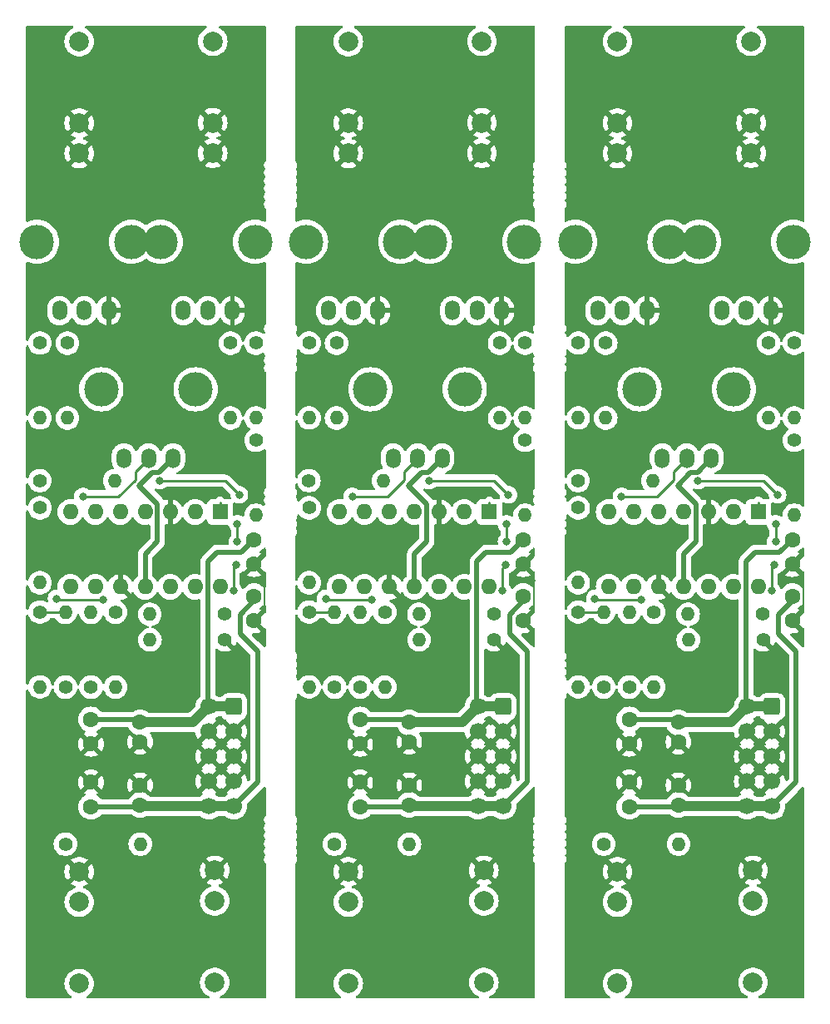
<source format=gbl>
%TF.GenerationSoftware,KiCad,Pcbnew,8.0.4-8.0.4-0~ubuntu22.04.1*%
%TF.CreationDate,2024-07-28T20:43:34+02:00*%
%TF.ProjectId,VoltageProcessor_panel,566f6c74-6167-4655-9072-6f636573736f,0.1*%
%TF.SameCoordinates,Original*%
%TF.FileFunction,Copper,L2,Bot*%
%TF.FilePolarity,Positive*%
%FSLAX46Y46*%
G04 Gerber Fmt 4.6, Leading zero omitted, Abs format (unit mm)*
G04 Created by KiCad (PCBNEW 8.0.4-8.0.4-0~ubuntu22.04.1) date 2024-07-28 20:43:34*
%MOMM*%
%LPD*%
G01*
G04 APERTURE LIST*
G04 Aperture macros list*
%AMRoundRect*
0 Rectangle with rounded corners*
0 $1 Rounding radius*
0 $2 $3 $4 $5 $6 $7 $8 $9 X,Y pos of 4 corners*
0 Add a 4 corners polygon primitive as box body*
4,1,4,$2,$3,$4,$5,$6,$7,$8,$9,$2,$3,0*
0 Add four circle primitives for the rounded corners*
1,1,$1+$1,$2,$3*
1,1,$1+$1,$4,$5*
1,1,$1+$1,$6,$7*
1,1,$1+$1,$8,$9*
0 Add four rect primitives between the rounded corners*
20,1,$1+$1,$2,$3,$4,$5,0*
20,1,$1+$1,$4,$5,$6,$7,0*
20,1,$1+$1,$6,$7,$8,$9,0*
20,1,$1+$1,$8,$9,$2,$3,0*%
G04 Aperture macros list end*
%TA.AperFunction,ComponentPad*%
%ADD10C,1.400000*%
%TD*%
%TA.AperFunction,ComponentPad*%
%ADD11O,1.400000X1.400000*%
%TD*%
%TA.AperFunction,ComponentPad*%
%ADD12C,3.500000*%
%TD*%
%TA.AperFunction,ComponentPad*%
%ADD13O,1.500000X2.000000*%
%TD*%
%TA.AperFunction,ComponentPad*%
%ADD14C,1.600000*%
%TD*%
%TA.AperFunction,ComponentPad*%
%ADD15C,2.000000*%
%TD*%
%TA.AperFunction,ComponentPad*%
%ADD16R,1.600000X1.600000*%
%TD*%
%TA.AperFunction,ComponentPad*%
%ADD17O,1.600000X1.600000*%
%TD*%
%TA.AperFunction,ComponentPad*%
%ADD18RoundRect,0.250000X0.600000X0.600000X-0.600000X0.600000X-0.600000X-0.600000X0.600000X-0.600000X0*%
%TD*%
%TA.AperFunction,ComponentPad*%
%ADD19C,1.700000*%
%TD*%
%TA.AperFunction,ViaPad*%
%ADD20C,0.800000*%
%TD*%
%TA.AperFunction,ViaPad*%
%ADD21C,0.900000*%
%TD*%
%TA.AperFunction,Conductor*%
%ADD22C,0.500000*%
%TD*%
%TA.AperFunction,Conductor*%
%ADD23C,1.000000*%
%TD*%
%TA.AperFunction,Conductor*%
%ADD24C,0.200000*%
%TD*%
%TA.AperFunction,Conductor*%
%ADD25C,0.250000*%
%TD*%
G04 APERTURE END LIST*
D10*
%TO.P,R10,1*%
%TO.N,Board_2-Net-(U1C--)*%
X167700000Y-87800000D03*
D11*
%TO.P,R10,2*%
%TO.N,Board_2-Net-(R10-Pad2)*%
X167700000Y-80180000D03*
%TD*%
D12*
%TO.P,RV3,*%
%TO.N,*%
X116550000Y-57500000D03*
X126150000Y-57500000D03*
D13*
%TO.P,RV3,1,1*%
%TO.N,Board_0-+12V*%
X118850000Y-64500000D03*
%TO.P,RV3,2,2*%
%TO.N,Board_0-Net-(R7-Pad1)*%
X121350000Y-64500000D03*
%TO.P,RV3,3,3*%
%TO.N,Board_0--12V*%
X123850000Y-64500000D03*
%TD*%
D14*
%TO.P,C3,1*%
%TO.N,Board_1-+12V*%
X159500000Y-72800000D03*
%TO.P,C3,2*%
%TO.N,Board_1-GND*%
X159500000Y-75300000D03*
%TD*%
D15*
%TO.P,J2,1*%
%TO.N,Board_0-GND*%
X127900000Y-33480000D03*
%TO.P,J2,2*%
X127900000Y-30380000D03*
%TO.P,J2,3*%
%TO.N,Board_0-Net-(J2-Pad3)*%
X127900000Y-22080000D03*
%TD*%
D14*
%TO.P,C4,1*%
%TO.N,Board_0-GND*%
X132100000Y-81050000D03*
%TO.P,C4,2*%
%TO.N,Board_0--12V*%
X132100000Y-78550000D03*
%TD*%
D10*
%TO.P,R3,1*%
%TO.N,Board_1-Net-(U1B-+)*%
X137700000Y-52790000D03*
D11*
%TO.P,R3,2*%
%TO.N,Board_1-Net-(R3-Pad2)*%
X137700000Y-60410000D03*
%TD*%
D16*
%TO.P,U1,1*%
%TO.N,Board_0-Net-(R4-Pad2)*%
X128640000Y-69980000D03*
D17*
%TO.P,U1,2,-*%
%TO.N,Board_0-Net-(U1A--)*%
X126100000Y-69980000D03*
%TO.P,U1,3,+*%
%TO.N,Board_0-GND*%
X123560000Y-69980000D03*
%TO.P,U1,4,V+*%
%TO.N,Board_0-+12V*%
X121020000Y-69980000D03*
%TO.P,U1,5,+*%
%TO.N,Board_0-Net-(U1B-+)*%
X118480000Y-69980000D03*
%TO.P,U1,6,-*%
%TO.N,Board_0-unconnected-(U1B---Pad6)*%
X115940000Y-69980000D03*
%TO.P,U1,7*%
%TO.N,Board_0-Net-(R3-Pad2)*%
X113400000Y-69980000D03*
%TO.P,U1,8*%
%TO.N,Board_0-Net-(R10-Pad2)*%
X113400000Y-77600000D03*
%TO.P,U1,9,-*%
%TO.N,Board_0-Net-(U1C--)*%
X115940000Y-77600000D03*
%TO.P,U1,10,+*%
%TO.N,Board_0-GND*%
X118480000Y-77600000D03*
%TO.P,U1,11,V-*%
%TO.N,Board_0--12V*%
X121020000Y-77600000D03*
%TO.P,U1,12,+*%
%TO.N,Board_0-Net-(U1D-+)*%
X123560000Y-77600000D03*
%TO.P,U1,13,-*%
%TO.N,Board_0-Net-(U1D--)*%
X126100000Y-77600000D03*
%TO.P,U1,14*%
%TO.N,Board_0-Net-(R12-Pad2)*%
X128640000Y-77600000D03*
%TD*%
D10*
%TO.P,R1,1*%
%TO.N,Board_2-Net-(R1-Pad1)*%
X167900000Y-52800000D03*
D11*
%TO.P,R1,2*%
%TO.N,Board_2-Net-(U1B-+)*%
X167900000Y-60420000D03*
%TD*%
D12*
%TO.P,RV2,*%
%TO.N,*%
X177400000Y-42500000D03*
X187000000Y-42500000D03*
D13*
%TO.P,RV2,1,1*%
%TO.N,Board_2-Net-(J2-Pad3)*%
X179700000Y-49500000D03*
%TO.P,RV2,2,2*%
%TO.N,Board_2-Net-(R2-Pad1)*%
X182200000Y-49500000D03*
%TO.P,RV2,3,3*%
%TO.N,Board_2-GND*%
X184700000Y-49500000D03*
%TD*%
D10*
%TO.P,R14,1*%
%TO.N,Board_0-Net-(R12-Pad2)*%
X112900000Y-103800000D03*
D11*
%TO.P,R14,2*%
%TO.N,Board_0-Net-(J5-Pad2)*%
X120520000Y-103800000D03*
%TD*%
D10*
%TO.P,R12,1*%
%TO.N,Board_1-Net-(U1D-+)*%
X145400000Y-80190000D03*
D11*
%TO.P,R12,2*%
%TO.N,Board_1-Net-(R12-Pad2)*%
X145400000Y-87810000D03*
%TD*%
D10*
%TO.P,R2,1*%
%TO.N,Board_1-Net-(R2-Pad1)*%
X157100000Y-52800000D03*
D11*
%TO.P,R2,2*%
%TO.N,Board_1-Net-(U1A--)*%
X157100000Y-60420000D03*
%TD*%
D15*
%TO.P,J1,1*%
%TO.N,Board_1-GND*%
X141700000Y-33500000D03*
%TO.P,J1,2*%
X141700000Y-30400000D03*
%TO.P,J1,3*%
%TO.N,Board_1-Net-(J1-Pad3)*%
X141700000Y-22100000D03*
%TD*%
D10*
%TO.P,R10,1*%
%TO.N,Board_0-Net-(U1C--)*%
X112900000Y-87800000D03*
D11*
%TO.P,R10,2*%
%TO.N,Board_0-Net-(R10-Pad2)*%
X112900000Y-80180000D03*
%TD*%
D10*
%TO.P,R2,1*%
%TO.N,Board_0-Net-(R2-Pad1)*%
X129700000Y-52800000D03*
D11*
%TO.P,R2,2*%
%TO.N,Board_0-Net-(U1A--)*%
X129700000Y-60420000D03*
%TD*%
D10*
%TO.P,R11,1*%
%TO.N,Board_0-GND*%
X129120000Y-83000000D03*
D11*
%TO.P,R11,2*%
%TO.N,Board_0-Net-(U1D--)*%
X121500000Y-83000000D03*
%TD*%
D10*
%TO.P,R7,1*%
%TO.N,Board_2-Net-(R7-Pad1)*%
X170300000Y-87800000D03*
D11*
%TO.P,R7,2*%
%TO.N,Board_2-Net-(U1C--)*%
X170300000Y-80180000D03*
%TD*%
D12*
%TO.P,RV3,*%
%TO.N,*%
X143950000Y-57500000D03*
X153550000Y-57500000D03*
D13*
%TO.P,RV3,1,1*%
%TO.N,Board_1-+12V*%
X146250000Y-64500000D03*
%TO.P,RV3,2,2*%
%TO.N,Board_1-Net-(R7-Pad1)*%
X148750000Y-64500000D03*
%TO.P,RV3,3,3*%
%TO.N,Board_1--12V*%
X151250000Y-64500000D03*
%TD*%
D10*
%TO.P,R11,1*%
%TO.N,Board_2-GND*%
X183920000Y-83000000D03*
D11*
%TO.P,R11,2*%
%TO.N,Board_2-Net-(U1D--)*%
X176300000Y-83000000D03*
%TD*%
D10*
%TO.P,R12,1*%
%TO.N,Board_2-Net-(U1D-+)*%
X172800000Y-80190000D03*
D11*
%TO.P,R12,2*%
%TO.N,Board_2-Net-(R12-Pad2)*%
X172800000Y-87810000D03*
%TD*%
D12*
%TO.P,RV2,*%
%TO.N,*%
X122600000Y-42500000D03*
X132200000Y-42500000D03*
D13*
%TO.P,RV2,1,1*%
%TO.N,Board_0-Net-(J2-Pad3)*%
X124900000Y-49500000D03*
%TO.P,RV2,2,2*%
%TO.N,Board_0-Net-(R2-Pad1)*%
X127400000Y-49500000D03*
%TO.P,RV2,3,3*%
%TO.N,Board_0-GND*%
X129900000Y-49500000D03*
%TD*%
D10*
%TO.P,R7,1*%
%TO.N,Board_0-Net-(R7-Pad1)*%
X115500000Y-87800000D03*
D11*
%TO.P,R7,2*%
%TO.N,Board_0-Net-(U1C--)*%
X115500000Y-80180000D03*
%TD*%
D10*
%TO.P,R2,1*%
%TO.N,Board_2-Net-(R2-Pad1)*%
X184500000Y-52800000D03*
D11*
%TO.P,R2,2*%
%TO.N,Board_2-Net-(U1A--)*%
X184500000Y-60420000D03*
%TD*%
D10*
%TO.P,R10,1*%
%TO.N,Board_1-Net-(U1C--)*%
X140300000Y-87800000D03*
D11*
%TO.P,R10,2*%
%TO.N,Board_1-Net-(R10-Pad2)*%
X140300000Y-80180000D03*
%TD*%
D10*
%TO.P,R5,1*%
%TO.N,Board_0-Net-(R3-Pad2)*%
X110290000Y-66800000D03*
D11*
%TO.P,R5,2*%
%TO.N,Board_0-Net-(U1C--)*%
X117910000Y-66800000D03*
%TD*%
D15*
%TO.P,J2,1*%
%TO.N,Board_2-GND*%
X182700000Y-33480000D03*
%TO.P,J2,2*%
X182700000Y-30380000D03*
%TO.P,J2,3*%
%TO.N,Board_2-Net-(J2-Pad3)*%
X182700000Y-22080000D03*
%TD*%
%TO.P,J4,1*%
%TO.N,Board_1-GND*%
X141700000Y-106600000D03*
%TO.P,J4,2*%
%TO.N,Board_1-Net-(J4-Pad2)*%
X141700000Y-109700000D03*
%TO.P,J4,3*%
%TO.N,Board_1-unconnected-(J4-Pad3)*%
X141700000Y-118000000D03*
%TD*%
D14*
%TO.P,C3,1*%
%TO.N,Board_0-+12V*%
X132100000Y-72800000D03*
%TO.P,C3,2*%
%TO.N,Board_0-GND*%
X132100000Y-75300000D03*
%TD*%
D10*
%TO.P,R1,1*%
%TO.N,Board_1-Net-(R1-Pad1)*%
X140500000Y-52800000D03*
D11*
%TO.P,R1,2*%
%TO.N,Board_1-Net-(U1B-+)*%
X140500000Y-60420000D03*
%TD*%
D10*
%TO.P,R11,1*%
%TO.N,Board_1-GND*%
X156520000Y-83000000D03*
D11*
%TO.P,R11,2*%
%TO.N,Board_1-Net-(U1D--)*%
X148900000Y-83000000D03*
%TD*%
D10*
%TO.P,R14,1*%
%TO.N,Board_2-Net-(R12-Pad2)*%
X167700000Y-103800000D03*
D11*
%TO.P,R14,2*%
%TO.N,Board_2-Net-(J5-Pad2)*%
X175320000Y-103800000D03*
%TD*%
D10*
%TO.P,R6,1*%
%TO.N,Board_0-Net-(R4-Pad2)*%
X132300000Y-62690000D03*
D11*
%TO.P,R6,2*%
%TO.N,Board_0-Net-(U1C--)*%
X132300000Y-70310000D03*
%TD*%
D14*
%TO.P,C4,1*%
%TO.N,Board_1-GND*%
X159500000Y-81050000D03*
%TO.P,C4,2*%
%TO.N,Board_1--12V*%
X159500000Y-78550000D03*
%TD*%
D10*
%TO.P,R5,1*%
%TO.N,Board_1-Net-(R3-Pad2)*%
X137690000Y-66800000D03*
D11*
%TO.P,R5,2*%
%TO.N,Board_1-Net-(U1C--)*%
X145310000Y-66800000D03*
%TD*%
D14*
%TO.P,C3,1*%
%TO.N,Board_2-+12V*%
X186900000Y-72800000D03*
%TO.P,C3,2*%
%TO.N,Board_2-GND*%
X186900000Y-75300000D03*
%TD*%
D10*
%TO.P,R3,1*%
%TO.N,Board_0-Net-(U1B-+)*%
X110300000Y-52790000D03*
D11*
%TO.P,R3,2*%
%TO.N,Board_0-Net-(R3-Pad2)*%
X110300000Y-60410000D03*
%TD*%
D10*
%TO.P,R13,1*%
%TO.N,Board_1-Net-(R10-Pad2)*%
X137700000Y-80170000D03*
D11*
%TO.P,R13,2*%
%TO.N,Board_1-Net-(J4-Pad2)*%
X137700000Y-87790000D03*
%TD*%
D10*
%TO.P,R4,1*%
%TO.N,Board_2-Net-(U1A--)*%
X187100000Y-52800000D03*
D11*
%TO.P,R4,2*%
%TO.N,Board_2-Net-(R4-Pad2)*%
X187100000Y-60420000D03*
%TD*%
D10*
%TO.P,R13,1*%
%TO.N,Board_0-Net-(R10-Pad2)*%
X110300000Y-80170000D03*
D11*
%TO.P,R13,2*%
%TO.N,Board_0-Net-(J4-Pad2)*%
X110300000Y-87790000D03*
%TD*%
D10*
%TO.P,R6,1*%
%TO.N,Board_1-Net-(R4-Pad2)*%
X159700000Y-62690000D03*
D11*
%TO.P,R6,2*%
%TO.N,Board_1-Net-(U1C--)*%
X159700000Y-70310000D03*
%TD*%
D14*
%TO.P,C4,1*%
%TO.N,Board_2-GND*%
X186900000Y-81050000D03*
%TO.P,C4,2*%
%TO.N,Board_2--12V*%
X186900000Y-78550000D03*
%TD*%
D16*
%TO.P,U1,1*%
%TO.N,Board_2-Net-(R4-Pad2)*%
X183440000Y-69980000D03*
D17*
%TO.P,U1,2,-*%
%TO.N,Board_2-Net-(U1A--)*%
X180900000Y-69980000D03*
%TO.P,U1,3,+*%
%TO.N,Board_2-GND*%
X178360000Y-69980000D03*
%TO.P,U1,4,V+*%
%TO.N,Board_2-+12V*%
X175820000Y-69980000D03*
%TO.P,U1,5,+*%
%TO.N,Board_2-Net-(U1B-+)*%
X173280000Y-69980000D03*
%TO.P,U1,6,-*%
%TO.N,Board_2-unconnected-(U1B---Pad6)*%
X170740000Y-69980000D03*
%TO.P,U1,7*%
%TO.N,Board_2-Net-(R3-Pad2)*%
X168200000Y-69980000D03*
%TO.P,U1,8*%
%TO.N,Board_2-Net-(R10-Pad2)*%
X168200000Y-77600000D03*
%TO.P,U1,9,-*%
%TO.N,Board_2-Net-(U1C--)*%
X170740000Y-77600000D03*
%TO.P,U1,10,+*%
%TO.N,Board_2-GND*%
X173280000Y-77600000D03*
%TO.P,U1,11,V-*%
%TO.N,Board_2--12V*%
X175820000Y-77600000D03*
%TO.P,U1,12,+*%
%TO.N,Board_2-Net-(U1D-+)*%
X178360000Y-77600000D03*
%TO.P,U1,13,-*%
%TO.N,Board_2-Net-(U1D--)*%
X180900000Y-77600000D03*
%TO.P,U1,14*%
%TO.N,Board_2-Net-(R12-Pad2)*%
X183440000Y-77600000D03*
%TD*%
D10*
%TO.P,R4,1*%
%TO.N,Board_0-Net-(U1A--)*%
X132300000Y-52800000D03*
D11*
%TO.P,R4,2*%
%TO.N,Board_0-Net-(R4-Pad2)*%
X132300000Y-60420000D03*
%TD*%
D10*
%TO.P,R13,1*%
%TO.N,Board_2-Net-(R10-Pad2)*%
X165100000Y-80170000D03*
D11*
%TO.P,R13,2*%
%TO.N,Board_2-Net-(J4-Pad2)*%
X165100000Y-87790000D03*
%TD*%
D15*
%TO.P,J5,1*%
%TO.N,Board_1-GND*%
X155500000Y-106472500D03*
%TO.P,J5,2*%
%TO.N,Board_1-Net-(J5-Pad2)*%
X155500000Y-109572500D03*
%TO.P,J5,3*%
%TO.N,Board_1-unconnected-(J5-Pad3)*%
X155500000Y-117872500D03*
%TD*%
D10*
%TO.P,R7,1*%
%TO.N,Board_1-Net-(R7-Pad1)*%
X142900000Y-87800000D03*
D11*
%TO.P,R7,2*%
%TO.N,Board_1-Net-(U1C--)*%
X142900000Y-80180000D03*
%TD*%
D10*
%TO.P,R4,1*%
%TO.N,Board_1-Net-(U1A--)*%
X159700000Y-52800000D03*
D11*
%TO.P,R4,2*%
%TO.N,Board_1-Net-(R4-Pad2)*%
X159700000Y-60420000D03*
%TD*%
D15*
%TO.P,J4,1*%
%TO.N,Board_0-GND*%
X114300000Y-106600000D03*
%TO.P,J4,2*%
%TO.N,Board_0-Net-(J4-Pad2)*%
X114300000Y-109700000D03*
%TO.P,J4,3*%
%TO.N,Board_0-unconnected-(J4-Pad3)*%
X114300000Y-118000000D03*
%TD*%
D10*
%TO.P,R12,1*%
%TO.N,Board_0-Net-(U1D-+)*%
X118000000Y-80190000D03*
D11*
%TO.P,R12,2*%
%TO.N,Board_0-Net-(R12-Pad2)*%
X118000000Y-87810000D03*
%TD*%
D15*
%TO.P,J5,1*%
%TO.N,Board_2-GND*%
X182900000Y-106472500D03*
%TO.P,J5,2*%
%TO.N,Board_2-Net-(J5-Pad2)*%
X182900000Y-109572500D03*
%TO.P,J5,3*%
%TO.N,Board_2-unconnected-(J5-Pad3)*%
X182900000Y-117872500D03*
%TD*%
D10*
%TO.P,R6,1*%
%TO.N,Board_2-Net-(R4-Pad2)*%
X187100000Y-62690000D03*
D11*
%TO.P,R6,2*%
%TO.N,Board_2-Net-(U1C--)*%
X187100000Y-70310000D03*
%TD*%
D15*
%TO.P,J1,1*%
%TO.N,Board_0-GND*%
X114300000Y-33500000D03*
%TO.P,J1,2*%
X114300000Y-30400000D03*
%TO.P,J1,3*%
%TO.N,Board_0-Net-(J1-Pad3)*%
X114300000Y-22100000D03*
%TD*%
%TO.P,J2,1*%
%TO.N,Board_1-GND*%
X155300000Y-33480000D03*
%TO.P,J2,2*%
X155300000Y-30380000D03*
%TO.P,J2,3*%
%TO.N,Board_1-Net-(J2-Pad3)*%
X155300000Y-22080000D03*
%TD*%
D10*
%TO.P,R14,1*%
%TO.N,Board_1-Net-(R12-Pad2)*%
X140300000Y-103800000D03*
D11*
%TO.P,R14,2*%
%TO.N,Board_1-Net-(J5-Pad2)*%
X147920000Y-103800000D03*
%TD*%
D12*
%TO.P,RV2,*%
%TO.N,*%
X150000000Y-42500000D03*
X159600000Y-42500000D03*
D13*
%TO.P,RV2,1,1*%
%TO.N,Board_1-Net-(J2-Pad3)*%
X152300000Y-49500000D03*
%TO.P,RV2,2,2*%
%TO.N,Board_1-Net-(R2-Pad1)*%
X154800000Y-49500000D03*
%TO.P,RV2,3,3*%
%TO.N,Board_1-GND*%
X157300000Y-49500000D03*
%TD*%
D10*
%TO.P,R8,1*%
%TO.N,Board_1-Net-(R3-Pad2)*%
X137700000Y-69570000D03*
D11*
%TO.P,R8,2*%
%TO.N,Board_1-Net-(U1D-+)*%
X137700000Y-77190000D03*
%TD*%
D12*
%TO.P,RV1,*%
%TO.N,*%
X110000000Y-42500000D03*
X119600000Y-42500000D03*
D13*
%TO.P,RV1,1,1*%
%TO.N,Board_0-Net-(J1-Pad3)*%
X112300000Y-49500000D03*
%TO.P,RV1,2,2*%
%TO.N,Board_0-Net-(R1-Pad1)*%
X114800000Y-49500000D03*
%TO.P,RV1,3,3*%
%TO.N,Board_0-GND*%
X117300000Y-49500000D03*
%TD*%
D12*
%TO.P,RV1,*%
%TO.N,*%
X137400000Y-42500000D03*
X147000000Y-42500000D03*
D13*
%TO.P,RV1,1,1*%
%TO.N,Board_1-Net-(J1-Pad3)*%
X139700000Y-49500000D03*
%TO.P,RV1,2,2*%
%TO.N,Board_1-Net-(R1-Pad1)*%
X142200000Y-49500000D03*
%TO.P,RV1,3,3*%
%TO.N,Board_1-GND*%
X144700000Y-49500000D03*
%TD*%
D16*
%TO.P,U1,1*%
%TO.N,Board_1-Net-(R4-Pad2)*%
X156040000Y-69980000D03*
D17*
%TO.P,U1,2,-*%
%TO.N,Board_1-Net-(U1A--)*%
X153500000Y-69980000D03*
%TO.P,U1,3,+*%
%TO.N,Board_1-GND*%
X150960000Y-69980000D03*
%TO.P,U1,4,V+*%
%TO.N,Board_1-+12V*%
X148420000Y-69980000D03*
%TO.P,U1,5,+*%
%TO.N,Board_1-Net-(U1B-+)*%
X145880000Y-69980000D03*
%TO.P,U1,6,-*%
%TO.N,Board_1-unconnected-(U1B---Pad6)*%
X143340000Y-69980000D03*
%TO.P,U1,7*%
%TO.N,Board_1-Net-(R3-Pad2)*%
X140800000Y-69980000D03*
%TO.P,U1,8*%
%TO.N,Board_1-Net-(R10-Pad2)*%
X140800000Y-77600000D03*
%TO.P,U1,9,-*%
%TO.N,Board_1-Net-(U1C--)*%
X143340000Y-77600000D03*
%TO.P,U1,10,+*%
%TO.N,Board_1-GND*%
X145880000Y-77600000D03*
%TO.P,U1,11,V-*%
%TO.N,Board_1--12V*%
X148420000Y-77600000D03*
%TO.P,U1,12,+*%
%TO.N,Board_1-Net-(U1D-+)*%
X150960000Y-77600000D03*
%TO.P,U1,13,-*%
%TO.N,Board_1-Net-(U1D--)*%
X153500000Y-77600000D03*
%TO.P,U1,14*%
%TO.N,Board_1-Net-(R12-Pad2)*%
X156040000Y-77600000D03*
%TD*%
D10*
%TO.P,R3,1*%
%TO.N,Board_2-Net-(U1B-+)*%
X165100000Y-52790000D03*
D11*
%TO.P,R3,2*%
%TO.N,Board_2-Net-(R3-Pad2)*%
X165100000Y-60410000D03*
%TD*%
D10*
%TO.P,R9,1*%
%TO.N,Board_1-Net-(R4-Pad2)*%
X156510000Y-80400000D03*
D11*
%TO.P,R9,2*%
%TO.N,Board_1-Net-(U1D--)*%
X148890000Y-80400000D03*
%TD*%
D15*
%TO.P,J5,1*%
%TO.N,Board_0-GND*%
X128100000Y-106472500D03*
%TO.P,J5,2*%
%TO.N,Board_0-Net-(J5-Pad2)*%
X128100000Y-109572500D03*
%TO.P,J5,3*%
%TO.N,Board_0-unconnected-(J5-Pad3)*%
X128100000Y-117872500D03*
%TD*%
D10*
%TO.P,R5,1*%
%TO.N,Board_2-Net-(R3-Pad2)*%
X165090000Y-66800000D03*
D11*
%TO.P,R5,2*%
%TO.N,Board_2-Net-(U1C--)*%
X172710000Y-66800000D03*
%TD*%
D10*
%TO.P,R9,1*%
%TO.N,Board_2-Net-(R4-Pad2)*%
X183910000Y-80400000D03*
D11*
%TO.P,R9,2*%
%TO.N,Board_2-Net-(U1D--)*%
X176290000Y-80400000D03*
%TD*%
D10*
%TO.P,R8,1*%
%TO.N,Board_0-Net-(R3-Pad2)*%
X110300000Y-69570000D03*
D11*
%TO.P,R8,2*%
%TO.N,Board_0-Net-(U1D-+)*%
X110300000Y-77190000D03*
%TD*%
D12*
%TO.P,RV1,*%
%TO.N,*%
X164800000Y-42500000D03*
X174400000Y-42500000D03*
D13*
%TO.P,RV1,1,1*%
%TO.N,Board_2-Net-(J1-Pad3)*%
X167100000Y-49500000D03*
%TO.P,RV1,2,2*%
%TO.N,Board_2-Net-(R1-Pad1)*%
X169600000Y-49500000D03*
%TO.P,RV1,3,3*%
%TO.N,Board_2-GND*%
X172100000Y-49500000D03*
%TD*%
D12*
%TO.P,RV3,*%
%TO.N,*%
X171350000Y-57500000D03*
X180950000Y-57500000D03*
D13*
%TO.P,RV3,1,1*%
%TO.N,Board_2-+12V*%
X173650000Y-64500000D03*
%TO.P,RV3,2,2*%
%TO.N,Board_2-Net-(R7-Pad1)*%
X176150000Y-64500000D03*
%TO.P,RV3,3,3*%
%TO.N,Board_2--12V*%
X178650000Y-64500000D03*
%TD*%
D15*
%TO.P,J1,1*%
%TO.N,Board_2-GND*%
X169100000Y-33500000D03*
%TO.P,J1,2*%
X169100000Y-30400000D03*
%TO.P,J1,3*%
%TO.N,Board_2-Net-(J1-Pad3)*%
X169100000Y-22100000D03*
%TD*%
D10*
%TO.P,R8,1*%
%TO.N,Board_2-Net-(R3-Pad2)*%
X165100000Y-69570000D03*
D11*
%TO.P,R8,2*%
%TO.N,Board_2-Net-(U1D-+)*%
X165100000Y-77190000D03*
%TD*%
D10*
%TO.P,R9,1*%
%TO.N,Board_0-Net-(R4-Pad2)*%
X129110000Y-80400000D03*
D11*
%TO.P,R9,2*%
%TO.N,Board_0-Net-(U1D--)*%
X121490000Y-80400000D03*
%TD*%
D15*
%TO.P,J4,1*%
%TO.N,Board_2-GND*%
X169100000Y-106600000D03*
%TO.P,J4,2*%
%TO.N,Board_2-Net-(J4-Pad2)*%
X169100000Y-109700000D03*
%TO.P,J4,3*%
%TO.N,Board_2-unconnected-(J4-Pad3)*%
X169100000Y-118000000D03*
%TD*%
D10*
%TO.P,R1,1*%
%TO.N,Board_0-Net-(R1-Pad1)*%
X113100000Y-52800000D03*
D11*
%TO.P,R1,2*%
%TO.N,Board_0-Net-(U1B-+)*%
X113100000Y-60420000D03*
%TD*%
D14*
%TO.P,C6,1*%
%TO.N,Board_0-GND*%
X120500000Y-97800000D03*
%TO.P,C6,2*%
%TO.N,Board_0--12V*%
X120500000Y-99800000D03*
%TD*%
%TO.P,C2,1*%
%TO.N,Board_1-GND*%
X142900000Y-97500000D03*
%TO.P,C2,2*%
%TO.N,Board_1--12V*%
X142900000Y-100000000D03*
%TD*%
%TO.P,C2,1*%
%TO.N,Board_0-GND*%
X115500000Y-97500000D03*
%TO.P,C2,2*%
%TO.N,Board_0--12V*%
X115500000Y-100000000D03*
%TD*%
%TO.P,C6,1*%
%TO.N,Board_2-GND*%
X175300000Y-97800000D03*
%TO.P,C6,2*%
%TO.N,Board_2--12V*%
X175300000Y-99800000D03*
%TD*%
D18*
%TO.P,J3,1,Pin_1*%
%TO.N,Board_2-+12V*%
X184840000Y-89800000D03*
D19*
%TO.P,J3,2,Pin_2*%
X182300000Y-89800000D03*
%TO.P,J3,3,Pin_3*%
%TO.N,Board_2-GND*%
X184840000Y-92340000D03*
%TO.P,J3,4,Pin_4*%
X182300000Y-92340000D03*
%TO.P,J3,5,Pin_5*%
X184840000Y-94880000D03*
%TO.P,J3,6,Pin_6*%
X182300000Y-94880000D03*
%TO.P,J3,7,Pin_7*%
X184840000Y-97420000D03*
%TO.P,J3,8,Pin_8*%
X182300000Y-97420000D03*
%TO.P,J3,9,Pin_9*%
%TO.N,Board_2--12V*%
X184840000Y-99960000D03*
%TO.P,J3,10,Pin_10*%
X182300000Y-99960000D03*
%TD*%
D14*
%TO.P,C5,1*%
%TO.N,Board_1-+12V*%
X147900000Y-91400000D03*
%TO.P,C5,2*%
%TO.N,Board_1-GND*%
X147900000Y-93400000D03*
%TD*%
%TO.P,C1,1*%
%TO.N,Board_2-+12V*%
X170300000Y-91100000D03*
%TO.P,C1,2*%
%TO.N,Board_2-GND*%
X170300000Y-93600000D03*
%TD*%
%TO.P,C2,1*%
%TO.N,Board_2-GND*%
X170300000Y-97500000D03*
%TO.P,C2,2*%
%TO.N,Board_2--12V*%
X170300000Y-100000000D03*
%TD*%
%TO.P,C1,1*%
%TO.N,Board_1-+12V*%
X142900000Y-91100000D03*
%TO.P,C1,2*%
%TO.N,Board_1-GND*%
X142900000Y-93600000D03*
%TD*%
D18*
%TO.P,J3,1,Pin_1*%
%TO.N,Board_0-+12V*%
X130040000Y-89800000D03*
D19*
%TO.P,J3,2,Pin_2*%
X127500000Y-89800000D03*
%TO.P,J3,3,Pin_3*%
%TO.N,Board_0-GND*%
X130040000Y-92340000D03*
%TO.P,J3,4,Pin_4*%
X127500000Y-92340000D03*
%TO.P,J3,5,Pin_5*%
X130040000Y-94880000D03*
%TO.P,J3,6,Pin_6*%
X127500000Y-94880000D03*
%TO.P,J3,7,Pin_7*%
X130040000Y-97420000D03*
%TO.P,J3,8,Pin_8*%
X127500000Y-97420000D03*
%TO.P,J3,9,Pin_9*%
%TO.N,Board_0--12V*%
X130040000Y-99960000D03*
%TO.P,J3,10,Pin_10*%
X127500000Y-99960000D03*
%TD*%
D14*
%TO.P,C5,1*%
%TO.N,Board_2-+12V*%
X175300000Y-91400000D03*
%TO.P,C5,2*%
%TO.N,Board_2-GND*%
X175300000Y-93400000D03*
%TD*%
%TO.P,C1,1*%
%TO.N,Board_0-+12V*%
X115500000Y-91100000D03*
%TO.P,C1,2*%
%TO.N,Board_0-GND*%
X115500000Y-93600000D03*
%TD*%
D18*
%TO.P,J3,1,Pin_1*%
%TO.N,Board_1-+12V*%
X157440000Y-89800000D03*
D19*
%TO.P,J3,2,Pin_2*%
X154900000Y-89800000D03*
%TO.P,J3,3,Pin_3*%
%TO.N,Board_1-GND*%
X157440000Y-92340000D03*
%TO.P,J3,4,Pin_4*%
X154900000Y-92340000D03*
%TO.P,J3,5,Pin_5*%
X157440000Y-94880000D03*
%TO.P,J3,6,Pin_6*%
X154900000Y-94880000D03*
%TO.P,J3,7,Pin_7*%
X157440000Y-97420000D03*
%TO.P,J3,8,Pin_8*%
X154900000Y-97420000D03*
%TO.P,J3,9,Pin_9*%
%TO.N,Board_1--12V*%
X157440000Y-99960000D03*
%TO.P,J3,10,Pin_10*%
X154900000Y-99960000D03*
%TD*%
D14*
%TO.P,C5,1*%
%TO.N,Board_0-+12V*%
X120500000Y-91400000D03*
%TO.P,C5,2*%
%TO.N,Board_0-GND*%
X120500000Y-93400000D03*
%TD*%
%TO.P,C6,1*%
%TO.N,Board_1-GND*%
X147900000Y-97800000D03*
%TO.P,C6,2*%
%TO.N,Board_1--12V*%
X147900000Y-99800000D03*
%TD*%
D20*
%TO.N,Board_0-GND*%
X123700000Y-96400000D03*
X121900000Y-23100000D03*
X132900000Y-77000000D03*
X119400000Y-74500000D03*
D21*
X119700000Y-81300000D03*
D20*
X126200000Y-73900000D03*
X124500000Y-88700000D03*
X110100000Y-50000000D03*
X122300000Y-116600000D03*
X125600000Y-102700000D03*
X131900000Y-34300000D03*
X110600000Y-24300000D03*
X129500000Y-86400000D03*
X125548008Y-68061295D03*
X113100000Y-73300000D03*
X120900000Y-34400000D03*
X132800000Y-82700000D03*
X129300000Y-56400000D03*
X131800000Y-24900000D03*
X121500000Y-51000000D03*
X118000000Y-106500000D03*
%TO.N,Board_0-Net-(R4-Pad2)*%
X130400000Y-71200000D03*
X130000000Y-78000000D03*
X130400000Y-73000000D03*
X130300000Y-75400000D03*
%TO.N,Board_0-Net-(R7-Pad1)*%
X114700000Y-68400000D03*
%TO.N,Board_0-Net-(U1C--)*%
X122500000Y-66800000D03*
X130600000Y-68241942D03*
%TO.N,Board_0-Net-(U1D-+)*%
X112000000Y-78800000D03*
X116700000Y-78900000D03*
%TO.N,Board_1-GND*%
X156900000Y-86400000D03*
X153600000Y-73900000D03*
X146800000Y-74500000D03*
X152948008Y-68061295D03*
X153000000Y-102700000D03*
X138000000Y-24300000D03*
X160300000Y-77000000D03*
X160200000Y-82700000D03*
X140500000Y-73300000D03*
X149300000Y-23100000D03*
X145400000Y-106500000D03*
X137500000Y-50000000D03*
D21*
X147100000Y-81300000D03*
D20*
X156700000Y-56400000D03*
X148900000Y-51000000D03*
X159200000Y-24900000D03*
X149700000Y-116600000D03*
X151900000Y-88700000D03*
X151100000Y-96400000D03*
X159300000Y-34300000D03*
X148300000Y-34400000D03*
%TO.N,Board_1-Net-(R4-Pad2)*%
X157800000Y-73000000D03*
X157700000Y-75400000D03*
X157400000Y-78000000D03*
X157800000Y-71200000D03*
%TO.N,Board_1-Net-(R7-Pad1)*%
X142100000Y-68400000D03*
%TO.N,Board_1-Net-(U1C--)*%
X149900000Y-66800000D03*
X158000000Y-68241942D03*
%TO.N,Board_1-Net-(U1D-+)*%
X139400000Y-78800000D03*
X144100000Y-78900000D03*
%TO.N,Board_2-GND*%
X187700000Y-77000000D03*
X176300000Y-51000000D03*
X180348008Y-68061295D03*
X184100000Y-56400000D03*
X176700000Y-23100000D03*
X175700000Y-34400000D03*
X167900000Y-73300000D03*
X181000000Y-73900000D03*
X164900000Y-50000000D03*
X180400000Y-102700000D03*
X165400000Y-24300000D03*
X186700000Y-34300000D03*
X187600000Y-82700000D03*
X184300000Y-86400000D03*
X178500000Y-96400000D03*
X179300000Y-88700000D03*
X172800000Y-106500000D03*
X174200000Y-74500000D03*
D21*
X174500000Y-81300000D03*
D20*
X177100000Y-116600000D03*
X186600000Y-24900000D03*
%TO.N,Board_2-Net-(R4-Pad2)*%
X185100000Y-75400000D03*
X185200000Y-73000000D03*
X185200000Y-71200000D03*
X184800000Y-78000000D03*
%TO.N,Board_2-Net-(R7-Pad1)*%
X169500000Y-68400000D03*
%TO.N,Board_2-Net-(U1C--)*%
X185400000Y-68241942D03*
X177300000Y-66800000D03*
%TO.N,Board_2-Net-(U1D-+)*%
X171500000Y-78900000D03*
X166800000Y-78800000D03*
%TD*%
D22*
%TO.N,Board_0-+12V*%
X130800000Y-74100000D02*
X128300000Y-74100000D01*
X120200000Y-91100000D02*
X120500000Y-91400000D01*
D23*
X125900000Y-91400000D02*
X127500000Y-89800000D01*
X127500000Y-89800000D02*
X130040000Y-89800000D01*
D22*
X132100000Y-72800000D02*
X130800000Y-74100000D01*
X128300000Y-74100000D02*
X127390000Y-75010000D01*
X127390000Y-89690000D02*
X127500000Y-89800000D01*
D23*
X120500000Y-91400000D02*
X125900000Y-91400000D01*
D22*
X115500000Y-91100000D02*
X120200000Y-91100000D01*
X127390000Y-75010000D02*
X127390000Y-89690000D01*
%TO.N,Board_0--12V*%
X130700000Y-82400000D02*
X132500000Y-84200000D01*
X132500000Y-97500000D02*
X130040000Y-99960000D01*
D23*
X127500000Y-99960000D02*
X130040000Y-99960000D01*
D22*
X121020000Y-77600000D02*
X121020000Y-74280000D01*
X122450000Y-65950000D02*
X123850000Y-64550000D01*
D23*
X120500000Y-99800000D02*
X120700000Y-99800000D01*
D22*
X120300000Y-100000000D02*
X120500000Y-99800000D01*
X120400000Y-67300000D02*
X121750000Y-65950000D01*
X132100000Y-78550000D02*
X132100000Y-79036346D01*
D23*
X120700000Y-99800000D02*
X120860000Y-99960000D01*
D22*
X121750000Y-65950000D02*
X122450000Y-65950000D01*
X130700000Y-80436346D02*
X130700000Y-82400000D01*
D23*
X120860000Y-99960000D02*
X127500000Y-99960000D01*
D22*
X121020000Y-74280000D02*
X122270000Y-73030000D01*
X115500000Y-100000000D02*
X120300000Y-100000000D01*
X122270000Y-69170000D02*
X120400000Y-67300000D01*
X132500000Y-84200000D02*
X132500000Y-97500000D01*
X132100000Y-79036346D02*
X130700000Y-80436346D01*
X123850000Y-64550000D02*
X123850000Y-64500000D01*
X122270000Y-73030000D02*
X122270000Y-69170000D01*
D24*
%TO.N,Board_0-GND*%
X133200000Y-79950000D02*
X133200000Y-76400000D01*
D22*
X119700000Y-78820000D02*
X118480000Y-77600000D01*
X119700000Y-81300000D02*
X119700000Y-78820000D01*
D24*
X132100000Y-81050000D02*
X133200000Y-79950000D01*
X133200000Y-76400000D02*
X132100000Y-75300000D01*
D25*
%TO.N,Board_0-Net-(R10-Pad2)*%
X112890000Y-80170000D02*
X112900000Y-80180000D01*
X110300000Y-80170000D02*
X112890000Y-80170000D01*
%TO.N,Board_0-Net-(R4-Pad2)*%
X130400000Y-73100000D02*
X130400000Y-73000000D01*
X130400000Y-73000000D02*
X130400000Y-71200000D01*
X130000000Y-78000000D02*
X130000000Y-75700000D01*
X130000000Y-75700000D02*
X130300000Y-75400000D01*
X128640000Y-69060000D02*
X128640000Y-69980000D01*
%TO.N,Board_0-Net-(R7-Pad1)*%
X118300000Y-68400000D02*
X120000000Y-66700000D01*
X120000000Y-66700000D02*
X120000000Y-65850000D01*
X120000000Y-65850000D02*
X121350000Y-64500000D01*
X114700000Y-68400000D02*
X118300000Y-68400000D01*
%TO.N,Board_0-Net-(U1C--)*%
X122500000Y-66800000D02*
X127200000Y-66800000D01*
X129158058Y-66800000D02*
X127200000Y-66800000D01*
X130600000Y-68241942D02*
X129158058Y-66800000D01*
%TO.N,Board_0-Net-(U1D-+)*%
X116700000Y-78900000D02*
X112100000Y-78900000D01*
X112100000Y-78900000D02*
X112000000Y-78800000D01*
D22*
%TO.N,Board_1-+12V*%
X159500000Y-72800000D02*
X158200000Y-74100000D01*
X142900000Y-91100000D02*
X147600000Y-91100000D01*
D23*
X153300000Y-91400000D02*
X154900000Y-89800000D01*
D22*
X155700000Y-74100000D02*
X154790000Y-75010000D01*
X158200000Y-74100000D02*
X155700000Y-74100000D01*
D23*
X147900000Y-91400000D02*
X153300000Y-91400000D01*
D22*
X154790000Y-75010000D02*
X154790000Y-89690000D01*
X154790000Y-89690000D02*
X154900000Y-89800000D01*
X147600000Y-91100000D02*
X147900000Y-91400000D01*
D23*
X154900000Y-89800000D02*
X157440000Y-89800000D01*
%TO.N,Board_1--12V*%
X148100000Y-99800000D02*
X148260000Y-99960000D01*
D22*
X148420000Y-74280000D02*
X149670000Y-73030000D01*
X159900000Y-84200000D02*
X159900000Y-97500000D01*
X158100000Y-82400000D02*
X159900000Y-84200000D01*
X147800000Y-67300000D02*
X149150000Y-65950000D01*
D23*
X154900000Y-99960000D02*
X157440000Y-99960000D01*
D22*
X149670000Y-73030000D02*
X149670000Y-69170000D01*
D23*
X147900000Y-99800000D02*
X148100000Y-99800000D01*
D22*
X142900000Y-100000000D02*
X147700000Y-100000000D01*
X148420000Y-77600000D02*
X148420000Y-74280000D01*
X149850000Y-65950000D02*
X151250000Y-64550000D01*
X159900000Y-97500000D02*
X157440000Y-99960000D01*
X159500000Y-78550000D02*
X159500000Y-79036346D01*
X151250000Y-64550000D02*
X151250000Y-64500000D01*
X149670000Y-69170000D02*
X147800000Y-67300000D01*
X149150000Y-65950000D02*
X149850000Y-65950000D01*
X159500000Y-79036346D02*
X158100000Y-80436346D01*
D23*
X148260000Y-99960000D02*
X154900000Y-99960000D01*
D22*
X158100000Y-80436346D02*
X158100000Y-82400000D01*
X147700000Y-100000000D02*
X147900000Y-99800000D01*
D24*
%TO.N,Board_1-GND*%
X159500000Y-81050000D02*
X160600000Y-79950000D01*
X160600000Y-76400000D02*
X159500000Y-75300000D01*
D22*
X147100000Y-81300000D02*
X147100000Y-78820000D01*
X147100000Y-78820000D02*
X145880000Y-77600000D01*
D24*
X160600000Y-79950000D02*
X160600000Y-76400000D01*
D25*
%TO.N,Board_1-Net-(R10-Pad2)*%
X140290000Y-80170000D02*
X140300000Y-80180000D01*
X137700000Y-80170000D02*
X140290000Y-80170000D01*
%TO.N,Board_1-Net-(R4-Pad2)*%
X157800000Y-73100000D02*
X157800000Y-73000000D01*
X157400000Y-75700000D02*
X157700000Y-75400000D01*
X157400000Y-78000000D02*
X157400000Y-75700000D01*
X157800000Y-73000000D02*
X157800000Y-71200000D01*
X156040000Y-69060000D02*
X156040000Y-69980000D01*
%TO.N,Board_1-Net-(R7-Pad1)*%
X145700000Y-68400000D02*
X147400000Y-66700000D01*
X142100000Y-68400000D02*
X145700000Y-68400000D01*
X147400000Y-65850000D02*
X148750000Y-64500000D01*
X147400000Y-66700000D02*
X147400000Y-65850000D01*
%TO.N,Board_1-Net-(U1C--)*%
X158000000Y-68241942D02*
X156558058Y-66800000D01*
X149900000Y-66800000D02*
X154600000Y-66800000D01*
X156558058Y-66800000D02*
X154600000Y-66800000D01*
%TO.N,Board_1-Net-(U1D-+)*%
X139500000Y-78900000D02*
X139400000Y-78800000D01*
X144100000Y-78900000D02*
X139500000Y-78900000D01*
D22*
%TO.N,Board_2-+12V*%
X170300000Y-91100000D02*
X175000000Y-91100000D01*
D23*
X175300000Y-91400000D02*
X180700000Y-91400000D01*
D22*
X182190000Y-75010000D02*
X182190000Y-89690000D01*
X183100000Y-74100000D02*
X182190000Y-75010000D01*
X182190000Y-89690000D02*
X182300000Y-89800000D01*
X186900000Y-72800000D02*
X185600000Y-74100000D01*
D23*
X182300000Y-89800000D02*
X184840000Y-89800000D01*
X180700000Y-91400000D02*
X182300000Y-89800000D01*
D22*
X185600000Y-74100000D02*
X183100000Y-74100000D01*
X175000000Y-91100000D02*
X175300000Y-91400000D01*
D23*
%TO.N,Board_2--12V*%
X175500000Y-99800000D02*
X175660000Y-99960000D01*
D22*
X187300000Y-84200000D02*
X187300000Y-97500000D01*
X187300000Y-97500000D02*
X184840000Y-99960000D01*
X175100000Y-100000000D02*
X175300000Y-99800000D01*
D23*
X175660000Y-99960000D02*
X182300000Y-99960000D01*
D22*
X177070000Y-73030000D02*
X177070000Y-69170000D01*
X185500000Y-82400000D02*
X187300000Y-84200000D01*
X177070000Y-69170000D02*
X175200000Y-67300000D01*
X186900000Y-79036346D02*
X185500000Y-80436346D01*
X175200000Y-67300000D02*
X176550000Y-65950000D01*
D23*
X175300000Y-99800000D02*
X175500000Y-99800000D01*
D22*
X176550000Y-65950000D02*
X177250000Y-65950000D01*
D23*
X182300000Y-99960000D02*
X184840000Y-99960000D01*
D22*
X178650000Y-64550000D02*
X178650000Y-64500000D01*
X170300000Y-100000000D02*
X175100000Y-100000000D01*
X186900000Y-78550000D02*
X186900000Y-79036346D01*
X177250000Y-65950000D02*
X178650000Y-64550000D01*
X185500000Y-80436346D02*
X185500000Y-82400000D01*
X175820000Y-77600000D02*
X175820000Y-74280000D01*
X175820000Y-74280000D02*
X177070000Y-73030000D01*
D24*
%TO.N,Board_2-GND*%
X186900000Y-81050000D02*
X188000000Y-79950000D01*
X188000000Y-79950000D02*
X188000000Y-76400000D01*
D22*
X174500000Y-78820000D02*
X173280000Y-77600000D01*
X174500000Y-81300000D02*
X174500000Y-78820000D01*
D24*
X188000000Y-76400000D02*
X186900000Y-75300000D01*
D25*
%TO.N,Board_2-Net-(R10-Pad2)*%
X165100000Y-80170000D02*
X167690000Y-80170000D01*
X167690000Y-80170000D02*
X167700000Y-80180000D01*
%TO.N,Board_2-Net-(R4-Pad2)*%
X184800000Y-75700000D02*
X185100000Y-75400000D01*
X184800000Y-78000000D02*
X184800000Y-75700000D01*
X183440000Y-69060000D02*
X183440000Y-69980000D01*
X185200000Y-73000000D02*
X185200000Y-71200000D01*
X185200000Y-73100000D02*
X185200000Y-73000000D01*
%TO.N,Board_2-Net-(R7-Pad1)*%
X173100000Y-68400000D02*
X174800000Y-66700000D01*
X174800000Y-66700000D02*
X174800000Y-65850000D01*
X169500000Y-68400000D02*
X173100000Y-68400000D01*
X174800000Y-65850000D02*
X176150000Y-64500000D01*
%TO.N,Board_2-Net-(U1C--)*%
X185400000Y-68241942D02*
X183958058Y-66800000D01*
X177300000Y-66800000D02*
X182000000Y-66800000D01*
X183958058Y-66800000D02*
X182000000Y-66800000D01*
%TO.N,Board_2-Net-(U1D-+)*%
X166900000Y-78900000D02*
X166800000Y-78800000D01*
X171500000Y-78900000D02*
X166900000Y-78900000D01*
%TD*%
%TA.AperFunction,Conductor*%
%TO.N,Board_1-GND*%
G36*
X147217588Y-78142757D02*
G01*
X147262106Y-78194133D01*
X147289431Y-78252732D01*
X147289432Y-78252734D01*
X147419954Y-78439141D01*
X147580858Y-78600045D01*
X147580861Y-78600047D01*
X147767266Y-78730568D01*
X147973504Y-78826739D01*
X148193308Y-78885635D01*
X148342379Y-78898677D01*
X148419998Y-78905468D01*
X148420000Y-78905468D01*
X148420002Y-78905468D01*
X148497621Y-78898677D01*
X148646692Y-78885635D01*
X148866496Y-78826739D01*
X149072734Y-78730568D01*
X149259139Y-78600047D01*
X149420047Y-78439139D01*
X149550568Y-78252734D01*
X149577618Y-78194724D01*
X149623790Y-78142285D01*
X149690983Y-78123133D01*
X149757865Y-78143348D01*
X149802382Y-78194725D01*
X149829429Y-78252728D01*
X149829432Y-78252734D01*
X149959954Y-78439141D01*
X150120858Y-78600045D01*
X150120861Y-78600047D01*
X150307266Y-78730568D01*
X150513504Y-78826739D01*
X150733308Y-78885635D01*
X150882379Y-78898677D01*
X150959998Y-78905468D01*
X150960000Y-78905468D01*
X150960002Y-78905468D01*
X151037621Y-78898677D01*
X151186692Y-78885635D01*
X151406496Y-78826739D01*
X151612734Y-78730568D01*
X151799139Y-78600047D01*
X151960047Y-78439139D01*
X152090568Y-78252734D01*
X152117618Y-78194724D01*
X152163790Y-78142285D01*
X152230983Y-78123133D01*
X152297865Y-78143348D01*
X152342382Y-78194725D01*
X152369429Y-78252728D01*
X152369432Y-78252734D01*
X152499954Y-78439141D01*
X152660858Y-78600045D01*
X152660861Y-78600047D01*
X152847266Y-78730568D01*
X153053504Y-78826739D01*
X153273308Y-78885635D01*
X153422379Y-78898677D01*
X153499998Y-78905468D01*
X153500000Y-78905468D01*
X153500002Y-78905468D01*
X153577621Y-78898677D01*
X153726692Y-78885635D01*
X153883408Y-78843643D01*
X153953256Y-78845306D01*
X154011119Y-78884468D01*
X154038623Y-78948697D01*
X154039500Y-78963418D01*
X154039500Y-88699241D01*
X154019815Y-88766280D01*
X154003181Y-88786922D01*
X153861505Y-88928597D01*
X153725965Y-89122169D01*
X153725964Y-89122171D01*
X153626098Y-89336335D01*
X153626094Y-89336344D01*
X153564938Y-89564586D01*
X153564936Y-89564596D01*
X153553955Y-89690097D01*
X153528501Y-89755166D01*
X153518108Y-89766969D01*
X152921899Y-90363181D01*
X152860576Y-90396666D01*
X152834218Y-90399500D01*
X148777588Y-90399500D01*
X148710549Y-90379815D01*
X148706465Y-90377075D01*
X148686622Y-90363181D01*
X148552734Y-90269432D01*
X148534347Y-90260858D01*
X148346497Y-90173261D01*
X148346488Y-90173258D01*
X148126697Y-90114366D01*
X148126693Y-90114365D01*
X148126692Y-90114365D01*
X148126691Y-90114364D01*
X148126686Y-90114364D01*
X147900002Y-90094532D01*
X147899998Y-90094532D01*
X147673313Y-90114364D01*
X147673302Y-90114366D01*
X147453511Y-90173258D01*
X147453502Y-90173261D01*
X147247267Y-90269431D01*
X147247265Y-90269432D01*
X147164943Y-90327075D01*
X147098737Y-90349402D01*
X147093820Y-90349500D01*
X144026663Y-90349500D01*
X143959624Y-90329815D01*
X143925088Y-90296623D01*
X143900045Y-90260858D01*
X143739141Y-90099954D01*
X143552734Y-89969432D01*
X143552732Y-89969431D01*
X143346497Y-89873261D01*
X143346488Y-89873258D01*
X143126697Y-89814366D01*
X143126693Y-89814365D01*
X143126692Y-89814365D01*
X143126691Y-89814364D01*
X143126686Y-89814364D01*
X142900002Y-89794532D01*
X142899998Y-89794532D01*
X142673313Y-89814364D01*
X142673302Y-89814366D01*
X142453511Y-89873258D01*
X142453502Y-89873261D01*
X142247267Y-89969431D01*
X142247265Y-89969432D01*
X142060858Y-90099954D01*
X141899954Y-90260858D01*
X141769432Y-90447265D01*
X141769431Y-90447267D01*
X141673261Y-90653502D01*
X141673258Y-90653511D01*
X141614366Y-90873302D01*
X141614364Y-90873313D01*
X141594532Y-91099998D01*
X141594532Y-91100001D01*
X141614364Y-91326686D01*
X141614366Y-91326697D01*
X141673258Y-91546488D01*
X141673261Y-91546497D01*
X141769431Y-91752732D01*
X141769432Y-91752734D01*
X141899954Y-91939141D01*
X142060858Y-92100045D01*
X142060861Y-92100047D01*
X142247266Y-92230568D01*
X142262975Y-92237893D01*
X142315414Y-92284064D01*
X142334567Y-92351257D01*
X142314352Y-92418138D01*
X142262979Y-92462656D01*
X142247514Y-92469867D01*
X142247512Y-92469868D01*
X142174526Y-92520973D01*
X142174526Y-92520974D01*
X142853553Y-93200000D01*
X142847339Y-93200000D01*
X142745606Y-93227259D01*
X142654394Y-93279920D01*
X142579920Y-93354394D01*
X142527259Y-93445606D01*
X142500000Y-93547339D01*
X142500000Y-93553552D01*
X141820974Y-92874526D01*
X141820973Y-92874526D01*
X141769868Y-92947512D01*
X141769866Y-92947516D01*
X141673734Y-93153673D01*
X141673730Y-93153682D01*
X141614860Y-93373389D01*
X141614858Y-93373400D01*
X141595034Y-93599997D01*
X141595034Y-93600002D01*
X141614858Y-93826599D01*
X141614860Y-93826610D01*
X141673730Y-94046317D01*
X141673735Y-94046331D01*
X141769863Y-94252478D01*
X141820974Y-94325472D01*
X142500000Y-93646446D01*
X142500000Y-93652661D01*
X142527259Y-93754394D01*
X142579920Y-93845606D01*
X142654394Y-93920080D01*
X142745606Y-93972741D01*
X142847339Y-94000000D01*
X142853553Y-94000000D01*
X142174526Y-94679025D01*
X142247513Y-94730132D01*
X142247521Y-94730136D01*
X142453668Y-94826264D01*
X142453682Y-94826269D01*
X142673389Y-94885139D01*
X142673400Y-94885141D01*
X142899998Y-94904966D01*
X142900002Y-94904966D01*
X143126599Y-94885141D01*
X143126610Y-94885139D01*
X143346317Y-94826269D01*
X143346331Y-94826264D01*
X143552478Y-94730136D01*
X143625471Y-94679024D01*
X142946447Y-94000000D01*
X142952661Y-94000000D01*
X143054394Y-93972741D01*
X143145606Y-93920080D01*
X143220080Y-93845606D01*
X143272741Y-93754394D01*
X143300000Y-93652661D01*
X143300000Y-93646447D01*
X143979024Y-94325471D01*
X144030136Y-94252478D01*
X144126264Y-94046331D01*
X144126269Y-94046317D01*
X144185139Y-93826610D01*
X144185141Y-93826599D01*
X144204966Y-93600002D01*
X144204966Y-93599997D01*
X144185141Y-93373400D01*
X144185139Y-93373389D01*
X144126269Y-93153682D01*
X144126264Y-93153668D01*
X144030136Y-92947521D01*
X144030132Y-92947513D01*
X143979025Y-92874526D01*
X143300000Y-93553551D01*
X143300000Y-93547339D01*
X143272741Y-93445606D01*
X143220080Y-93354394D01*
X143145606Y-93279920D01*
X143054394Y-93227259D01*
X142952661Y-93200000D01*
X142946448Y-93200000D01*
X143625472Y-92520974D01*
X143552480Y-92469864D01*
X143537024Y-92462657D01*
X143484585Y-92416484D01*
X143465433Y-92349290D01*
X143485649Y-92282409D01*
X143537023Y-92237893D01*
X143552734Y-92230568D01*
X143739139Y-92100047D01*
X143900047Y-91939139D01*
X143925088Y-91903377D01*
X143979665Y-91859752D01*
X144026663Y-91850500D01*
X146596131Y-91850500D01*
X146663170Y-91870185D01*
X146708513Y-91922095D01*
X146769430Y-92052731D01*
X146899954Y-92239141D01*
X147060858Y-92400045D01*
X147060861Y-92400047D01*
X147247266Y-92530568D01*
X147453504Y-92626739D01*
X147453506Y-92626739D01*
X147453513Y-92626742D01*
X147458003Y-92627945D01*
X147513592Y-92660039D01*
X147853553Y-93000000D01*
X147847339Y-93000000D01*
X147745606Y-93027259D01*
X147654394Y-93079920D01*
X147579920Y-93154394D01*
X147527259Y-93245606D01*
X147500000Y-93347339D01*
X147500000Y-93353552D01*
X146820974Y-92674526D01*
X146820973Y-92674526D01*
X146769868Y-92747512D01*
X146769866Y-92747516D01*
X146673734Y-92953673D01*
X146673730Y-92953682D01*
X146614860Y-93173389D01*
X146614858Y-93173400D01*
X146595034Y-93399997D01*
X146595034Y-93400002D01*
X146614858Y-93626599D01*
X146614860Y-93626610D01*
X146673730Y-93846317D01*
X146673735Y-93846331D01*
X146769863Y-94052478D01*
X146820974Y-94125472D01*
X147500000Y-93446446D01*
X147500000Y-93452661D01*
X147527259Y-93554394D01*
X147579920Y-93645606D01*
X147654394Y-93720080D01*
X147745606Y-93772741D01*
X147847339Y-93800000D01*
X147853553Y-93800000D01*
X147174526Y-94479025D01*
X147247513Y-94530132D01*
X147247521Y-94530136D01*
X147453668Y-94626264D01*
X147453682Y-94626269D01*
X147673389Y-94685139D01*
X147673400Y-94685141D01*
X147899998Y-94704966D01*
X147900002Y-94704966D01*
X148126599Y-94685141D01*
X148126610Y-94685139D01*
X148346317Y-94626269D01*
X148346331Y-94626264D01*
X148552478Y-94530136D01*
X148625471Y-94479024D01*
X147946447Y-93800000D01*
X147952661Y-93800000D01*
X148054394Y-93772741D01*
X148145606Y-93720080D01*
X148220080Y-93645606D01*
X148272741Y-93554394D01*
X148300000Y-93452661D01*
X148300000Y-93446447D01*
X148979024Y-94125471D01*
X149030136Y-94052478D01*
X149126264Y-93846331D01*
X149126269Y-93846317D01*
X149185139Y-93626610D01*
X149185141Y-93626599D01*
X149204966Y-93400002D01*
X149204966Y-93399997D01*
X149185141Y-93173400D01*
X149185139Y-93173389D01*
X149126269Y-92953682D01*
X149126265Y-92953673D01*
X149030134Y-92747517D01*
X148923776Y-92595624D01*
X148901449Y-92529418D01*
X148918459Y-92461650D01*
X148969407Y-92413837D01*
X149025351Y-92400500D01*
X153398540Y-92400500D01*
X153398541Y-92400500D01*
X153411877Y-92397847D01*
X153481467Y-92404073D01*
X153536645Y-92446934D01*
X153559598Y-92508655D01*
X153565430Y-92575317D01*
X153565432Y-92575326D01*
X153626566Y-92803483D01*
X153626570Y-92803492D01*
X153726400Y-93017579D01*
X153726402Y-93017583D01*
X153785072Y-93101373D01*
X153785073Y-93101373D01*
X154417037Y-92469408D01*
X154434075Y-92532993D01*
X154499901Y-92647007D01*
X154592993Y-92740099D01*
X154707007Y-92805925D01*
X154770590Y-92822962D01*
X154138625Y-93454925D01*
X154215031Y-93508425D01*
X154258655Y-93563002D01*
X154265848Y-93632501D01*
X154234326Y-93694855D01*
X154215029Y-93711576D01*
X154138625Y-93765072D01*
X154770590Y-94397037D01*
X154707007Y-94414075D01*
X154592993Y-94479901D01*
X154499901Y-94572993D01*
X154434075Y-94687007D01*
X154417037Y-94750590D01*
X153785072Y-94118625D01*
X153726401Y-94202419D01*
X153626570Y-94416507D01*
X153626566Y-94416516D01*
X153565432Y-94644673D01*
X153565430Y-94644684D01*
X153544843Y-94879998D01*
X153544843Y-94880001D01*
X153565430Y-95115315D01*
X153565432Y-95115326D01*
X153626566Y-95343483D01*
X153626570Y-95343492D01*
X153726400Y-95557579D01*
X153726402Y-95557583D01*
X153785072Y-95641373D01*
X153785073Y-95641373D01*
X154417037Y-95009409D01*
X154434075Y-95072993D01*
X154499901Y-95187007D01*
X154592993Y-95280099D01*
X154707007Y-95345925D01*
X154770590Y-95362962D01*
X154138625Y-95994925D01*
X154215031Y-96048425D01*
X154258655Y-96103002D01*
X154265848Y-96172501D01*
X154234326Y-96234855D01*
X154215029Y-96251576D01*
X154138625Y-96305072D01*
X154770590Y-96937037D01*
X154707007Y-96954075D01*
X154592993Y-97019901D01*
X154499901Y-97112993D01*
X154434075Y-97227007D01*
X154417037Y-97290590D01*
X153785072Y-96658625D01*
X153726401Y-96742419D01*
X153626570Y-96956507D01*
X153626566Y-96956516D01*
X153565432Y-97184673D01*
X153565430Y-97184684D01*
X153544843Y-97419998D01*
X153544843Y-97420001D01*
X153565430Y-97655315D01*
X153565432Y-97655326D01*
X153626566Y-97883483D01*
X153626570Y-97883492D01*
X153726400Y-98097579D01*
X153726402Y-98097583D01*
X153785072Y-98181373D01*
X153785073Y-98181373D01*
X154417037Y-97549409D01*
X154434075Y-97612993D01*
X154499901Y-97727007D01*
X154592993Y-97820099D01*
X154707007Y-97885925D01*
X154770590Y-97902962D01*
X154138625Y-98534925D01*
X154214594Y-98588119D01*
X154258219Y-98642696D01*
X154265413Y-98712194D01*
X154233890Y-98774549D01*
X154214595Y-98791269D01*
X154028594Y-98921508D01*
X154026922Y-98923181D01*
X154026000Y-98923684D01*
X154024449Y-98924986D01*
X154024187Y-98924674D01*
X153965599Y-98956666D01*
X153939241Y-98959500D01*
X148950048Y-98959500D01*
X148883009Y-98939815D01*
X148862371Y-98923185D01*
X148739139Y-98799953D01*
X148739138Y-98799952D01*
X148739137Y-98799951D01*
X148552734Y-98669432D01*
X148552732Y-98669431D01*
X148346497Y-98573261D01*
X148341992Y-98572054D01*
X148286408Y-98539961D01*
X147946448Y-98200000D01*
X147952661Y-98200000D01*
X148054394Y-98172741D01*
X148145606Y-98120080D01*
X148220080Y-98045606D01*
X148272741Y-97954394D01*
X148300000Y-97852661D01*
X148300000Y-97846447D01*
X148979024Y-98525471D01*
X149030136Y-98452478D01*
X149126264Y-98246331D01*
X149126269Y-98246317D01*
X149185139Y-98026610D01*
X149185141Y-98026599D01*
X149204966Y-97800002D01*
X149204966Y-97799997D01*
X149185141Y-97573400D01*
X149185139Y-97573389D01*
X149126269Y-97353682D01*
X149126264Y-97353668D01*
X149030136Y-97147521D01*
X149030132Y-97147513D01*
X148979025Y-97074526D01*
X148300000Y-97753551D01*
X148300000Y-97747339D01*
X148272741Y-97645606D01*
X148220080Y-97554394D01*
X148145606Y-97479920D01*
X148054394Y-97427259D01*
X147952661Y-97400000D01*
X147946448Y-97400000D01*
X148625472Y-96720974D01*
X148552478Y-96669863D01*
X148346331Y-96573735D01*
X148346317Y-96573730D01*
X148126610Y-96514860D01*
X148126599Y-96514858D01*
X147900002Y-96495034D01*
X147899998Y-96495034D01*
X147673400Y-96514858D01*
X147673389Y-96514860D01*
X147453682Y-96573730D01*
X147453673Y-96573734D01*
X147247516Y-96669866D01*
X147247512Y-96669868D01*
X147174526Y-96720973D01*
X147174526Y-96720974D01*
X147853553Y-97400000D01*
X147847339Y-97400000D01*
X147745606Y-97427259D01*
X147654394Y-97479920D01*
X147579920Y-97554394D01*
X147527259Y-97645606D01*
X147500000Y-97747339D01*
X147500000Y-97753552D01*
X146820974Y-97074526D01*
X146820973Y-97074526D01*
X146769868Y-97147512D01*
X146769866Y-97147516D01*
X146673734Y-97353673D01*
X146673730Y-97353682D01*
X146614860Y-97573389D01*
X146614858Y-97573400D01*
X146595034Y-97799997D01*
X146595034Y-97800002D01*
X146614858Y-98026599D01*
X146614860Y-98026610D01*
X146673730Y-98246317D01*
X146673735Y-98246331D01*
X146769863Y-98452478D01*
X146820974Y-98525472D01*
X147500000Y-97846446D01*
X147500000Y-97852661D01*
X147527259Y-97954394D01*
X147579920Y-98045606D01*
X147654394Y-98120080D01*
X147745606Y-98172741D01*
X147847339Y-98200000D01*
X147853553Y-98200000D01*
X147513590Y-98539961D01*
X147458012Y-98572052D01*
X147453508Y-98573259D01*
X147453503Y-98573260D01*
X147247267Y-98669431D01*
X147247265Y-98669432D01*
X147060858Y-98799954D01*
X146899954Y-98960858D01*
X146769432Y-99147265D01*
X146769432Y-99147266D01*
X146755144Y-99177906D01*
X146708974Y-99230343D01*
X146642763Y-99249500D01*
X144026663Y-99249500D01*
X143959624Y-99229815D01*
X143925088Y-99196623D01*
X143900045Y-99160858D01*
X143739141Y-98999954D01*
X143552734Y-98869432D01*
X143552730Y-98869430D01*
X143537022Y-98862105D01*
X143484583Y-98815931D01*
X143465433Y-98748737D01*
X143485650Y-98681857D01*
X143537028Y-98637340D01*
X143552481Y-98630134D01*
X143625471Y-98579024D01*
X142946447Y-97900000D01*
X142952661Y-97900000D01*
X143054394Y-97872741D01*
X143145606Y-97820080D01*
X143220080Y-97745606D01*
X143272741Y-97654394D01*
X143300000Y-97552661D01*
X143300000Y-97546447D01*
X143979024Y-98225471D01*
X144030136Y-98152478D01*
X144126264Y-97946331D01*
X144126269Y-97946317D01*
X144185139Y-97726610D01*
X144185141Y-97726599D01*
X144204966Y-97500002D01*
X144204966Y-97499997D01*
X144185141Y-97273400D01*
X144185139Y-97273389D01*
X144126269Y-97053682D01*
X144126264Y-97053668D01*
X144030136Y-96847521D01*
X144030132Y-96847513D01*
X143979025Y-96774526D01*
X143300000Y-97453551D01*
X143300000Y-97447339D01*
X143272741Y-97345606D01*
X143220080Y-97254394D01*
X143145606Y-97179920D01*
X143054394Y-97127259D01*
X142952661Y-97100000D01*
X142946448Y-97100000D01*
X143625472Y-96420974D01*
X143552478Y-96369863D01*
X143346331Y-96273735D01*
X143346317Y-96273730D01*
X143126610Y-96214860D01*
X143126599Y-96214858D01*
X142900002Y-96195034D01*
X142899998Y-96195034D01*
X142673400Y-96214858D01*
X142673389Y-96214860D01*
X142453682Y-96273730D01*
X142453673Y-96273734D01*
X142247516Y-96369866D01*
X142247512Y-96369868D01*
X142174526Y-96420973D01*
X142174526Y-96420974D01*
X142853553Y-97100000D01*
X142847339Y-97100000D01*
X142745606Y-97127259D01*
X142654394Y-97179920D01*
X142579920Y-97254394D01*
X142527259Y-97345606D01*
X142500000Y-97447339D01*
X142500000Y-97453552D01*
X141820974Y-96774526D01*
X141820973Y-96774526D01*
X141769868Y-96847512D01*
X141769866Y-96847516D01*
X141673734Y-97053673D01*
X141673730Y-97053682D01*
X141614860Y-97273389D01*
X141614858Y-97273400D01*
X141595034Y-97499997D01*
X141595034Y-97500002D01*
X141614858Y-97726599D01*
X141614860Y-97726610D01*
X141673730Y-97946317D01*
X141673735Y-97946331D01*
X141769863Y-98152478D01*
X141820974Y-98225472D01*
X142500000Y-97546446D01*
X142500000Y-97552661D01*
X142527259Y-97654394D01*
X142579920Y-97745606D01*
X142654394Y-97820080D01*
X142745606Y-97872741D01*
X142847339Y-97900000D01*
X142853553Y-97900000D01*
X142174526Y-98579025D01*
X142247513Y-98630132D01*
X142247515Y-98630133D01*
X142262973Y-98637341D01*
X142315413Y-98683513D01*
X142334566Y-98750706D01*
X142314351Y-98817587D01*
X142262979Y-98862104D01*
X142247270Y-98869429D01*
X142247265Y-98869432D01*
X142060858Y-98999954D01*
X141899954Y-99160858D01*
X141769432Y-99347265D01*
X141769431Y-99347267D01*
X141673261Y-99553502D01*
X141673258Y-99553511D01*
X141614366Y-99773302D01*
X141614364Y-99773313D01*
X141594532Y-99999998D01*
X141594532Y-100000001D01*
X141614364Y-100226686D01*
X141614366Y-100226697D01*
X141673258Y-100446488D01*
X141673261Y-100446497D01*
X141769431Y-100652732D01*
X141769432Y-100652734D01*
X141899954Y-100839141D01*
X142060858Y-101000045D01*
X142060861Y-101000047D01*
X142247266Y-101130568D01*
X142453504Y-101226739D01*
X142453509Y-101226740D01*
X142453511Y-101226741D01*
X142480248Y-101233905D01*
X142673308Y-101285635D01*
X142835230Y-101299801D01*
X142899998Y-101305468D01*
X142900000Y-101305468D01*
X142900002Y-101305468D01*
X142956673Y-101300509D01*
X143126692Y-101285635D01*
X143346496Y-101226739D01*
X143552734Y-101130568D01*
X143739139Y-101000047D01*
X143900047Y-100839139D01*
X143925088Y-100803377D01*
X143979665Y-100759752D01*
X144026663Y-100750500D01*
X146959951Y-100750500D01*
X147026990Y-100770185D01*
X147047632Y-100786819D01*
X147060858Y-100800045D01*
X147060861Y-100800047D01*
X147247266Y-100930568D01*
X147453504Y-101026739D01*
X147673308Y-101085635D01*
X147835230Y-101099801D01*
X147899998Y-101105468D01*
X147900000Y-101105468D01*
X147900002Y-101105468D01*
X147956673Y-101100509D01*
X148126692Y-101085635D01*
X148346496Y-101026739D01*
X148463630Y-100972117D01*
X148516035Y-100960500D01*
X153939242Y-100960500D01*
X154006281Y-100980185D01*
X154026923Y-100996819D01*
X154028599Y-100998495D01*
X154125384Y-101066265D01*
X154222165Y-101134032D01*
X154222167Y-101134033D01*
X154222170Y-101134035D01*
X154436337Y-101233903D01*
X154664592Y-101295063D01*
X154852918Y-101311539D01*
X154899999Y-101315659D01*
X154900000Y-101315659D01*
X154900001Y-101315659D01*
X154939234Y-101312226D01*
X155135408Y-101295063D01*
X155363663Y-101233903D01*
X155577830Y-101134035D01*
X155771401Y-100998495D01*
X155773077Y-100996819D01*
X155773995Y-100996317D01*
X155775544Y-100995018D01*
X155775805Y-100995329D01*
X155834400Y-100963334D01*
X155860758Y-100960500D01*
X156479242Y-100960500D01*
X156546281Y-100980185D01*
X156566923Y-100996819D01*
X156568599Y-100998495D01*
X156665384Y-101066265D01*
X156762165Y-101134032D01*
X156762167Y-101134033D01*
X156762170Y-101134035D01*
X156976337Y-101233903D01*
X157204592Y-101295063D01*
X157392918Y-101311539D01*
X157439999Y-101315659D01*
X157440000Y-101315659D01*
X157440001Y-101315659D01*
X157479234Y-101312226D01*
X157675408Y-101295063D01*
X157903663Y-101233903D01*
X158117830Y-101134035D01*
X158311401Y-100998495D01*
X158478495Y-100831401D01*
X158614035Y-100637830D01*
X158713903Y-100423663D01*
X158775063Y-100195408D01*
X158795659Y-99960000D01*
X158777022Y-99746985D01*
X158790788Y-99678486D01*
X158812866Y-99648500D01*
X160008889Y-98452478D01*
X160487259Y-97974109D01*
X160489139Y-97975989D01*
X160537338Y-97943125D01*
X160607182Y-97941223D01*
X160666967Y-97977383D01*
X160697712Y-98040124D01*
X160699500Y-98061107D01*
X160699500Y-100874656D01*
X160679815Y-100941695D01*
X160663182Y-100962337D01*
X160599500Y-101026019D01*
X160533608Y-101140145D01*
X160499500Y-101267441D01*
X160499500Y-101399224D01*
X160533608Y-101526520D01*
X160566554Y-101583583D01*
X160599500Y-101640647D01*
X160599502Y-101640649D01*
X160604505Y-101645652D01*
X160637990Y-101706975D01*
X160633006Y-101776667D01*
X160604505Y-101821014D01*
X160599502Y-101826016D01*
X160599500Y-101826019D01*
X160533608Y-101940145D01*
X160499500Y-102067441D01*
X160499500Y-102199224D01*
X160533608Y-102326520D01*
X160566554Y-102383583D01*
X160599500Y-102440647D01*
X160599502Y-102440649D01*
X160604505Y-102445652D01*
X160637990Y-102506975D01*
X160633006Y-102576667D01*
X160604505Y-102621014D01*
X160599502Y-102626016D01*
X160599500Y-102626019D01*
X160533608Y-102740145D01*
X160499500Y-102867441D01*
X160499500Y-102999224D01*
X160533608Y-103126520D01*
X160566554Y-103183583D01*
X160599500Y-103240647D01*
X160599502Y-103240649D01*
X160604505Y-103245652D01*
X160637990Y-103306975D01*
X160633006Y-103376667D01*
X160604505Y-103421014D01*
X160599502Y-103426016D01*
X160599500Y-103426019D01*
X160533608Y-103540145D01*
X160523341Y-103578464D01*
X160499500Y-103667441D01*
X160499500Y-103799225D01*
X160499708Y-103800000D01*
X160533608Y-103926520D01*
X160566554Y-103983583D01*
X160599500Y-104040647D01*
X160599502Y-104040649D01*
X160604505Y-104045652D01*
X160637990Y-104106975D01*
X160633006Y-104176667D01*
X160604505Y-104221014D01*
X160599502Y-104226016D01*
X160599500Y-104226019D01*
X160533608Y-104340145D01*
X160499500Y-104467441D01*
X160499500Y-104599224D01*
X160533608Y-104726520D01*
X160554165Y-104762125D01*
X160599500Y-104840647D01*
X160599502Y-104840649D01*
X160604505Y-104845652D01*
X160637990Y-104906975D01*
X160633006Y-104976667D01*
X160604505Y-105021014D01*
X160599502Y-105026016D01*
X160599500Y-105026019D01*
X160533608Y-105140145D01*
X160499500Y-105267441D01*
X160499500Y-105399224D01*
X160533608Y-105526520D01*
X160566554Y-105583583D01*
X160599500Y-105640647D01*
X160599502Y-105640649D01*
X160663181Y-105704328D01*
X160696666Y-105765651D01*
X160699500Y-105792009D01*
X160699500Y-119375500D01*
X160679815Y-119442539D01*
X160627011Y-119488294D01*
X160575500Y-119499500D01*
X156125001Y-119499500D01*
X156057962Y-119479815D01*
X156012207Y-119427011D01*
X156002263Y-119357853D01*
X156031288Y-119294297D01*
X156084739Y-119258219D01*
X156104799Y-119251332D01*
X156104802Y-119251330D01*
X156104810Y-119251328D01*
X156323509Y-119132974D01*
X156519744Y-118980238D01*
X156688164Y-118797285D01*
X156824173Y-118589107D01*
X156924063Y-118361381D01*
X156985108Y-118120321D01*
X157005643Y-117872500D01*
X156985108Y-117624679D01*
X156924063Y-117383619D01*
X156824173Y-117155893D01*
X156771464Y-117075215D01*
X156688166Y-116947717D01*
X156637115Y-116892261D01*
X156519744Y-116764762D01*
X156323509Y-116612026D01*
X156323507Y-116612025D01*
X156323506Y-116612024D01*
X156104811Y-116493672D01*
X156104802Y-116493669D01*
X155869616Y-116412929D01*
X155624335Y-116372000D01*
X155375665Y-116372000D01*
X155130383Y-116412929D01*
X154895197Y-116493669D01*
X154895188Y-116493672D01*
X154676493Y-116612024D01*
X154480257Y-116764761D01*
X154311833Y-116947717D01*
X154175826Y-117155893D01*
X154075936Y-117383618D01*
X154014892Y-117624675D01*
X154014890Y-117624687D01*
X153994357Y-117872494D01*
X153994357Y-117872505D01*
X154014890Y-118120312D01*
X154014892Y-118120324D01*
X154075936Y-118361381D01*
X154175826Y-118589106D01*
X154311833Y-118797282D01*
X154311836Y-118797285D01*
X154480256Y-118980238D01*
X154676491Y-119132974D01*
X154676493Y-119132975D01*
X154895188Y-119251327D01*
X154895200Y-119251332D01*
X154915261Y-119258219D01*
X154972277Y-119298604D01*
X154998408Y-119363404D01*
X154985357Y-119432043D01*
X154937268Y-119482731D01*
X154874999Y-119499500D01*
X142571493Y-119499500D01*
X142504454Y-119479815D01*
X142458699Y-119427011D01*
X142448755Y-119357853D01*
X142477780Y-119294297D01*
X142512473Y-119266445D01*
X142523509Y-119260474D01*
X142719744Y-119107738D01*
X142888164Y-118924785D01*
X143024173Y-118716607D01*
X143124063Y-118488881D01*
X143185108Y-118247821D01*
X143205643Y-118000000D01*
X143195078Y-117872505D01*
X143185109Y-117752187D01*
X143185107Y-117752175D01*
X143124063Y-117511118D01*
X143024173Y-117283393D01*
X142888166Y-117075217D01*
X142866557Y-117051744D01*
X142719744Y-116892262D01*
X142523509Y-116739526D01*
X142523507Y-116739525D01*
X142523506Y-116739524D01*
X142304811Y-116621172D01*
X142304802Y-116621169D01*
X142069616Y-116540429D01*
X141824335Y-116499500D01*
X141575665Y-116499500D01*
X141330383Y-116540429D01*
X141095197Y-116621169D01*
X141095188Y-116621172D01*
X140876493Y-116739524D01*
X140680257Y-116892261D01*
X140511833Y-117075217D01*
X140375826Y-117283393D01*
X140275936Y-117511118D01*
X140214892Y-117752175D01*
X140214890Y-117752187D01*
X140194357Y-117999994D01*
X140194357Y-118000005D01*
X140214890Y-118247812D01*
X140214892Y-118247824D01*
X140275936Y-118488881D01*
X140375826Y-118716606D01*
X140511833Y-118924782D01*
X140511836Y-118924785D01*
X140680256Y-119107738D01*
X140876491Y-119260474D01*
X140887525Y-119266445D01*
X140937115Y-119315665D01*
X140952223Y-119383881D01*
X140928053Y-119449437D01*
X140872277Y-119491518D01*
X140828507Y-119499500D01*
X136424500Y-119499500D01*
X136357461Y-119479815D01*
X136311706Y-119427011D01*
X136300500Y-119375500D01*
X136300500Y-109699994D01*
X140194357Y-109699994D01*
X140194357Y-109700005D01*
X140214890Y-109947812D01*
X140214892Y-109947824D01*
X140275936Y-110188881D01*
X140375826Y-110416606D01*
X140511833Y-110624782D01*
X140511836Y-110624785D01*
X140680256Y-110807738D01*
X140876491Y-110960474D01*
X141095190Y-111078828D01*
X141330386Y-111159571D01*
X141575665Y-111200500D01*
X141824335Y-111200500D01*
X142069614Y-111159571D01*
X142304810Y-111078828D01*
X142523509Y-110960474D01*
X142719744Y-110807738D01*
X142888164Y-110624785D01*
X143024173Y-110416607D01*
X143124063Y-110188881D01*
X143185108Y-109947821D01*
X143205643Y-109700000D01*
X143195078Y-109572505D01*
X143195077Y-109572494D01*
X153994357Y-109572494D01*
X153994357Y-109572505D01*
X154014890Y-109820312D01*
X154014892Y-109820324D01*
X154075936Y-110061381D01*
X154175826Y-110289106D01*
X154311833Y-110497282D01*
X154311836Y-110497285D01*
X154480256Y-110680238D01*
X154676491Y-110832974D01*
X154895190Y-110951328D01*
X155130386Y-111032071D01*
X155375665Y-111073000D01*
X155624335Y-111073000D01*
X155869614Y-111032071D01*
X156104810Y-110951328D01*
X156323509Y-110832974D01*
X156519744Y-110680238D01*
X156688164Y-110497285D01*
X156824173Y-110289107D01*
X156924063Y-110061381D01*
X156985108Y-109820321D01*
X157005643Y-109572500D01*
X156985108Y-109324679D01*
X156924063Y-109083619D01*
X156824173Y-108855893D01*
X156771464Y-108775215D01*
X156688166Y-108647717D01*
X156637115Y-108592261D01*
X156519744Y-108464762D01*
X156323509Y-108312026D01*
X156323507Y-108312025D01*
X156323506Y-108312024D01*
X156104811Y-108193672D01*
X156104802Y-108193669D01*
X155947061Y-108139516D01*
X155890046Y-108099130D01*
X155863915Y-108034331D01*
X155876967Y-107965691D01*
X155925055Y-107915003D01*
X155947061Y-107904954D01*
X156104604Y-107850869D01*
X156104614Y-107850864D01*
X156323228Y-107732557D01*
X156323231Y-107732555D01*
X156370056Y-107696109D01*
X155862293Y-107188346D01*
X155878942Y-107181451D01*
X156009970Y-107093901D01*
X156121401Y-106982470D01*
X156208951Y-106851442D01*
X156215846Y-106834794D01*
X156723434Y-107342382D01*
X156823731Y-107188869D01*
X156923587Y-106961217D01*
X156984612Y-106720238D01*
X156984614Y-106720229D01*
X157005141Y-106472505D01*
X157005141Y-106472494D01*
X156984614Y-106224770D01*
X156984612Y-106224761D01*
X156923587Y-105983782D01*
X156823731Y-105756130D01*
X156723434Y-105602616D01*
X156215846Y-106110204D01*
X156208951Y-106093558D01*
X156121401Y-105962530D01*
X156009970Y-105851099D01*
X155878942Y-105763549D01*
X155862294Y-105756653D01*
X156370057Y-105248890D01*
X156370056Y-105248889D01*
X156323229Y-105212443D01*
X156104614Y-105094135D01*
X156104603Y-105094130D01*
X155869493Y-105013416D01*
X155624293Y-104972500D01*
X155375707Y-104972500D01*
X155130506Y-105013416D01*
X154895396Y-105094130D01*
X154895390Y-105094132D01*
X154676761Y-105212449D01*
X154629942Y-105248888D01*
X154629942Y-105248890D01*
X155137705Y-105756653D01*
X155121058Y-105763549D01*
X154990030Y-105851099D01*
X154878599Y-105962530D01*
X154791049Y-106093558D01*
X154784153Y-106110205D01*
X154276564Y-105602616D01*
X154176267Y-105756132D01*
X154076412Y-105983782D01*
X154015387Y-106224761D01*
X154015385Y-106224770D01*
X153994859Y-106472494D01*
X153994859Y-106472505D01*
X154015385Y-106720229D01*
X154015387Y-106720238D01*
X154076412Y-106961217D01*
X154176266Y-107188864D01*
X154276564Y-107342382D01*
X154784152Y-106834793D01*
X154791049Y-106851442D01*
X154878599Y-106982470D01*
X154990030Y-107093901D01*
X155121058Y-107181451D01*
X155137705Y-107188346D01*
X154629942Y-107696109D01*
X154676768Y-107732555D01*
X154676770Y-107732556D01*
X154895385Y-107850864D01*
X154895396Y-107850869D01*
X155052938Y-107904954D01*
X155109953Y-107945340D01*
X155136084Y-108010139D01*
X155123032Y-108078779D01*
X155074944Y-108129467D01*
X155052938Y-108139516D01*
X154895197Y-108193669D01*
X154895188Y-108193672D01*
X154676493Y-108312024D01*
X154480257Y-108464761D01*
X154311833Y-108647717D01*
X154175826Y-108855893D01*
X154075936Y-109083618D01*
X154014892Y-109324675D01*
X154014890Y-109324687D01*
X153994357Y-109572494D01*
X143195077Y-109572494D01*
X143185109Y-109452187D01*
X143185107Y-109452175D01*
X143124063Y-109211118D01*
X143024173Y-108983393D01*
X142888166Y-108775217D01*
X142866557Y-108751744D01*
X142719744Y-108592262D01*
X142523509Y-108439526D01*
X142523507Y-108439525D01*
X142523506Y-108439524D01*
X142304811Y-108321172D01*
X142304802Y-108321169D01*
X142147061Y-108267016D01*
X142090046Y-108226630D01*
X142063915Y-108161831D01*
X142076967Y-108093191D01*
X142125055Y-108042503D01*
X142147061Y-108032454D01*
X142304604Y-107978369D01*
X142304614Y-107978364D01*
X142523228Y-107860057D01*
X142523231Y-107860055D01*
X142570056Y-107823609D01*
X142062293Y-107315846D01*
X142078942Y-107308951D01*
X142209970Y-107221401D01*
X142321401Y-107109970D01*
X142408951Y-106978942D01*
X142415846Y-106962294D01*
X142923434Y-107469882D01*
X143023731Y-107316369D01*
X143123587Y-107088717D01*
X143184612Y-106847738D01*
X143184614Y-106847729D01*
X143205141Y-106600005D01*
X143205141Y-106599994D01*
X143184614Y-106352270D01*
X143184612Y-106352261D01*
X143123587Y-106111282D01*
X143023731Y-105883630D01*
X142923434Y-105730116D01*
X142415846Y-106237704D01*
X142408951Y-106221058D01*
X142321401Y-106090030D01*
X142209970Y-105978599D01*
X142078942Y-105891049D01*
X142062294Y-105884153D01*
X142570057Y-105376390D01*
X142570056Y-105376389D01*
X142523229Y-105339943D01*
X142304614Y-105221635D01*
X142304603Y-105221630D01*
X142069493Y-105140916D01*
X141824293Y-105100000D01*
X141575707Y-105100000D01*
X141330506Y-105140916D01*
X141095396Y-105221630D01*
X141095390Y-105221632D01*
X140876761Y-105339949D01*
X140829942Y-105376388D01*
X140829942Y-105376390D01*
X141337705Y-105884153D01*
X141321058Y-105891049D01*
X141190030Y-105978599D01*
X141078599Y-106090030D01*
X140991049Y-106221058D01*
X140984153Y-106237705D01*
X140476564Y-105730116D01*
X140376267Y-105883632D01*
X140276412Y-106111282D01*
X140215387Y-106352261D01*
X140215385Y-106352270D01*
X140194859Y-106599994D01*
X140194859Y-106600005D01*
X140215385Y-106847729D01*
X140215387Y-106847738D01*
X140276412Y-107088717D01*
X140376266Y-107316364D01*
X140476564Y-107469882D01*
X140984152Y-106962293D01*
X140991049Y-106978942D01*
X141078599Y-107109970D01*
X141190030Y-107221401D01*
X141321058Y-107308951D01*
X141337705Y-107315846D01*
X140829942Y-107823609D01*
X140876768Y-107860055D01*
X140876770Y-107860056D01*
X141095385Y-107978364D01*
X141095396Y-107978369D01*
X141252938Y-108032454D01*
X141309953Y-108072840D01*
X141336084Y-108137639D01*
X141323032Y-108206279D01*
X141274944Y-108256967D01*
X141252938Y-108267016D01*
X141095197Y-108321169D01*
X141095188Y-108321172D01*
X140876493Y-108439524D01*
X140680257Y-108592261D01*
X140511833Y-108775217D01*
X140375826Y-108983393D01*
X140275936Y-109211118D01*
X140214892Y-109452175D01*
X140214890Y-109452187D01*
X140194357Y-109699994D01*
X136300500Y-109699994D01*
X136300500Y-105792009D01*
X136320185Y-105724970D01*
X136336819Y-105704328D01*
X136368647Y-105672500D01*
X136400500Y-105640647D01*
X136466392Y-105526519D01*
X136500500Y-105399225D01*
X136500500Y-105267441D01*
X136466392Y-105140147D01*
X136400500Y-105026019D01*
X136395495Y-105021014D01*
X136362010Y-104959691D01*
X136366994Y-104889999D01*
X136395495Y-104845652D01*
X136400500Y-104840647D01*
X136466392Y-104726519D01*
X136500500Y-104599225D01*
X136500500Y-104467441D01*
X136466392Y-104340147D01*
X136400500Y-104226019D01*
X136395495Y-104221014D01*
X136362010Y-104159691D01*
X136366994Y-104089999D01*
X136395495Y-104045652D01*
X136400500Y-104040647D01*
X136466392Y-103926519D01*
X136500293Y-103799999D01*
X139094357Y-103799999D01*
X139094357Y-103800000D01*
X139114884Y-104021535D01*
X139114885Y-104021537D01*
X139175769Y-104235523D01*
X139175775Y-104235538D01*
X139274938Y-104434683D01*
X139274943Y-104434691D01*
X139409020Y-104612238D01*
X139573437Y-104762123D01*
X139573439Y-104762125D01*
X139762595Y-104879245D01*
X139762596Y-104879245D01*
X139762599Y-104879247D01*
X139970060Y-104959618D01*
X140188757Y-105000500D01*
X140188759Y-105000500D01*
X140411241Y-105000500D01*
X140411243Y-105000500D01*
X140629940Y-104959618D01*
X140837401Y-104879247D01*
X141026562Y-104762124D01*
X141190981Y-104612236D01*
X141325058Y-104434689D01*
X141424229Y-104235528D01*
X141485115Y-104021536D01*
X141505643Y-103800000D01*
X141505643Y-103799999D01*
X146714357Y-103799999D01*
X146714357Y-103800000D01*
X146734884Y-104021535D01*
X146734885Y-104021537D01*
X146795769Y-104235523D01*
X146795775Y-104235538D01*
X146894938Y-104434683D01*
X146894943Y-104434691D01*
X147029020Y-104612238D01*
X147193437Y-104762123D01*
X147193439Y-104762125D01*
X147382595Y-104879245D01*
X147382596Y-104879245D01*
X147382599Y-104879247D01*
X147590060Y-104959618D01*
X147808757Y-105000500D01*
X147808759Y-105000500D01*
X148031241Y-105000500D01*
X148031243Y-105000500D01*
X148249940Y-104959618D01*
X148457401Y-104879247D01*
X148646562Y-104762124D01*
X148810981Y-104612236D01*
X148945058Y-104434689D01*
X149044229Y-104235528D01*
X149105115Y-104021536D01*
X149125643Y-103800000D01*
X149105115Y-103578464D01*
X149044229Y-103364472D01*
X149044224Y-103364461D01*
X148945061Y-103165316D01*
X148945056Y-103165308D01*
X148810979Y-102987761D01*
X148646562Y-102837876D01*
X148646560Y-102837874D01*
X148457404Y-102720754D01*
X148457398Y-102720752D01*
X148249940Y-102640382D01*
X148031243Y-102599500D01*
X147808757Y-102599500D01*
X147590060Y-102640382D01*
X147458864Y-102691207D01*
X147382601Y-102720752D01*
X147382595Y-102720754D01*
X147193439Y-102837874D01*
X147193437Y-102837876D01*
X147029020Y-102987761D01*
X146894943Y-103165308D01*
X146894938Y-103165316D01*
X146795775Y-103364461D01*
X146795769Y-103364476D01*
X146734885Y-103578462D01*
X146734884Y-103578464D01*
X146714357Y-103799999D01*
X141505643Y-103799999D01*
X141485115Y-103578464D01*
X141424229Y-103364472D01*
X141424224Y-103364461D01*
X141325061Y-103165316D01*
X141325056Y-103165308D01*
X141190979Y-102987761D01*
X141026562Y-102837876D01*
X141026560Y-102837874D01*
X140837404Y-102720754D01*
X140837398Y-102720752D01*
X140629940Y-102640382D01*
X140411243Y-102599500D01*
X140188757Y-102599500D01*
X139970060Y-102640382D01*
X139838864Y-102691207D01*
X139762601Y-102720752D01*
X139762595Y-102720754D01*
X139573439Y-102837874D01*
X139573437Y-102837876D01*
X139409020Y-102987761D01*
X139274943Y-103165308D01*
X139274938Y-103165316D01*
X139175775Y-103364461D01*
X139175769Y-103364476D01*
X139114885Y-103578462D01*
X139114884Y-103578464D01*
X139094357Y-103799999D01*
X136500293Y-103799999D01*
X136500500Y-103799225D01*
X136500500Y-103667441D01*
X136466392Y-103540147D01*
X136400500Y-103426019D01*
X136395495Y-103421014D01*
X136362010Y-103359691D01*
X136366994Y-103289999D01*
X136395495Y-103245652D01*
X136400500Y-103240647D01*
X136466392Y-103126519D01*
X136500500Y-102999225D01*
X136500500Y-102867441D01*
X136466392Y-102740147D01*
X136400500Y-102626019D01*
X136395495Y-102621014D01*
X136362010Y-102559691D01*
X136366994Y-102489999D01*
X136395495Y-102445652D01*
X136400500Y-102440647D01*
X136466392Y-102326519D01*
X136500500Y-102199225D01*
X136500500Y-102067441D01*
X136466392Y-101940147D01*
X136400500Y-101826019D01*
X136395495Y-101821014D01*
X136362010Y-101759691D01*
X136366994Y-101689999D01*
X136395495Y-101645652D01*
X136400500Y-101640647D01*
X136466392Y-101526519D01*
X136500500Y-101399225D01*
X136500500Y-101267441D01*
X136466392Y-101140147D01*
X136462861Y-101134032D01*
X136434918Y-101085633D01*
X136400500Y-101026019D01*
X136336818Y-100962337D01*
X136303334Y-100901013D01*
X136300500Y-100874656D01*
X136300500Y-89125342D01*
X136320185Y-89058303D01*
X136336819Y-89037661D01*
X136363980Y-89010500D01*
X136400500Y-88973980D01*
X136466392Y-88859852D01*
X136500500Y-88732558D01*
X136500500Y-88600774D01*
X136496089Y-88584311D01*
X136497752Y-88514463D01*
X136536915Y-88456601D01*
X136601143Y-88429097D01*
X136670046Y-88440684D01*
X136714818Y-88477494D01*
X136809017Y-88602234D01*
X136809019Y-88602237D01*
X136973437Y-88752123D01*
X136973439Y-88752125D01*
X137162595Y-88869245D01*
X137162596Y-88869245D01*
X137162599Y-88869247D01*
X137370060Y-88949618D01*
X137588757Y-88990500D01*
X137588759Y-88990500D01*
X137811241Y-88990500D01*
X137811243Y-88990500D01*
X138029940Y-88949618D01*
X138237401Y-88869247D01*
X138426562Y-88752124D01*
X138590981Y-88602236D01*
X138725058Y-88424689D01*
X138824229Y-88225528D01*
X138879312Y-88031931D01*
X138916590Y-87972840D01*
X138979899Y-87943282D01*
X139049139Y-87952644D01*
X139102326Y-87997953D01*
X139117843Y-88031933D01*
X139175769Y-88235523D01*
X139175775Y-88235538D01*
X139274938Y-88434683D01*
X139274943Y-88434691D01*
X139409020Y-88612238D01*
X139573437Y-88762123D01*
X139573439Y-88762125D01*
X139762595Y-88879245D01*
X139762596Y-88879245D01*
X139762599Y-88879247D01*
X139970060Y-88959618D01*
X140188757Y-89000500D01*
X140188759Y-89000500D01*
X140411241Y-89000500D01*
X140411243Y-89000500D01*
X140629940Y-88959618D01*
X140837401Y-88879247D01*
X141026562Y-88762124D01*
X141190981Y-88612236D01*
X141325058Y-88434689D01*
X141424229Y-88235528D01*
X141480734Y-88036932D01*
X141518013Y-87977839D01*
X141581323Y-87948282D01*
X141650562Y-87957644D01*
X141703749Y-88002954D01*
X141719266Y-88036933D01*
X141775769Y-88235523D01*
X141775775Y-88235538D01*
X141874938Y-88434683D01*
X141874943Y-88434691D01*
X142009020Y-88612238D01*
X142173437Y-88762123D01*
X142173439Y-88762125D01*
X142362595Y-88879245D01*
X142362596Y-88879245D01*
X142362599Y-88879247D01*
X142570060Y-88959618D01*
X142788757Y-89000500D01*
X142788759Y-89000500D01*
X143011241Y-89000500D01*
X143011243Y-89000500D01*
X143229940Y-88959618D01*
X143437401Y-88879247D01*
X143626562Y-88762124D01*
X143790981Y-88612236D01*
X143925058Y-88434689D01*
X144024229Y-88235528D01*
X144029311Y-88217664D01*
X144066588Y-88158572D01*
X144129897Y-88129013D01*
X144199136Y-88138374D01*
X144252324Y-88183682D01*
X144267842Y-88217661D01*
X144272081Y-88232558D01*
X144275770Y-88245525D01*
X144275775Y-88245538D01*
X144374938Y-88444683D01*
X144374943Y-88444691D01*
X144509020Y-88622238D01*
X144673437Y-88772123D01*
X144673439Y-88772125D01*
X144862595Y-88889245D01*
X144862596Y-88889245D01*
X144862599Y-88889247D01*
X145070060Y-88969618D01*
X145288757Y-89010500D01*
X145288759Y-89010500D01*
X145511241Y-89010500D01*
X145511243Y-89010500D01*
X145729940Y-88969618D01*
X145937401Y-88889247D01*
X146126562Y-88772124D01*
X146279110Y-88633058D01*
X146290979Y-88622238D01*
X146298533Y-88612236D01*
X146425058Y-88444689D01*
X146524229Y-88245528D01*
X146585115Y-88031536D01*
X146605643Y-87810000D01*
X146585115Y-87588464D01*
X146524229Y-87374472D01*
X146519250Y-87364472D01*
X146425061Y-87175316D01*
X146425056Y-87175308D01*
X146290979Y-86997761D01*
X146126562Y-86847876D01*
X146126560Y-86847874D01*
X145937404Y-86730754D01*
X145937398Y-86730752D01*
X145729940Y-86650382D01*
X145511243Y-86609500D01*
X145288757Y-86609500D01*
X145070060Y-86650382D01*
X144959989Y-86693024D01*
X144862601Y-86730752D01*
X144862595Y-86730754D01*
X144673439Y-86847874D01*
X144673437Y-86847876D01*
X144509020Y-86997761D01*
X144374943Y-87175308D01*
X144374938Y-87175316D01*
X144275775Y-87374461D01*
X144275768Y-87374479D01*
X144270687Y-87392338D01*
X144233407Y-87451431D01*
X144170096Y-87480987D01*
X144100857Y-87471623D01*
X144047672Y-87426312D01*
X144032158Y-87392339D01*
X144024229Y-87364472D01*
X144019250Y-87354472D01*
X143925061Y-87165316D01*
X143925056Y-87165308D01*
X143790979Y-86987761D01*
X143626562Y-86837876D01*
X143626560Y-86837874D01*
X143437404Y-86720754D01*
X143437398Y-86720752D01*
X143229940Y-86640382D01*
X143011243Y-86599500D01*
X142788757Y-86599500D01*
X142570060Y-86640382D01*
X142438864Y-86691207D01*
X142362601Y-86720752D01*
X142362595Y-86720754D01*
X142173439Y-86837874D01*
X142173437Y-86837876D01*
X142009020Y-86987761D01*
X141874943Y-87165308D01*
X141874938Y-87165316D01*
X141775775Y-87364461D01*
X141775769Y-87364476D01*
X141719266Y-87563066D01*
X141681987Y-87622160D01*
X141618677Y-87651717D01*
X141549438Y-87642355D01*
X141496251Y-87597045D01*
X141480734Y-87563066D01*
X141441445Y-87424980D01*
X141424229Y-87364472D01*
X141419250Y-87354472D01*
X141325061Y-87165316D01*
X141325056Y-87165308D01*
X141190979Y-86987761D01*
X141026562Y-86837876D01*
X141026560Y-86837874D01*
X140837404Y-86720754D01*
X140837398Y-86720752D01*
X140629940Y-86640382D01*
X140411243Y-86599500D01*
X140188757Y-86599500D01*
X139970060Y-86640382D01*
X139838864Y-86691207D01*
X139762601Y-86720752D01*
X139762595Y-86720754D01*
X139573439Y-86837874D01*
X139573437Y-86837876D01*
X139409020Y-86987761D01*
X139274943Y-87165308D01*
X139274938Y-87165316D01*
X139175775Y-87364461D01*
X139175770Y-87364474D01*
X139120688Y-87558067D01*
X139083409Y-87617160D01*
X139020099Y-87646717D01*
X138950859Y-87637355D01*
X138897673Y-87592045D01*
X138882157Y-87558068D01*
X138824229Y-87354472D01*
X138777114Y-87259852D01*
X138725061Y-87155316D01*
X138725056Y-87155308D01*
X138590979Y-86977761D01*
X138426562Y-86827876D01*
X138426560Y-86827874D01*
X138237404Y-86710754D01*
X138237398Y-86710752D01*
X138231203Y-86708352D01*
X138029940Y-86630382D01*
X137811243Y-86589500D01*
X137588757Y-86589500D01*
X137370060Y-86630382D01*
X137238864Y-86681207D01*
X137162601Y-86710752D01*
X137162595Y-86710754D01*
X136973439Y-86827874D01*
X136973437Y-86827876D01*
X136809020Y-86977761D01*
X136723454Y-87091070D01*
X136667345Y-87132706D01*
X136597633Y-87137397D01*
X136536451Y-87103655D01*
X136503224Y-87042192D01*
X136500500Y-87016343D01*
X136500500Y-87000776D01*
X136500500Y-87000774D01*
X136466392Y-86873480D01*
X136400500Y-86759352D01*
X136395495Y-86754347D01*
X136362010Y-86693024D01*
X136366994Y-86623332D01*
X136395495Y-86578985D01*
X136400500Y-86573980D01*
X136466392Y-86459852D01*
X136500500Y-86332558D01*
X136500500Y-86200774D01*
X136466392Y-86073480D01*
X136400500Y-85959352D01*
X136395495Y-85954347D01*
X136362010Y-85893024D01*
X136366994Y-85823332D01*
X136395495Y-85778985D01*
X136400500Y-85773980D01*
X136466392Y-85659852D01*
X136500500Y-85532558D01*
X136500500Y-85400774D01*
X136466392Y-85273480D01*
X136400500Y-85159352D01*
X136395495Y-85154347D01*
X136362010Y-85093024D01*
X136366994Y-85023332D01*
X136395495Y-84978985D01*
X136400500Y-84973980D01*
X136466392Y-84859852D01*
X136500500Y-84732558D01*
X136500500Y-84600774D01*
X136466392Y-84473480D01*
X136400500Y-84359352D01*
X136336818Y-84295670D01*
X136303334Y-84234346D01*
X136300500Y-84207989D01*
X136300500Y-80526976D01*
X136320185Y-80459937D01*
X136372989Y-80414182D01*
X136442147Y-80404238D01*
X136505703Y-80433263D01*
X136543477Y-80492041D01*
X136543766Y-80493042D01*
X136575769Y-80605523D01*
X136575775Y-80605538D01*
X136674938Y-80804683D01*
X136674943Y-80804691D01*
X136809020Y-80982238D01*
X136973437Y-81132123D01*
X136973439Y-81132125D01*
X137162595Y-81249245D01*
X137162596Y-81249245D01*
X137162599Y-81249247D01*
X137370060Y-81329618D01*
X137588757Y-81370500D01*
X137588759Y-81370500D01*
X137811241Y-81370500D01*
X137811243Y-81370500D01*
X138029940Y-81329618D01*
X138237401Y-81249247D01*
X138426562Y-81132124D01*
X138590981Y-80982236D01*
X138694788Y-80844772D01*
X138750897Y-80803137D01*
X138793742Y-80795500D01*
X139198706Y-80795500D01*
X139265745Y-80815185D01*
X139297660Y-80844773D01*
X139409020Y-80992238D01*
X139573437Y-81142123D01*
X139573439Y-81142125D01*
X139762595Y-81259245D01*
X139762596Y-81259245D01*
X139762599Y-81259247D01*
X139970060Y-81339618D01*
X140188757Y-81380500D01*
X140188759Y-81380500D01*
X140411241Y-81380500D01*
X140411243Y-81380500D01*
X140629940Y-81339618D01*
X140837401Y-81259247D01*
X141026562Y-81142124D01*
X141190981Y-80992236D01*
X141325058Y-80814689D01*
X141424229Y-80615528D01*
X141480734Y-80416932D01*
X141518013Y-80357839D01*
X141581323Y-80328282D01*
X141650562Y-80337644D01*
X141703749Y-80382954D01*
X141719266Y-80416933D01*
X141775769Y-80615523D01*
X141775775Y-80615538D01*
X141874938Y-80814683D01*
X141874943Y-80814691D01*
X142009020Y-80992238D01*
X142173437Y-81142123D01*
X142173439Y-81142125D01*
X142362595Y-81259245D01*
X142362596Y-81259245D01*
X142362599Y-81259247D01*
X142570060Y-81339618D01*
X142788757Y-81380500D01*
X142788759Y-81380500D01*
X143011241Y-81380500D01*
X143011243Y-81380500D01*
X143229940Y-81339618D01*
X143437401Y-81259247D01*
X143626562Y-81142124D01*
X143790981Y-80992236D01*
X143925058Y-80814689D01*
X144024229Y-80615528D01*
X144029311Y-80597664D01*
X144066588Y-80538572D01*
X144129897Y-80509013D01*
X144199136Y-80518374D01*
X144252324Y-80563682D01*
X144267842Y-80597661D01*
X144272924Y-80615523D01*
X144275770Y-80625525D01*
X144275775Y-80625538D01*
X144374938Y-80824683D01*
X144374943Y-80824691D01*
X144509020Y-81002238D01*
X144673437Y-81152123D01*
X144673439Y-81152125D01*
X144862595Y-81269245D01*
X144862596Y-81269245D01*
X144862599Y-81269247D01*
X145070060Y-81349618D01*
X145288757Y-81390500D01*
X145288759Y-81390500D01*
X145511241Y-81390500D01*
X145511243Y-81390500D01*
X145729940Y-81349618D01*
X145937401Y-81269247D01*
X146126562Y-81152124D01*
X146290981Y-81002236D01*
X146425058Y-80824689D01*
X146524229Y-80625528D01*
X146585115Y-80411536D01*
X146586184Y-80399999D01*
X147684357Y-80399999D01*
X147684357Y-80400000D01*
X147704884Y-80621535D01*
X147704885Y-80621537D01*
X147765769Y-80835523D01*
X147765775Y-80835538D01*
X147864938Y-81034683D01*
X147864943Y-81034691D01*
X147999020Y-81212238D01*
X148163437Y-81362123D01*
X148163439Y-81362125D01*
X148352595Y-81479245D01*
X148352596Y-81479245D01*
X148352599Y-81479247D01*
X148560060Y-81559618D01*
X148663993Y-81579046D01*
X148726271Y-81610713D01*
X148761544Y-81671025D01*
X148758610Y-81740833D01*
X148718402Y-81797974D01*
X148663991Y-81822822D01*
X148570071Y-81840379D01*
X148570062Y-81840381D01*
X148570060Y-81840382D01*
X148468886Y-81879577D01*
X148362601Y-81920752D01*
X148362595Y-81920754D01*
X148173439Y-82037874D01*
X148173437Y-82037876D01*
X148009020Y-82187761D01*
X147874943Y-82365308D01*
X147874938Y-82365316D01*
X147775775Y-82564461D01*
X147775769Y-82564476D01*
X147714885Y-82778462D01*
X147714884Y-82778464D01*
X147694357Y-82999999D01*
X147694357Y-83000000D01*
X147714884Y-83221535D01*
X147714885Y-83221537D01*
X147775769Y-83435523D01*
X147775775Y-83435538D01*
X147874938Y-83634683D01*
X147874943Y-83634691D01*
X148009020Y-83812238D01*
X148173437Y-83962123D01*
X148173439Y-83962125D01*
X148362595Y-84079245D01*
X148362596Y-84079245D01*
X148362599Y-84079247D01*
X148570060Y-84159618D01*
X148788757Y-84200500D01*
X148788759Y-84200500D01*
X149011241Y-84200500D01*
X149011243Y-84200500D01*
X149229940Y-84159618D01*
X149437401Y-84079247D01*
X149626562Y-83962124D01*
X149790981Y-83812236D01*
X149925058Y-83634689D01*
X150024229Y-83435528D01*
X150085115Y-83221536D01*
X150105643Y-83000000D01*
X150085115Y-82778464D01*
X150024229Y-82564472D01*
X150021546Y-82559083D01*
X149925061Y-82365316D01*
X149925056Y-82365308D01*
X149790979Y-82187761D01*
X149626562Y-82037876D01*
X149626560Y-82037874D01*
X149437404Y-81920754D01*
X149437398Y-81920752D01*
X149229940Y-81840382D01*
X149126006Y-81820953D01*
X149063728Y-81789285D01*
X149028455Y-81728973D01*
X149031389Y-81659165D01*
X149071598Y-81602025D01*
X149126005Y-81577177D01*
X149219940Y-81559618D01*
X149427401Y-81479247D01*
X149616562Y-81362124D01*
X149780981Y-81212236D01*
X149915058Y-81034689D01*
X150014229Y-80835528D01*
X150075115Y-80621536D01*
X150095643Y-80400000D01*
X150094063Y-80382954D01*
X150075115Y-80178464D01*
X150075114Y-80178462D01*
X150072706Y-80170000D01*
X150014229Y-79964472D01*
X150014224Y-79964461D01*
X149915061Y-79765316D01*
X149915056Y-79765308D01*
X149780979Y-79587761D01*
X149616562Y-79437876D01*
X149616560Y-79437874D01*
X149427404Y-79320754D01*
X149427398Y-79320752D01*
X149219940Y-79240382D01*
X149001243Y-79199500D01*
X148778757Y-79199500D01*
X148560060Y-79240382D01*
X148428864Y-79291207D01*
X148352601Y-79320752D01*
X148352595Y-79320754D01*
X148163439Y-79437874D01*
X148163437Y-79437876D01*
X147999020Y-79587761D01*
X147864943Y-79765308D01*
X147864938Y-79765316D01*
X147765775Y-79964461D01*
X147765769Y-79964476D01*
X147704885Y-80178462D01*
X147704884Y-80178464D01*
X147684357Y-80399999D01*
X146586184Y-80399999D01*
X146605643Y-80190000D01*
X146585115Y-79968464D01*
X146524229Y-79754472D01*
X146524224Y-79754461D01*
X146425061Y-79555316D01*
X146425056Y-79555308D01*
X146290979Y-79377761D01*
X146126562Y-79227876D01*
X146126560Y-79227874D01*
X145956336Y-79122477D01*
X145909700Y-79070449D01*
X145898596Y-79001468D01*
X145926549Y-78937433D01*
X145984684Y-78898677D01*
X146010806Y-78893522D01*
X146106599Y-78885141D01*
X146106610Y-78885139D01*
X146326317Y-78826269D01*
X146326326Y-78826265D01*
X146532482Y-78730134D01*
X146718820Y-78599657D01*
X146879657Y-78438820D01*
X147010132Y-78252484D01*
X147037341Y-78194134D01*
X147083513Y-78141695D01*
X147150707Y-78122542D01*
X147217588Y-78142757D01*
G37*
%TD.AperFunction*%
%TA.AperFunction,Conductor*%
G36*
X156974075Y-97612993D02*
G01*
X157039901Y-97727007D01*
X157132993Y-97820099D01*
X157247007Y-97885925D01*
X157310590Y-97902962D01*
X156678625Y-98534925D01*
X156754594Y-98588119D01*
X156798219Y-98642696D01*
X156805413Y-98712194D01*
X156773890Y-98774549D01*
X156754595Y-98791269D01*
X156568594Y-98921508D01*
X156566922Y-98923181D01*
X156566000Y-98923684D01*
X156564449Y-98924986D01*
X156564187Y-98924674D01*
X156505599Y-98956666D01*
X156479241Y-98959500D01*
X155860758Y-98959500D01*
X155793719Y-98939815D01*
X155773077Y-98923181D01*
X155771402Y-98921506D01*
X155771401Y-98921505D01*
X155585405Y-98791269D01*
X155541781Y-98736692D01*
X155534588Y-98667193D01*
X155566110Y-98604839D01*
X155585405Y-98588119D01*
X155661373Y-98534925D01*
X155029409Y-97902962D01*
X155092993Y-97885925D01*
X155207007Y-97820099D01*
X155300099Y-97727007D01*
X155365925Y-97612993D01*
X155382962Y-97549410D01*
X156014925Y-98181373D01*
X156068425Y-98104968D01*
X156123002Y-98061344D01*
X156192501Y-98054151D01*
X156254855Y-98085673D01*
X156271576Y-98104969D01*
X156325073Y-98181372D01*
X156957037Y-97549409D01*
X156974075Y-97612993D01*
G37*
%TD.AperFunction*%
%TA.AperFunction,Conductor*%
G36*
X157528861Y-83655308D02*
G01*
X157544631Y-83634425D01*
X157544633Y-83634422D01*
X157643760Y-83435349D01*
X157681309Y-83303373D01*
X157718588Y-83244280D01*
X157781897Y-83214721D01*
X157851137Y-83224082D01*
X157888257Y-83249625D01*
X159113181Y-84474548D01*
X159146666Y-84535871D01*
X159149500Y-84562229D01*
X159149500Y-97137769D01*
X159129815Y-97204808D01*
X159113181Y-97225450D01*
X158993123Y-97345508D01*
X158931800Y-97378993D01*
X158862108Y-97374009D01*
X158806175Y-97332137D01*
X158781914Y-97268634D01*
X158774569Y-97184684D01*
X158774567Y-97184673D01*
X158713433Y-96956516D01*
X158713429Y-96956507D01*
X158613600Y-96742423D01*
X158613599Y-96742421D01*
X158554925Y-96658626D01*
X158554925Y-96658625D01*
X157922962Y-97290589D01*
X157905925Y-97227007D01*
X157840099Y-97112993D01*
X157747007Y-97019901D01*
X157632993Y-96954075D01*
X157569410Y-96937037D01*
X158201373Y-96305073D01*
X158124969Y-96251576D01*
X158081344Y-96196999D01*
X158074150Y-96127501D01*
X158105672Y-96065146D01*
X158124968Y-96048425D01*
X158201373Y-95994925D01*
X157569409Y-95362962D01*
X157632993Y-95345925D01*
X157747007Y-95280099D01*
X157840099Y-95187007D01*
X157905925Y-95072993D01*
X157922962Y-95009410D01*
X158554925Y-95641373D01*
X158554926Y-95641373D01*
X158613598Y-95557582D01*
X158613600Y-95557578D01*
X158713429Y-95343492D01*
X158713433Y-95343483D01*
X158774567Y-95115326D01*
X158774569Y-95115315D01*
X158795157Y-94880001D01*
X158795157Y-94879998D01*
X158774569Y-94644684D01*
X158774567Y-94644673D01*
X158713433Y-94416516D01*
X158713429Y-94416507D01*
X158613600Y-94202423D01*
X158613599Y-94202421D01*
X158554925Y-94118626D01*
X158554925Y-94118625D01*
X157922962Y-94750589D01*
X157905925Y-94687007D01*
X157840099Y-94572993D01*
X157747007Y-94479901D01*
X157632993Y-94414075D01*
X157569410Y-94397037D01*
X158201373Y-93765073D01*
X158124969Y-93711576D01*
X158081344Y-93656999D01*
X158074150Y-93587501D01*
X158105672Y-93525146D01*
X158124968Y-93508425D01*
X158201373Y-93454925D01*
X157569409Y-92822962D01*
X157632993Y-92805925D01*
X157747007Y-92740099D01*
X157840099Y-92647007D01*
X157905925Y-92532993D01*
X157922962Y-92469410D01*
X158554925Y-93101373D01*
X158554926Y-93101373D01*
X158613598Y-93017582D01*
X158613600Y-93017578D01*
X158713429Y-92803492D01*
X158713433Y-92803483D01*
X158774567Y-92575326D01*
X158774569Y-92575315D01*
X158795157Y-92340001D01*
X158795157Y-92339998D01*
X158774569Y-92104684D01*
X158774567Y-92104673D01*
X158713433Y-91876516D01*
X158713429Y-91876507D01*
X158613600Y-91662423D01*
X158613599Y-91662421D01*
X158554925Y-91578626D01*
X158554925Y-91578625D01*
X157922962Y-92210589D01*
X157905925Y-92147007D01*
X157840099Y-92032993D01*
X157747007Y-91939901D01*
X157632993Y-91874075D01*
X157569410Y-91857037D01*
X158205789Y-91220658D01*
X158216209Y-91168808D01*
X158264823Y-91118624D01*
X158286961Y-91108796D01*
X158359334Y-91084814D01*
X158508656Y-90992712D01*
X158632712Y-90868656D01*
X158724814Y-90719334D01*
X158779999Y-90552797D01*
X158790500Y-90450009D01*
X158790499Y-89149992D01*
X158779999Y-89047203D01*
X158724814Y-88880666D01*
X158632712Y-88731344D01*
X158508656Y-88607288D01*
X158359334Y-88515186D01*
X158192797Y-88460001D01*
X158192795Y-88460000D01*
X158090010Y-88449500D01*
X156789998Y-88449500D01*
X156789981Y-88449501D01*
X156687203Y-88460000D01*
X156687200Y-88460001D01*
X156520668Y-88515185D01*
X156520663Y-88515187D01*
X156371342Y-88607289D01*
X156247287Y-88731344D01*
X156241580Y-88740598D01*
X156189632Y-88787322D01*
X156136042Y-88799500D01*
X155860758Y-88799500D01*
X155793719Y-88779815D01*
X155773077Y-88763181D01*
X155771402Y-88761506D01*
X155771401Y-88761505D01*
X155636671Y-88667166D01*
X155593376Y-88636850D01*
X155549751Y-88582273D01*
X155540500Y-88535275D01*
X155540500Y-84011697D01*
X155560185Y-83944658D01*
X155612989Y-83898903D01*
X155682147Y-83888959D01*
X155745703Y-83917984D01*
X155748039Y-83920060D01*
X155793741Y-83961723D01*
X155982820Y-84078797D01*
X155982822Y-84078798D01*
X156190195Y-84159134D01*
X156408807Y-84200000D01*
X156631193Y-84200000D01*
X156849809Y-84159133D01*
X157057168Y-84078801D01*
X157057181Y-84078795D01*
X157173326Y-84006879D01*
X156516447Y-83350000D01*
X156566078Y-83350000D01*
X156655095Y-83326148D01*
X156734905Y-83280070D01*
X156800070Y-83214905D01*
X156846148Y-83135095D01*
X156870000Y-83046078D01*
X156870000Y-82996447D01*
X157528861Y-83655308D01*
G37*
%TD.AperFunction*%
%TA.AperFunction,Conductor*%
G36*
X156974075Y-95072993D02*
G01*
X157039901Y-95187007D01*
X157132993Y-95280099D01*
X157247007Y-95345925D01*
X157310590Y-95362962D01*
X156678625Y-95994925D01*
X156755031Y-96048425D01*
X156798655Y-96103002D01*
X156805848Y-96172501D01*
X156774326Y-96234855D01*
X156755029Y-96251576D01*
X156678625Y-96305072D01*
X157310590Y-96937037D01*
X157247007Y-96954075D01*
X157132993Y-97019901D01*
X157039901Y-97112993D01*
X156974075Y-97227007D01*
X156957037Y-97290589D01*
X156325073Y-96658625D01*
X156325072Y-96658626D01*
X156271574Y-96735030D01*
X156216998Y-96778655D01*
X156147499Y-96785849D01*
X156085144Y-96754326D01*
X156068424Y-96735030D01*
X156014925Y-96658626D01*
X156014925Y-96658625D01*
X155382962Y-97290589D01*
X155365925Y-97227007D01*
X155300099Y-97112993D01*
X155207007Y-97019901D01*
X155092993Y-96954075D01*
X155029410Y-96937037D01*
X155661373Y-96305073D01*
X155584969Y-96251576D01*
X155541344Y-96196999D01*
X155534150Y-96127501D01*
X155565672Y-96065146D01*
X155584968Y-96048425D01*
X155661373Y-95994925D01*
X155029409Y-95362962D01*
X155092993Y-95345925D01*
X155207007Y-95280099D01*
X155300099Y-95187007D01*
X155365925Y-95072993D01*
X155382962Y-95009410D01*
X156014925Y-95641373D01*
X156068425Y-95564968D01*
X156123002Y-95521344D01*
X156192501Y-95514151D01*
X156254855Y-95545673D01*
X156271576Y-95564969D01*
X156325073Y-95641372D01*
X156957037Y-95009409D01*
X156974075Y-95072993D01*
G37*
%TD.AperFunction*%
%TA.AperFunction,Conductor*%
G36*
X156974075Y-92532993D02*
G01*
X157039901Y-92647007D01*
X157132993Y-92740099D01*
X157247007Y-92805925D01*
X157310590Y-92822962D01*
X156678625Y-93454925D01*
X156755031Y-93508425D01*
X156798655Y-93563002D01*
X156805848Y-93632501D01*
X156774326Y-93694855D01*
X156755029Y-93711576D01*
X156678625Y-93765072D01*
X157310590Y-94397037D01*
X157247007Y-94414075D01*
X157132993Y-94479901D01*
X157039901Y-94572993D01*
X156974075Y-94687007D01*
X156957037Y-94750589D01*
X156325073Y-94118625D01*
X156325072Y-94118626D01*
X156271574Y-94195030D01*
X156216998Y-94238655D01*
X156147499Y-94245849D01*
X156085144Y-94214326D01*
X156068424Y-94195030D01*
X156014925Y-94118626D01*
X156014925Y-94118625D01*
X155382962Y-94750589D01*
X155365925Y-94687007D01*
X155300099Y-94572993D01*
X155207007Y-94479901D01*
X155092993Y-94414075D01*
X155029410Y-94397037D01*
X155661373Y-93765073D01*
X155584969Y-93711576D01*
X155541344Y-93656999D01*
X155534150Y-93587501D01*
X155565672Y-93525146D01*
X155584968Y-93508425D01*
X155661373Y-93454925D01*
X155029409Y-92822962D01*
X155092993Y-92805925D01*
X155207007Y-92740099D01*
X155300099Y-92647007D01*
X155365925Y-92532993D01*
X155382962Y-92469410D01*
X156014925Y-93101373D01*
X156068425Y-93024968D01*
X156123002Y-92981344D01*
X156192501Y-92974151D01*
X156254855Y-93005673D01*
X156271576Y-93024969D01*
X156325073Y-93101372D01*
X156957037Y-92469409D01*
X156974075Y-92532993D01*
G37*
%TD.AperFunction*%
%TA.AperFunction,Conductor*%
G36*
X156203081Y-90820185D02*
G01*
X156241580Y-90859402D01*
X156247288Y-90868656D01*
X156371344Y-90992712D01*
X156520666Y-91084814D01*
X156593032Y-91108793D01*
X156650476Y-91148566D01*
X156677299Y-91213081D01*
X156677412Y-91223859D01*
X157310590Y-91857037D01*
X157247007Y-91874075D01*
X157132993Y-91939901D01*
X157039901Y-92032993D01*
X156974075Y-92147007D01*
X156957037Y-92210589D01*
X156325073Y-91578625D01*
X156325072Y-91578626D01*
X156271574Y-91655030D01*
X156216998Y-91698655D01*
X156147499Y-91705849D01*
X156085144Y-91674326D01*
X156068424Y-91655030D01*
X156014925Y-91578626D01*
X156014925Y-91578625D01*
X155382962Y-92210589D01*
X155365925Y-92147007D01*
X155300099Y-92032993D01*
X155207007Y-91939901D01*
X155092993Y-91874075D01*
X155029408Y-91857037D01*
X155661373Y-91225073D01*
X155661373Y-91225072D01*
X155585405Y-91171880D01*
X155541780Y-91117304D01*
X155534586Y-91047805D01*
X155566108Y-90985451D01*
X155585399Y-90968734D01*
X155771401Y-90838495D01*
X155773077Y-90836819D01*
X155773995Y-90836317D01*
X155775544Y-90835018D01*
X155775805Y-90835329D01*
X155834400Y-90803334D01*
X155860758Y-90800500D01*
X156136042Y-90800500D01*
X156203081Y-90820185D01*
G37*
%TD.AperFunction*%
%TA.AperFunction,Conductor*%
G36*
X160584197Y-81780644D02*
G01*
X160633192Y-81790491D01*
X160683375Y-81839106D01*
X160699500Y-81900253D01*
X160699500Y-83638892D01*
X160679815Y-83705931D01*
X160627011Y-83751686D01*
X160557853Y-83761630D01*
X160494297Y-83732605D01*
X160487512Y-83725638D01*
X160487259Y-83725892D01*
X160467298Y-83705931D01*
X160378416Y-83617049D01*
X159896462Y-83135095D01*
X159320451Y-82559083D01*
X159286966Y-82497760D01*
X159291950Y-82428068D01*
X159333822Y-82372135D01*
X159399286Y-82347718D01*
X159418940Y-82347874D01*
X159499999Y-82354966D01*
X159500002Y-82354966D01*
X159726599Y-82335141D01*
X159726610Y-82335139D01*
X159946317Y-82276269D01*
X159946331Y-82276264D01*
X160152478Y-82180136D01*
X160225471Y-82129024D01*
X159546447Y-81450000D01*
X159552661Y-81450000D01*
X159654394Y-81422741D01*
X159745606Y-81370080D01*
X159820080Y-81295606D01*
X159872741Y-81204394D01*
X159900000Y-81102661D01*
X159900000Y-81096447D01*
X160584197Y-81780644D01*
G37*
%TD.AperFunction*%
%TA.AperFunction,Conductor*%
G36*
X160618834Y-79372867D02*
G01*
X160674767Y-79414739D01*
X160699184Y-79480203D01*
X160699500Y-79489049D01*
X160699500Y-80199745D01*
X160679815Y-80266784D01*
X160627011Y-80312539D01*
X160583522Y-80320029D01*
X159900000Y-81003551D01*
X159900000Y-80997339D01*
X159872741Y-80895606D01*
X159820080Y-80804394D01*
X159745606Y-80729920D01*
X159654394Y-80677259D01*
X159552661Y-80650000D01*
X159546447Y-80650000D01*
X160225472Y-79970974D01*
X160152480Y-79919864D01*
X160137024Y-79912657D01*
X160084585Y-79866484D01*
X160065433Y-79799290D01*
X160085649Y-79732409D01*
X160137023Y-79687893D01*
X160152734Y-79680568D01*
X160339139Y-79550047D01*
X160408983Y-79480203D01*
X160487819Y-79401368D01*
X160549142Y-79367883D01*
X160618834Y-79372867D01*
G37*
%TD.AperFunction*%
%TA.AperFunction,Conductor*%
G36*
X141080330Y-20520185D02*
G01*
X141126085Y-20572989D01*
X141136029Y-20642147D01*
X141107004Y-20705703D01*
X141072308Y-20733555D01*
X140876496Y-20839522D01*
X140876494Y-20839523D01*
X140680257Y-20992261D01*
X140511833Y-21175217D01*
X140375826Y-21383393D01*
X140275936Y-21611118D01*
X140214892Y-21852175D01*
X140214890Y-21852187D01*
X140194357Y-22099994D01*
X140194357Y-22100005D01*
X140214890Y-22347812D01*
X140214892Y-22347824D01*
X140275936Y-22588881D01*
X140375826Y-22816606D01*
X140511833Y-23024782D01*
X140511836Y-23024785D01*
X140680256Y-23207738D01*
X140876491Y-23360474D01*
X141095190Y-23478828D01*
X141330386Y-23559571D01*
X141575665Y-23600500D01*
X141824335Y-23600500D01*
X142069614Y-23559571D01*
X142304810Y-23478828D01*
X142523509Y-23360474D01*
X142719744Y-23207738D01*
X142888164Y-23024785D01*
X143024173Y-22816607D01*
X143124063Y-22588881D01*
X143185108Y-22347821D01*
X143186765Y-22327824D01*
X143205643Y-22100005D01*
X143205643Y-22099994D01*
X143185109Y-21852187D01*
X143185107Y-21852175D01*
X143124063Y-21611118D01*
X143024173Y-21383393D01*
X142888166Y-21175217D01*
X142866557Y-21151744D01*
X142719744Y-20992262D01*
X142523509Y-20839526D01*
X142523508Y-20839525D01*
X142523505Y-20839523D01*
X142523503Y-20839522D01*
X142327692Y-20733555D01*
X142278101Y-20684335D01*
X142262993Y-20616119D01*
X142287163Y-20550563D01*
X142342939Y-20508482D01*
X142386709Y-20500500D01*
X154576334Y-20500500D01*
X154643373Y-20520185D01*
X154689128Y-20572989D01*
X154699072Y-20642147D01*
X154670047Y-20705703D01*
X154635351Y-20733555D01*
X154476496Y-20819522D01*
X154476494Y-20819523D01*
X154280257Y-20972261D01*
X154111833Y-21155217D01*
X153975826Y-21363393D01*
X153875936Y-21591118D01*
X153814892Y-21832175D01*
X153814890Y-21832187D01*
X153794357Y-22079994D01*
X153794357Y-22080005D01*
X153814890Y-22327812D01*
X153814892Y-22327824D01*
X153875936Y-22568881D01*
X153975826Y-22796606D01*
X154111833Y-23004782D01*
X154130247Y-23024785D01*
X154280256Y-23187738D01*
X154476491Y-23340474D01*
X154695190Y-23458828D01*
X154930386Y-23539571D01*
X155175665Y-23580500D01*
X155424335Y-23580500D01*
X155669614Y-23539571D01*
X155904810Y-23458828D01*
X156123509Y-23340474D01*
X156319744Y-23187738D01*
X156488164Y-23004785D01*
X156624173Y-22796607D01*
X156724063Y-22568881D01*
X156785108Y-22327821D01*
X156785109Y-22327812D01*
X156805643Y-22080005D01*
X156805643Y-22079994D01*
X156785109Y-21832187D01*
X156785107Y-21832175D01*
X156724063Y-21591118D01*
X156624173Y-21363393D01*
X156488166Y-21155217D01*
X156466557Y-21131744D01*
X156319744Y-20972262D01*
X156123509Y-20819526D01*
X156123508Y-20819525D01*
X156123505Y-20819523D01*
X156123503Y-20819522D01*
X155964649Y-20733555D01*
X155915058Y-20684335D01*
X155899950Y-20616119D01*
X155924120Y-20550563D01*
X155979896Y-20508482D01*
X156023666Y-20500500D01*
X160575500Y-20500500D01*
X160642539Y-20520185D01*
X160688294Y-20572989D01*
X160699500Y-20624500D01*
X160699500Y-34207990D01*
X160679815Y-34275029D01*
X160663182Y-34295671D01*
X160599500Y-34359353D01*
X160533608Y-34473479D01*
X160499500Y-34600775D01*
X160499500Y-34732559D01*
X160506868Y-34760056D01*
X160533608Y-34859854D01*
X160544295Y-34878364D01*
X160599500Y-34973981D01*
X160599502Y-34973983D01*
X160604505Y-34978986D01*
X160637990Y-35040309D01*
X160633006Y-35110001D01*
X160604505Y-35154348D01*
X160599502Y-35159350D01*
X160599500Y-35159353D01*
X160533608Y-35273479D01*
X160499500Y-35400775D01*
X160499500Y-35532558D01*
X160533608Y-35659854D01*
X160537830Y-35667166D01*
X160599500Y-35773981D01*
X160599502Y-35773983D01*
X160604505Y-35778986D01*
X160637990Y-35840309D01*
X160633006Y-35910001D01*
X160604505Y-35954348D01*
X160599502Y-35959350D01*
X160599500Y-35959353D01*
X160533608Y-36073479D01*
X160499500Y-36200775D01*
X160499500Y-36332558D01*
X160533608Y-36459854D01*
X160566554Y-36516917D01*
X160599500Y-36573981D01*
X160599502Y-36573983D01*
X160604505Y-36578986D01*
X160637990Y-36640309D01*
X160633006Y-36710001D01*
X160604505Y-36754348D01*
X160599502Y-36759350D01*
X160599500Y-36759353D01*
X160533608Y-36873479D01*
X160499500Y-37000775D01*
X160499500Y-37132558D01*
X160533608Y-37259854D01*
X160566554Y-37316917D01*
X160599500Y-37373981D01*
X160599502Y-37373983D01*
X160604505Y-37378986D01*
X160637990Y-37440309D01*
X160633006Y-37510001D01*
X160604505Y-37554348D01*
X160599502Y-37559350D01*
X160599500Y-37559353D01*
X160533608Y-37673479D01*
X160499500Y-37800775D01*
X160499500Y-37932558D01*
X160533608Y-38059854D01*
X160557234Y-38100774D01*
X160599500Y-38173981D01*
X160599502Y-38173983D01*
X160604505Y-38178986D01*
X160637990Y-38240309D01*
X160633006Y-38310001D01*
X160604505Y-38354348D01*
X160599502Y-38359350D01*
X160599500Y-38359353D01*
X160533608Y-38473479D01*
X160499500Y-38600775D01*
X160499500Y-38732558D01*
X160533608Y-38859854D01*
X160566554Y-38916917D01*
X160599500Y-38973981D01*
X160599502Y-38973983D01*
X160663181Y-39037662D01*
X160696666Y-39098985D01*
X160699500Y-39125343D01*
X160699500Y-40333530D01*
X160679815Y-40400569D01*
X160627011Y-40446324D01*
X160557853Y-40456268D01*
X160520657Y-40444742D01*
X160463085Y-40416351D01*
X160463082Y-40416350D01*
X160463078Y-40416348D01*
X160463077Y-40416348D01*
X160332398Y-40371988D01*
X160183730Y-40321521D01*
X160183724Y-40321519D01*
X160183722Y-40321519D01*
X159894380Y-40263966D01*
X159894373Y-40263965D01*
X159894363Y-40263964D01*
X159600007Y-40244671D01*
X159599993Y-40244671D01*
X159305636Y-40263964D01*
X159305624Y-40263965D01*
X159305620Y-40263966D01*
X159305612Y-40263967D01*
X159305609Y-40263968D01*
X159016283Y-40321518D01*
X159016269Y-40321521D01*
X158736919Y-40416349D01*
X158472334Y-40546828D01*
X158227041Y-40710728D01*
X158005241Y-40905241D01*
X157810728Y-41127041D01*
X157646828Y-41372334D01*
X157516349Y-41636919D01*
X157421521Y-41916269D01*
X157421518Y-41916283D01*
X157363968Y-42205609D01*
X157363964Y-42205636D01*
X157344671Y-42499992D01*
X157344671Y-42500007D01*
X157363964Y-42794363D01*
X157363965Y-42794373D01*
X157363966Y-42794380D01*
X157363968Y-42794390D01*
X157421518Y-43083716D01*
X157421521Y-43083730D01*
X157516349Y-43363080D01*
X157646825Y-43627660D01*
X157646829Y-43627667D01*
X157810725Y-43872955D01*
X158005241Y-44094758D01*
X158181758Y-44249559D01*
X158227043Y-44289273D01*
X158472335Y-44453172D01*
X158736923Y-44583652D01*
X159016278Y-44678481D01*
X159305620Y-44736034D01*
X159333888Y-44737886D01*
X159599993Y-44755329D01*
X159600000Y-44755329D01*
X159600007Y-44755329D01*
X159835675Y-44739881D01*
X159894380Y-44736034D01*
X160183722Y-44678481D01*
X160463077Y-44583652D01*
X160520657Y-44555256D01*
X160589487Y-44543260D01*
X160653878Y-44570381D01*
X160693385Y-44628010D01*
X160699500Y-44666469D01*
X160699500Y-50874657D01*
X160679815Y-50941696D01*
X160663182Y-50962338D01*
X160599500Y-51026020D01*
X160533608Y-51140146D01*
X160499500Y-51267442D01*
X160499500Y-51399225D01*
X160533608Y-51526521D01*
X160566554Y-51583584D01*
X160599500Y-51640648D01*
X160599502Y-51640650D01*
X160604505Y-51645653D01*
X160637990Y-51706976D01*
X160633006Y-51776668D01*
X160604502Y-51821017D01*
X160599503Y-51826017D01*
X160594543Y-51830977D01*
X160533218Y-51864459D01*
X160463527Y-51859471D01*
X160431984Y-51840206D01*
X160431136Y-51841330D01*
X160426560Y-51837874D01*
X160237404Y-51720754D01*
X160237398Y-51720752D01*
X160029940Y-51640382D01*
X159811243Y-51599500D01*
X159588757Y-51599500D01*
X159370060Y-51640382D01*
X159241981Y-51690000D01*
X159162601Y-51720752D01*
X159162595Y-51720754D01*
X158973439Y-51837874D01*
X158973437Y-51837876D01*
X158809020Y-51987761D01*
X158674943Y-52165308D01*
X158674938Y-52165316D01*
X158575775Y-52364461D01*
X158575769Y-52364476D01*
X158519266Y-52563066D01*
X158481987Y-52622160D01*
X158418677Y-52651717D01*
X158349438Y-52642355D01*
X158296251Y-52597045D01*
X158280734Y-52563066D01*
X158224230Y-52364476D01*
X158224229Y-52364472D01*
X158219250Y-52354472D01*
X158125061Y-52165316D01*
X158125056Y-52165308D01*
X157990979Y-51987761D01*
X157826562Y-51837876D01*
X157826560Y-51837874D01*
X157637404Y-51720754D01*
X157637398Y-51720752D01*
X157429940Y-51640382D01*
X157211243Y-51599500D01*
X156988757Y-51599500D01*
X156770060Y-51640382D01*
X156641981Y-51690000D01*
X156562601Y-51720752D01*
X156562595Y-51720754D01*
X156373439Y-51837874D01*
X156373437Y-51837876D01*
X156209020Y-51987761D01*
X156074943Y-52165308D01*
X156074938Y-52165316D01*
X155975775Y-52364461D01*
X155975769Y-52364476D01*
X155914885Y-52578462D01*
X155914884Y-52578464D01*
X155894357Y-52799999D01*
X155894357Y-52800000D01*
X155914884Y-53021535D01*
X155914885Y-53021537D01*
X155975769Y-53235523D01*
X155975775Y-53235538D01*
X156074938Y-53434683D01*
X156074943Y-53434691D01*
X156209020Y-53612238D01*
X156373437Y-53762123D01*
X156373439Y-53762125D01*
X156562595Y-53879245D01*
X156562596Y-53879245D01*
X156562599Y-53879247D01*
X156770060Y-53959618D01*
X156988757Y-54000500D01*
X156988759Y-54000500D01*
X157211241Y-54000500D01*
X157211243Y-54000500D01*
X157429940Y-53959618D01*
X157637401Y-53879247D01*
X157826562Y-53762124D01*
X157990981Y-53612236D01*
X158125058Y-53434689D01*
X158224229Y-53235528D01*
X158280734Y-53036932D01*
X158318013Y-52977839D01*
X158381323Y-52948282D01*
X158450562Y-52957644D01*
X158503749Y-53002954D01*
X158519266Y-53036933D01*
X158575769Y-53235523D01*
X158575775Y-53235538D01*
X158674938Y-53434683D01*
X158674943Y-53434691D01*
X158809020Y-53612238D01*
X158973437Y-53762123D01*
X158973439Y-53762125D01*
X159162595Y-53879245D01*
X159162596Y-53879245D01*
X159162599Y-53879247D01*
X159370060Y-53959618D01*
X159588757Y-54000500D01*
X159588759Y-54000500D01*
X159811241Y-54000500D01*
X159811243Y-54000500D01*
X160029940Y-53959618D01*
X160237401Y-53879247D01*
X160338729Y-53816507D01*
X160406088Y-53797952D01*
X160472787Y-53818760D01*
X160517649Y-53872326D01*
X160523779Y-53889840D01*
X160533607Y-53926518D01*
X160533607Y-53926519D01*
X160552717Y-53959618D01*
X160599500Y-54040648D01*
X160599502Y-54040650D01*
X160604505Y-54045653D01*
X160637990Y-54106976D01*
X160633006Y-54176668D01*
X160604505Y-54221015D01*
X160599502Y-54226017D01*
X160599500Y-54226020D01*
X160533608Y-54340146D01*
X160499500Y-54467442D01*
X160499500Y-54599225D01*
X160533608Y-54726521D01*
X160557234Y-54767441D01*
X160599500Y-54840648D01*
X160599502Y-54840650D01*
X160604505Y-54845653D01*
X160637990Y-54906976D01*
X160633006Y-54976668D01*
X160604505Y-55021015D01*
X160599502Y-55026017D01*
X160599500Y-55026020D01*
X160533608Y-55140146D01*
X160499500Y-55267442D01*
X160499500Y-55399225D01*
X160533608Y-55526521D01*
X160545333Y-55546829D01*
X160599500Y-55640648D01*
X160599502Y-55640650D01*
X160663181Y-55704329D01*
X160696666Y-55765652D01*
X160699500Y-55792010D01*
X160699500Y-59425858D01*
X160679815Y-59492897D01*
X160627011Y-59538652D01*
X160557853Y-59548596D01*
X160494297Y-59519571D01*
X160491962Y-59517496D01*
X160464978Y-59492897D01*
X160426562Y-59457876D01*
X160426559Y-59457874D01*
X160426558Y-59457873D01*
X160237404Y-59340754D01*
X160237398Y-59340752D01*
X160029940Y-59260382D01*
X159811243Y-59219500D01*
X159588757Y-59219500D01*
X159370060Y-59260382D01*
X159238864Y-59311207D01*
X159162601Y-59340752D01*
X159162595Y-59340754D01*
X158973439Y-59457874D01*
X158973437Y-59457876D01*
X158809020Y-59607761D01*
X158674943Y-59785308D01*
X158674938Y-59785316D01*
X158575775Y-59984461D01*
X158575769Y-59984476D01*
X158519266Y-60183066D01*
X158481987Y-60242160D01*
X158418677Y-60271717D01*
X158349438Y-60262355D01*
X158296251Y-60217045D01*
X158280734Y-60183066D01*
X158224230Y-59984476D01*
X158224229Y-59984472D01*
X158219250Y-59974472D01*
X158125061Y-59785316D01*
X158125056Y-59785308D01*
X157990979Y-59607761D01*
X157826562Y-59457876D01*
X157826560Y-59457874D01*
X157637404Y-59340754D01*
X157637398Y-59340752D01*
X157429940Y-59260382D01*
X157211243Y-59219500D01*
X156988757Y-59219500D01*
X156770060Y-59260382D01*
X156638864Y-59311207D01*
X156562601Y-59340752D01*
X156562595Y-59340754D01*
X156373439Y-59457874D01*
X156373437Y-59457876D01*
X156209020Y-59607761D01*
X156074943Y-59785308D01*
X156074938Y-59785316D01*
X155975775Y-59984461D01*
X155975769Y-59984476D01*
X155914885Y-60198462D01*
X155914884Y-60198464D01*
X155894357Y-60419999D01*
X155894357Y-60420000D01*
X155914884Y-60641535D01*
X155914885Y-60641537D01*
X155975769Y-60855523D01*
X155975775Y-60855538D01*
X156074938Y-61054683D01*
X156074943Y-61054691D01*
X156209020Y-61232238D01*
X156373437Y-61382123D01*
X156373439Y-61382125D01*
X156562595Y-61499245D01*
X156562596Y-61499245D01*
X156562599Y-61499247D01*
X156770060Y-61579618D01*
X156988757Y-61620500D01*
X156988759Y-61620500D01*
X157211241Y-61620500D01*
X157211243Y-61620500D01*
X157429940Y-61579618D01*
X157637401Y-61499247D01*
X157826562Y-61382124D01*
X157990981Y-61232236D01*
X158125058Y-61054689D01*
X158224229Y-60855528D01*
X158280734Y-60656932D01*
X158318013Y-60597839D01*
X158381323Y-60568282D01*
X158450562Y-60577644D01*
X158503749Y-60622954D01*
X158519266Y-60656933D01*
X158575769Y-60855523D01*
X158575775Y-60855538D01*
X158674938Y-61054683D01*
X158674943Y-61054691D01*
X158809020Y-61232238D01*
X158908038Y-61322504D01*
X158973438Y-61382124D01*
X159057150Y-61433956D01*
X159082372Y-61449573D01*
X159129007Y-61501601D01*
X159140111Y-61570583D01*
X159112158Y-61634617D01*
X159082372Y-61660427D01*
X158973436Y-61727877D01*
X158809020Y-61877761D01*
X158674943Y-62055308D01*
X158674938Y-62055316D01*
X158575775Y-62254461D01*
X158575769Y-62254476D01*
X158514885Y-62468462D01*
X158514884Y-62468464D01*
X158494357Y-62689999D01*
X158494357Y-62690000D01*
X158514884Y-62911535D01*
X158514885Y-62911537D01*
X158575769Y-63125523D01*
X158575775Y-63125538D01*
X158674938Y-63324683D01*
X158674943Y-63324691D01*
X158809020Y-63502238D01*
X158973437Y-63652123D01*
X158973439Y-63652125D01*
X159162595Y-63769245D01*
X159162596Y-63769245D01*
X159162599Y-63769247D01*
X159370060Y-63849618D01*
X159588757Y-63890500D01*
X159588759Y-63890500D01*
X159811241Y-63890500D01*
X159811243Y-63890500D01*
X160029940Y-63849618D01*
X160237401Y-63769247D01*
X160426562Y-63652124D01*
X160491962Y-63592503D01*
X160554766Y-63561887D01*
X160624153Y-63570084D01*
X160678093Y-63614494D01*
X160699461Y-63681016D01*
X160699500Y-63684141D01*
X160699500Y-67541323D01*
X160679815Y-67608362D01*
X160663182Y-67629004D01*
X160599500Y-67692686D01*
X160533608Y-67806812D01*
X160499500Y-67934108D01*
X160499500Y-68065891D01*
X160533608Y-68193187D01*
X160544320Y-68211740D01*
X160599500Y-68307314D01*
X160599502Y-68307316D01*
X160604505Y-68312319D01*
X160637990Y-68373642D01*
X160633006Y-68443334D01*
X160604505Y-68487681D01*
X160599502Y-68492683D01*
X160599500Y-68492686D01*
X160533608Y-68606812D01*
X160499757Y-68733149D01*
X160499500Y-68734108D01*
X160499500Y-68865892D01*
X160504260Y-68883655D01*
X160533608Y-68993187D01*
X160552605Y-69026090D01*
X160599500Y-69107314D01*
X160599502Y-69107316D01*
X160604505Y-69112319D01*
X160637990Y-69173642D01*
X160633006Y-69243334D01*
X160604505Y-69287681D01*
X160599502Y-69292683D01*
X160599498Y-69292689D01*
X160594423Y-69301479D01*
X160543854Y-69349692D01*
X160475247Y-69362913D01*
X160421761Y-69344902D01*
X160237404Y-69230755D01*
X160237405Y-69230755D01*
X160237401Y-69230753D01*
X160029940Y-69150382D01*
X159811243Y-69109500D01*
X159588757Y-69109500D01*
X159370060Y-69150382D01*
X159241981Y-69200000D01*
X159162601Y-69230752D01*
X159162595Y-69230754D01*
X158973439Y-69347874D01*
X158973437Y-69347876D01*
X158809020Y-69497761D01*
X158674943Y-69675308D01*
X158674938Y-69675316D01*
X158575775Y-69874461D01*
X158575769Y-69874476D01*
X158514885Y-70088462D01*
X158514884Y-70088464D01*
X158494357Y-70309999D01*
X158494357Y-70310002D01*
X158497037Y-70338929D01*
X158483621Y-70407499D01*
X158435264Y-70457930D01*
X158367317Y-70474211D01*
X158301355Y-70451174D01*
X158300764Y-70450747D01*
X158252730Y-70415849D01*
X158252729Y-70415848D01*
X158079807Y-70338857D01*
X158079802Y-70338855D01*
X157934001Y-70307865D01*
X157894646Y-70299500D01*
X157705354Y-70299500D01*
X157672897Y-70306398D01*
X157520197Y-70338855D01*
X157520192Y-70338857D01*
X157514933Y-70341199D01*
X157445683Y-70350483D01*
X157382407Y-70320854D01*
X157345194Y-70261719D01*
X157340499Y-70227919D01*
X157340499Y-69132129D01*
X157340499Y-69132127D01*
X157340481Y-69131960D01*
X157340487Y-69131921D01*
X157340321Y-69128804D01*
X157341057Y-69128764D01*
X157352883Y-69063200D01*
X157400491Y-69012061D01*
X157468189Y-68994778D01*
X157534485Y-69016839D01*
X157536657Y-69018382D01*
X157547269Y-69026092D01*
X157547270Y-69026093D01*
X157720192Y-69103084D01*
X157720197Y-69103086D01*
X157905354Y-69142442D01*
X157905355Y-69142442D01*
X158094644Y-69142442D01*
X158094646Y-69142442D01*
X158279803Y-69103086D01*
X158452730Y-69026093D01*
X158605871Y-68914830D01*
X158732533Y-68774158D01*
X158827179Y-68610226D01*
X158885674Y-68430198D01*
X158905460Y-68241942D01*
X158885674Y-68053686D01*
X158827179Y-67873658D01*
X158732533Y-67709726D01*
X158605871Y-67569054D01*
X158603980Y-67567680D01*
X158452734Y-67457793D01*
X158452729Y-67457790D01*
X158279807Y-67380799D01*
X158279802Y-67380797D01*
X158134001Y-67349807D01*
X158094646Y-67341442D01*
X158094645Y-67341442D01*
X158035452Y-67341442D01*
X157968413Y-67321757D01*
X157947771Y-67305123D01*
X157048256Y-66405608D01*
X157048236Y-66405586D01*
X156956791Y-66314141D01*
X156905567Y-66279915D01*
X156854345Y-66245689D01*
X156854344Y-66245688D01*
X156854341Y-66245686D01*
X156854338Y-66245685D01*
X156773850Y-66212347D01*
X156740511Y-66198537D01*
X156730485Y-66196543D01*
X156680087Y-66186518D01*
X156619668Y-66174500D01*
X156619665Y-66174500D01*
X156619664Y-66174500D01*
X154661606Y-66174500D01*
X151695449Y-66174500D01*
X151628410Y-66154815D01*
X151582655Y-66102011D01*
X151572711Y-66032853D01*
X151601736Y-65969297D01*
X151657130Y-65932569D01*
X151730025Y-65908884D01*
X151905405Y-65819524D01*
X152064646Y-65703828D01*
X152203828Y-65564646D01*
X152319524Y-65405405D01*
X152408884Y-65230025D01*
X152469709Y-65042826D01*
X152500500Y-64848422D01*
X152500500Y-64151577D01*
X152469709Y-63957173D01*
X152418494Y-63799551D01*
X152408884Y-63769975D01*
X152408882Y-63769972D01*
X152408882Y-63769970D01*
X152319523Y-63594594D01*
X152318005Y-63592504D01*
X152203828Y-63435354D01*
X152064646Y-63296172D01*
X151905405Y-63180476D01*
X151730029Y-63091117D01*
X151542826Y-63030290D01*
X151348422Y-62999500D01*
X151348417Y-62999500D01*
X151151583Y-62999500D01*
X151151578Y-62999500D01*
X150957173Y-63030290D01*
X150769970Y-63091117D01*
X150594594Y-63180476D01*
X150503741Y-63246485D01*
X150435354Y-63296172D01*
X150435352Y-63296174D01*
X150435351Y-63296174D01*
X150296174Y-63435351D01*
X150296174Y-63435352D01*
X150296172Y-63435354D01*
X150247579Y-63502236D01*
X150180476Y-63594594D01*
X150110485Y-63731960D01*
X150062510Y-63782756D01*
X149994689Y-63799551D01*
X149928554Y-63777014D01*
X149889515Y-63731960D01*
X149819523Y-63594594D01*
X149818005Y-63592504D01*
X149703828Y-63435354D01*
X149564646Y-63296172D01*
X149405405Y-63180476D01*
X149230029Y-63091117D01*
X149042826Y-63030290D01*
X148848422Y-62999500D01*
X148848417Y-62999500D01*
X148651583Y-62999500D01*
X148651578Y-62999500D01*
X148457173Y-63030290D01*
X148269970Y-63091117D01*
X148094594Y-63180476D01*
X148003741Y-63246485D01*
X147935354Y-63296172D01*
X147935352Y-63296174D01*
X147935351Y-63296174D01*
X147796174Y-63435351D01*
X147796174Y-63435352D01*
X147796172Y-63435354D01*
X147747579Y-63502236D01*
X147680476Y-63594594D01*
X147610485Y-63731960D01*
X147562510Y-63782756D01*
X147494689Y-63799551D01*
X147428554Y-63777014D01*
X147389515Y-63731960D01*
X147319523Y-63594594D01*
X147318005Y-63592504D01*
X147203828Y-63435354D01*
X147064646Y-63296172D01*
X146905405Y-63180476D01*
X146730029Y-63091117D01*
X146542826Y-63030290D01*
X146348422Y-62999500D01*
X146348417Y-62999500D01*
X146151583Y-62999500D01*
X146151578Y-62999500D01*
X145957173Y-63030290D01*
X145769970Y-63091117D01*
X145594594Y-63180476D01*
X145503741Y-63246485D01*
X145435354Y-63296172D01*
X145435352Y-63296174D01*
X145435351Y-63296174D01*
X145296174Y-63435351D01*
X145296174Y-63435352D01*
X145296172Y-63435354D01*
X145247579Y-63502236D01*
X145180476Y-63594594D01*
X145091117Y-63769970D01*
X145030290Y-63957173D01*
X144999500Y-64151577D01*
X144999500Y-64848422D01*
X145030290Y-65042826D01*
X145091117Y-65230029D01*
X145180478Y-65405409D01*
X145191497Y-65420575D01*
X145214978Y-65486381D01*
X145199153Y-65554435D01*
X145149048Y-65603130D01*
X145113966Y-65615349D01*
X144980071Y-65640379D01*
X144980062Y-65640381D01*
X144980060Y-65640382D01*
X144848864Y-65691207D01*
X144772601Y-65720752D01*
X144772595Y-65720754D01*
X144583439Y-65837874D01*
X144583437Y-65837876D01*
X144419020Y-65987761D01*
X144284943Y-66165308D01*
X144284938Y-66165316D01*
X144185775Y-66364461D01*
X144185769Y-66364476D01*
X144124885Y-66578462D01*
X144124884Y-66578464D01*
X144104357Y-66799999D01*
X144104357Y-66800000D01*
X144124884Y-67021535D01*
X144124885Y-67021537D01*
X144185769Y-67235523D01*
X144185775Y-67235538D01*
X144284938Y-67434683D01*
X144284943Y-67434691D01*
X144308984Y-67466526D01*
X144391484Y-67575774D01*
X144416176Y-67641134D01*
X144401611Y-67709469D01*
X144352414Y-67759082D01*
X144292530Y-67774500D01*
X142803748Y-67774500D01*
X142736709Y-67754815D01*
X142711600Y-67733474D01*
X142705873Y-67727114D01*
X142705869Y-67727110D01*
X142552734Y-67615851D01*
X142552729Y-67615848D01*
X142379807Y-67538857D01*
X142379802Y-67538855D01*
X142234001Y-67507865D01*
X142194646Y-67499500D01*
X142005354Y-67499500D01*
X141972897Y-67506398D01*
X141820197Y-67538855D01*
X141820192Y-67538857D01*
X141647270Y-67615848D01*
X141647265Y-67615851D01*
X141494129Y-67727111D01*
X141367466Y-67867785D01*
X141272821Y-68031715D01*
X141272818Y-68031722D01*
X141214327Y-68211740D01*
X141214326Y-68211744D01*
X141197746Y-68369500D01*
X141194540Y-68400000D01*
X141212380Y-68569741D01*
X141199810Y-68638471D01*
X141152078Y-68689494D01*
X141084338Y-68706612D01*
X141056968Y-68702477D01*
X141043735Y-68698931D01*
X141026694Y-68694365D01*
X141026686Y-68694364D01*
X140800002Y-68674532D01*
X140799998Y-68674532D01*
X140573313Y-68694364D01*
X140573302Y-68694366D01*
X140353511Y-68753258D01*
X140353502Y-68753261D01*
X140147267Y-68849431D01*
X140147265Y-68849432D01*
X139960858Y-68979954D01*
X139799954Y-69140858D01*
X139669432Y-69327265D01*
X139669431Y-69327267D01*
X139573261Y-69533502D01*
X139573258Y-69533511D01*
X139514366Y-69753302D01*
X139514364Y-69753313D01*
X139494532Y-69979998D01*
X139494532Y-69980001D01*
X139514364Y-70206686D01*
X139514366Y-70206697D01*
X139573258Y-70426488D01*
X139573261Y-70426497D01*
X139669431Y-70632732D01*
X139669432Y-70632734D01*
X139799954Y-70819141D01*
X139960858Y-70980045D01*
X139960861Y-70980047D01*
X140147266Y-71110568D01*
X140353504Y-71206739D01*
X140573308Y-71265635D01*
X140735230Y-71279801D01*
X140799998Y-71285468D01*
X140800000Y-71285468D01*
X140800002Y-71285468D01*
X140856807Y-71280498D01*
X141026692Y-71265635D01*
X141246496Y-71206739D01*
X141452734Y-71110568D01*
X141639139Y-70980047D01*
X141800047Y-70819139D01*
X141930568Y-70632734D01*
X141957618Y-70574724D01*
X142003790Y-70522285D01*
X142070983Y-70503133D01*
X142137865Y-70523348D01*
X142182382Y-70574725D01*
X142209429Y-70632728D01*
X142209432Y-70632734D01*
X142339954Y-70819141D01*
X142500858Y-70980045D01*
X142500861Y-70980047D01*
X142687266Y-71110568D01*
X142893504Y-71206739D01*
X143113308Y-71265635D01*
X143275230Y-71279801D01*
X143339998Y-71285468D01*
X143340000Y-71285468D01*
X143340002Y-71285468D01*
X143396807Y-71280498D01*
X143566692Y-71265635D01*
X143786496Y-71206739D01*
X143992734Y-71110568D01*
X144179139Y-70980047D01*
X144340047Y-70819139D01*
X144470568Y-70632734D01*
X144497618Y-70574724D01*
X144543790Y-70522285D01*
X144610983Y-70503133D01*
X144677865Y-70523348D01*
X144722382Y-70574725D01*
X144749429Y-70632728D01*
X144749432Y-70632734D01*
X144879954Y-70819141D01*
X145040858Y-70980045D01*
X145040861Y-70980047D01*
X145227266Y-71110568D01*
X145433504Y-71206739D01*
X145653308Y-71265635D01*
X145815230Y-71279801D01*
X145879998Y-71285468D01*
X145880000Y-71285468D01*
X145880002Y-71285468D01*
X145936807Y-71280498D01*
X146106692Y-71265635D01*
X146326496Y-71206739D01*
X146532734Y-71110568D01*
X146719139Y-70980047D01*
X146880047Y-70819139D01*
X147010568Y-70632734D01*
X147037618Y-70574724D01*
X147083790Y-70522285D01*
X147150983Y-70503133D01*
X147217865Y-70523348D01*
X147262382Y-70574725D01*
X147289429Y-70632728D01*
X147289432Y-70632734D01*
X147419954Y-70819141D01*
X147580858Y-70980045D01*
X147580861Y-70980047D01*
X147767266Y-71110568D01*
X147973504Y-71206739D01*
X148193308Y-71265635D01*
X148355230Y-71279801D01*
X148419998Y-71285468D01*
X148420000Y-71285468D01*
X148420002Y-71285468D01*
X148476807Y-71280498D01*
X148646692Y-71265635D01*
X148763408Y-71234361D01*
X148833256Y-71236024D01*
X148891119Y-71275186D01*
X148918623Y-71339415D01*
X148919500Y-71354136D01*
X148919500Y-72667769D01*
X148899815Y-72734808D01*
X148883181Y-72755450D01*
X147837052Y-73801578D01*
X147837049Y-73801581D01*
X147797251Y-73861143D01*
X147797252Y-73861144D01*
X147754914Y-73924508D01*
X147698343Y-74061082D01*
X147698340Y-74061092D01*
X147669500Y-74206079D01*
X147669500Y-76473336D01*
X147649815Y-76540375D01*
X147616625Y-76574910D01*
X147580863Y-76599951D01*
X147419951Y-76760862D01*
X147290146Y-76946246D01*
X147289432Y-76947266D01*
X147289315Y-76947518D01*
X147262106Y-77005867D01*
X147215933Y-77058306D01*
X147148739Y-77077457D01*
X147081858Y-77057241D01*
X147037342Y-77005865D01*
X147010135Y-76947520D01*
X147010134Y-76947518D01*
X146879657Y-76761179D01*
X146718820Y-76600342D01*
X146532482Y-76469865D01*
X146326328Y-76373734D01*
X146130000Y-76321127D01*
X146130000Y-77284314D01*
X146125606Y-77279920D01*
X146034394Y-77227259D01*
X145932661Y-77200000D01*
X145827339Y-77200000D01*
X145725606Y-77227259D01*
X145634394Y-77279920D01*
X145630000Y-77284314D01*
X145630000Y-76321127D01*
X145433671Y-76373734D01*
X145227517Y-76469865D01*
X145041179Y-76600342D01*
X144880342Y-76761179D01*
X144749867Y-76947515D01*
X144722657Y-77005867D01*
X144676484Y-77058306D01*
X144609290Y-77077457D01*
X144542409Y-77057241D01*
X144497893Y-77005865D01*
X144470685Y-76947518D01*
X144470568Y-76947266D01*
X144340047Y-76760861D01*
X144340045Y-76760858D01*
X144179141Y-76599954D01*
X143992734Y-76469432D01*
X143992732Y-76469431D01*
X143786497Y-76373261D01*
X143786488Y-76373258D01*
X143566697Y-76314366D01*
X143566693Y-76314365D01*
X143566692Y-76314365D01*
X143566691Y-76314364D01*
X143566686Y-76314364D01*
X143340002Y-76294532D01*
X143339998Y-76294532D01*
X143113313Y-76314364D01*
X143113302Y-76314366D01*
X142893511Y-76373258D01*
X142893502Y-76373261D01*
X142687267Y-76469431D01*
X142687265Y-76469432D01*
X142500858Y-76599954D01*
X142339954Y-76760858D01*
X142209432Y-76947265D01*
X142209431Y-76947267D01*
X142182382Y-77005275D01*
X142136209Y-77057714D01*
X142069016Y-77076866D01*
X142002135Y-77056650D01*
X141957618Y-77005275D01*
X141930568Y-76947266D01*
X141800047Y-76760861D01*
X141800045Y-76760858D01*
X141639141Y-76599954D01*
X141452734Y-76469432D01*
X141452732Y-76469431D01*
X141246497Y-76373261D01*
X141246488Y-76373258D01*
X141026697Y-76314366D01*
X141026693Y-76314365D01*
X141026692Y-76314365D01*
X141026691Y-76314364D01*
X141026686Y-76314364D01*
X140800002Y-76294532D01*
X140799998Y-76294532D01*
X140573313Y-76314364D01*
X140573302Y-76314366D01*
X140353511Y-76373258D01*
X140353502Y-76373261D01*
X140147267Y-76469431D01*
X140147265Y-76469432D01*
X139960858Y-76599954D01*
X139799954Y-76760858D01*
X139669432Y-76947265D01*
X139669431Y-76947267D01*
X139573261Y-77153502D01*
X139573258Y-77153511D01*
X139514366Y-77373302D01*
X139514364Y-77373313D01*
X139498910Y-77549954D01*
X139494532Y-77600000D01*
X139507492Y-77748136D01*
X139508941Y-77764692D01*
X139495174Y-77833192D01*
X139446559Y-77883375D01*
X139385413Y-77899500D01*
X139305354Y-77899500D01*
X139272897Y-77906398D01*
X139120197Y-77938855D01*
X139120192Y-77938857D01*
X138947271Y-78015848D01*
X138808700Y-78116525D01*
X138742893Y-78140004D01*
X138684999Y-78126540D01*
X138701810Y-78178874D01*
X138683821Y-78246388D01*
X138670004Y-78264965D01*
X138667469Y-78267779D01*
X138667466Y-78267784D01*
X138572821Y-78431715D01*
X138572818Y-78431722D01*
X138514327Y-78611740D01*
X138514326Y-78611744D01*
X138496990Y-78776688D01*
X138494540Y-78800000D01*
X138514326Y-78988258D01*
X138521151Y-79009262D01*
X138523145Y-79079104D01*
X138487063Y-79138936D01*
X138424361Y-79169762D01*
X138354947Y-79161796D01*
X138337942Y-79153005D01*
X138237404Y-79090754D01*
X138237398Y-79090752D01*
X138029940Y-79010382D01*
X137811243Y-78969500D01*
X137588757Y-78969500D01*
X137370060Y-79010382D01*
X137255123Y-79054909D01*
X137162601Y-79090752D01*
X137162595Y-79090754D01*
X136973439Y-79207874D01*
X136973437Y-79207876D01*
X136809020Y-79357761D01*
X136674943Y-79535308D01*
X136674938Y-79535316D01*
X136575775Y-79734461D01*
X136575770Y-79734474D01*
X136543766Y-79846958D01*
X136506487Y-79906051D01*
X136443177Y-79935608D01*
X136373937Y-79926246D01*
X136320751Y-79880936D01*
X136300504Y-79814064D01*
X136300500Y-79813023D01*
X136300500Y-77546976D01*
X136320185Y-77479937D01*
X136372989Y-77434182D01*
X136442147Y-77424238D01*
X136505703Y-77453263D01*
X136543477Y-77512041D01*
X136543766Y-77513042D01*
X136575769Y-77625523D01*
X136575774Y-77625535D01*
X136674938Y-77824683D01*
X136674943Y-77824691D01*
X136809020Y-78002238D01*
X136973437Y-78152123D01*
X136973439Y-78152125D01*
X137162595Y-78269245D01*
X137162596Y-78269245D01*
X137162599Y-78269247D01*
X137370060Y-78349618D01*
X137588757Y-78390500D01*
X137588759Y-78390500D01*
X137811241Y-78390500D01*
X137811243Y-78390500D01*
X138029940Y-78349618D01*
X138237401Y-78269247D01*
X138426562Y-78152124D01*
X138494310Y-78090362D01*
X138557114Y-78059745D01*
X138624863Y-78067748D01*
X138612270Y-78005594D01*
X138636859Y-77941482D01*
X138725058Y-77824689D01*
X138774200Y-77726000D01*
X138824226Y-77625535D01*
X138824226Y-77625532D01*
X138824229Y-77625528D01*
X138885115Y-77411536D01*
X138905643Y-77190000D01*
X138885115Y-76968464D01*
X138824229Y-76754472D01*
X138824224Y-76754461D01*
X138725061Y-76555316D01*
X138725056Y-76555308D01*
X138590979Y-76377761D01*
X138426562Y-76227876D01*
X138426560Y-76227874D01*
X138237404Y-76110754D01*
X138237398Y-76110752D01*
X138029940Y-76030382D01*
X137811243Y-75989500D01*
X137588757Y-75989500D01*
X137370060Y-76030382D01*
X137260340Y-76072888D01*
X137162601Y-76110752D01*
X137162595Y-76110754D01*
X136973439Y-76227874D01*
X136973437Y-76227876D01*
X136809020Y-76377761D01*
X136674943Y-76555308D01*
X136674938Y-76555316D01*
X136575775Y-76754461D01*
X136575770Y-76754474D01*
X136543766Y-76866958D01*
X136506487Y-76926051D01*
X136443177Y-76955608D01*
X136373937Y-76946246D01*
X136320751Y-76900936D01*
X136300504Y-76834064D01*
X136300500Y-76833023D01*
X136300500Y-72458676D01*
X136320185Y-72391637D01*
X136336819Y-72370995D01*
X136358902Y-72348912D01*
X136400500Y-72307314D01*
X136466392Y-72193186D01*
X136500500Y-72065892D01*
X136500500Y-71934108D01*
X136466392Y-71806814D01*
X136400500Y-71692686D01*
X136395495Y-71687681D01*
X136362010Y-71626358D01*
X136366994Y-71556666D01*
X136395495Y-71512319D01*
X136397314Y-71510500D01*
X136400500Y-71507314D01*
X136466392Y-71393186D01*
X136500500Y-71265892D01*
X136500500Y-71134108D01*
X136466392Y-71006814D01*
X136400500Y-70892686D01*
X136395495Y-70887681D01*
X136362010Y-70826358D01*
X136366994Y-70756666D01*
X136395495Y-70712319D01*
X136400500Y-70707314D01*
X136466392Y-70593186D01*
X136500500Y-70465892D01*
X136500500Y-70343656D01*
X136520185Y-70276617D01*
X136572989Y-70230862D01*
X136642147Y-70220918D01*
X136705703Y-70249943D01*
X136723452Y-70268927D01*
X136746540Y-70299500D01*
X136809020Y-70382238D01*
X136973437Y-70532123D01*
X136973439Y-70532125D01*
X137162595Y-70649245D01*
X137162596Y-70649245D01*
X137162599Y-70649247D01*
X137370060Y-70729618D01*
X137588757Y-70770500D01*
X137588759Y-70770500D01*
X137811241Y-70770500D01*
X137811243Y-70770500D01*
X138029940Y-70729618D01*
X138237401Y-70649247D01*
X138426562Y-70532124D01*
X138590981Y-70382236D01*
X138725058Y-70204689D01*
X138824229Y-70005528D01*
X138885115Y-69791536D01*
X138905643Y-69570000D01*
X138898949Y-69497764D01*
X138885115Y-69348464D01*
X138885114Y-69348462D01*
X138884947Y-69347876D01*
X138824229Y-69134472D01*
X138824224Y-69134461D01*
X138725061Y-68935316D01*
X138725056Y-68935308D01*
X138590979Y-68757761D01*
X138426562Y-68607876D01*
X138426560Y-68607874D01*
X138237404Y-68490754D01*
X138237398Y-68490752D01*
X138229471Y-68487681D01*
X138029940Y-68410382D01*
X137811243Y-68369500D01*
X137588757Y-68369500D01*
X137370060Y-68410382D01*
X137245763Y-68458535D01*
X137162601Y-68490752D01*
X137162595Y-68490754D01*
X136973439Y-68607874D01*
X136973437Y-68607876D01*
X136809020Y-68757761D01*
X136723454Y-68871070D01*
X136667345Y-68912706D01*
X136597633Y-68917397D01*
X136536451Y-68883655D01*
X136503224Y-68822192D01*
X136500500Y-68796343D01*
X136500500Y-68734110D01*
X136500500Y-68734108D01*
X136466392Y-68606814D01*
X136400500Y-68492686D01*
X136395495Y-68487681D01*
X136362010Y-68426358D01*
X136366994Y-68356666D01*
X136395495Y-68312319D01*
X136400500Y-68307314D01*
X136466392Y-68193186D01*
X136500500Y-68065892D01*
X136500500Y-67934108D01*
X136466392Y-67806814D01*
X136400500Y-67692686D01*
X136336818Y-67629004D01*
X136303334Y-67567680D01*
X136300500Y-67541323D01*
X136300500Y-67192122D01*
X136320185Y-67125083D01*
X136372989Y-67079328D01*
X136442147Y-67069384D01*
X136505703Y-67098409D01*
X136543477Y-67157187D01*
X136543766Y-67158188D01*
X136565769Y-67235523D01*
X136565775Y-67235538D01*
X136664938Y-67434683D01*
X136664943Y-67434691D01*
X136799020Y-67612238D01*
X136963437Y-67762123D01*
X136963439Y-67762125D01*
X137152595Y-67879245D01*
X137152596Y-67879245D01*
X137152599Y-67879247D01*
X137360060Y-67959618D01*
X137578757Y-68000500D01*
X137578759Y-68000500D01*
X137801241Y-68000500D01*
X137801243Y-68000500D01*
X138019940Y-67959618D01*
X138227401Y-67879247D01*
X138416562Y-67762124D01*
X138580981Y-67612236D01*
X138715058Y-67434689D01*
X138814229Y-67235528D01*
X138875115Y-67021536D01*
X138895643Y-66800000D01*
X138875115Y-66578464D01*
X138814229Y-66364472D01*
X138814224Y-66364461D01*
X138715061Y-66165316D01*
X138715056Y-66165308D01*
X138580979Y-65987761D01*
X138416562Y-65837876D01*
X138416560Y-65837874D01*
X138227404Y-65720754D01*
X138227398Y-65720752D01*
X138019940Y-65640382D01*
X137801243Y-65599500D01*
X137578757Y-65599500D01*
X137360060Y-65640382D01*
X137228864Y-65691207D01*
X137152601Y-65720752D01*
X137152595Y-65720754D01*
X136963439Y-65837874D01*
X136963437Y-65837876D01*
X136799020Y-65987761D01*
X136664943Y-66165308D01*
X136664938Y-66165316D01*
X136565775Y-66364461D01*
X136565770Y-66364474D01*
X136543766Y-66441812D01*
X136506487Y-66500905D01*
X136443177Y-66530462D01*
X136373937Y-66521100D01*
X136320751Y-66475790D01*
X136300504Y-66408918D01*
X136300500Y-66407877D01*
X136300500Y-60766976D01*
X136320185Y-60699937D01*
X136372989Y-60654182D01*
X136442147Y-60644238D01*
X136505703Y-60673263D01*
X136543477Y-60732041D01*
X136543766Y-60733042D01*
X136575769Y-60845523D01*
X136575775Y-60845538D01*
X136674938Y-61044683D01*
X136674943Y-61044691D01*
X136809020Y-61222238D01*
X136973437Y-61372123D01*
X136973439Y-61372125D01*
X137162595Y-61489245D01*
X137162596Y-61489245D01*
X137162599Y-61489247D01*
X137370060Y-61569618D01*
X137588757Y-61610500D01*
X137588759Y-61610500D01*
X137811241Y-61610500D01*
X137811243Y-61610500D01*
X138029940Y-61569618D01*
X138237401Y-61489247D01*
X138426562Y-61372124D01*
X138590981Y-61222236D01*
X138725058Y-61044689D01*
X138824229Y-60845528D01*
X138885115Y-60631536D01*
X138904716Y-60419999D01*
X139294357Y-60419999D01*
X139294357Y-60420000D01*
X139314884Y-60641535D01*
X139314885Y-60641537D01*
X139375769Y-60855523D01*
X139375775Y-60855538D01*
X139474938Y-61054683D01*
X139474943Y-61054691D01*
X139609020Y-61232238D01*
X139773437Y-61382123D01*
X139773439Y-61382125D01*
X139962595Y-61499245D01*
X139962596Y-61499245D01*
X139962599Y-61499247D01*
X140170060Y-61579618D01*
X140388757Y-61620500D01*
X140388759Y-61620500D01*
X140611241Y-61620500D01*
X140611243Y-61620500D01*
X140829940Y-61579618D01*
X141037401Y-61499247D01*
X141226562Y-61382124D01*
X141390981Y-61232236D01*
X141525058Y-61054689D01*
X141624229Y-60855528D01*
X141685115Y-60641536D01*
X141705643Y-60420000D01*
X141685115Y-60198464D01*
X141624229Y-59984472D01*
X141619250Y-59974472D01*
X141525061Y-59785316D01*
X141525056Y-59785308D01*
X141390979Y-59607761D01*
X141226562Y-59457876D01*
X141226560Y-59457874D01*
X141037404Y-59340754D01*
X141037398Y-59340752D01*
X140829940Y-59260382D01*
X140611243Y-59219500D01*
X140388757Y-59219500D01*
X140170060Y-59260382D01*
X140038864Y-59311207D01*
X139962601Y-59340752D01*
X139962595Y-59340754D01*
X139773439Y-59457874D01*
X139773437Y-59457876D01*
X139609020Y-59607761D01*
X139474943Y-59785308D01*
X139474938Y-59785316D01*
X139375775Y-59984461D01*
X139375769Y-59984476D01*
X139314885Y-60198462D01*
X139314884Y-60198464D01*
X139294357Y-60419999D01*
X138904716Y-60419999D01*
X138905643Y-60410000D01*
X138885115Y-60188464D01*
X138824229Y-59974472D01*
X138730040Y-59785316D01*
X138725061Y-59775316D01*
X138725056Y-59775308D01*
X138590979Y-59597761D01*
X138426562Y-59447876D01*
X138426560Y-59447874D01*
X138237404Y-59330754D01*
X138237398Y-59330752D01*
X138029940Y-59250382D01*
X137811243Y-59209500D01*
X137588757Y-59209500D01*
X137370060Y-59250382D01*
X137238864Y-59301207D01*
X137162601Y-59330752D01*
X137162595Y-59330754D01*
X136973439Y-59447874D01*
X136973437Y-59447876D01*
X136809020Y-59597761D01*
X136674943Y-59775308D01*
X136674938Y-59775316D01*
X136575775Y-59974461D01*
X136575770Y-59974474D01*
X136543766Y-60086958D01*
X136506487Y-60146051D01*
X136443177Y-60175608D01*
X136373937Y-60166246D01*
X136320751Y-60120936D01*
X136300504Y-60054064D01*
X136300500Y-60053023D01*
X136300500Y-57499992D01*
X141694671Y-57499992D01*
X141694671Y-57500007D01*
X141713964Y-57794363D01*
X141713965Y-57794373D01*
X141713966Y-57794380D01*
X141713968Y-57794390D01*
X141771518Y-58083716D01*
X141771521Y-58083730D01*
X141866349Y-58363080D01*
X141996825Y-58627660D01*
X141996829Y-58627667D01*
X142160725Y-58872955D01*
X142355241Y-59094758D01*
X142577044Y-59289274D01*
X142781457Y-59425858D01*
X142822335Y-59453172D01*
X143086923Y-59583652D01*
X143366278Y-59678481D01*
X143655620Y-59736034D01*
X143683888Y-59737886D01*
X143949993Y-59755329D01*
X143950000Y-59755329D01*
X143950007Y-59755329D01*
X144185675Y-59739881D01*
X144244380Y-59736034D01*
X144533722Y-59678481D01*
X144813077Y-59583652D01*
X145077665Y-59453172D01*
X145322957Y-59289273D01*
X145544758Y-59094758D01*
X145739273Y-58872957D01*
X145903172Y-58627665D01*
X146033652Y-58363077D01*
X146128481Y-58083722D01*
X146186034Y-57794380D01*
X146205329Y-57500000D01*
X146205329Y-57499992D01*
X151294671Y-57499992D01*
X151294671Y-57500007D01*
X151313964Y-57794363D01*
X151313965Y-57794373D01*
X151313966Y-57794380D01*
X151313968Y-57794390D01*
X151371518Y-58083716D01*
X151371521Y-58083730D01*
X151466349Y-58363080D01*
X151596825Y-58627660D01*
X151596829Y-58627667D01*
X151760725Y-58872955D01*
X151955241Y-59094758D01*
X152177044Y-59289274D01*
X152381457Y-59425858D01*
X152422335Y-59453172D01*
X152686923Y-59583652D01*
X152966278Y-59678481D01*
X153255620Y-59736034D01*
X153283888Y-59737886D01*
X153549993Y-59755329D01*
X153550000Y-59755329D01*
X153550007Y-59755329D01*
X153785675Y-59739881D01*
X153844380Y-59736034D01*
X154133722Y-59678481D01*
X154413077Y-59583652D01*
X154677665Y-59453172D01*
X154922957Y-59289273D01*
X155144758Y-59094758D01*
X155339273Y-58872957D01*
X155503172Y-58627665D01*
X155633652Y-58363077D01*
X155728481Y-58083722D01*
X155786034Y-57794380D01*
X155805329Y-57500000D01*
X155805329Y-57499992D01*
X155786035Y-57205636D01*
X155786034Y-57205620D01*
X155728481Y-56916278D01*
X155633652Y-56636923D01*
X155503172Y-56372336D01*
X155339273Y-56127043D01*
X155296655Y-56078447D01*
X155144758Y-55905241D01*
X154922955Y-55710725D01*
X154677667Y-55546829D01*
X154677660Y-55546825D01*
X154413080Y-55416349D01*
X154133730Y-55321521D01*
X154133724Y-55321519D01*
X154133722Y-55321519D01*
X153844380Y-55263966D01*
X153844373Y-55263965D01*
X153844363Y-55263964D01*
X153550007Y-55244671D01*
X153549993Y-55244671D01*
X153255636Y-55263964D01*
X153255624Y-55263965D01*
X153255620Y-55263966D01*
X153255612Y-55263967D01*
X153255609Y-55263968D01*
X152966283Y-55321518D01*
X152966269Y-55321521D01*
X152686919Y-55416349D01*
X152422334Y-55546828D01*
X152177041Y-55710728D01*
X151955241Y-55905241D01*
X151760728Y-56127041D01*
X151596828Y-56372334D01*
X151466349Y-56636919D01*
X151371521Y-56916269D01*
X151371518Y-56916283D01*
X151313968Y-57205609D01*
X151313964Y-57205636D01*
X151294671Y-57499992D01*
X146205329Y-57499992D01*
X146186035Y-57205636D01*
X146186034Y-57205620D01*
X146128481Y-56916278D01*
X146033652Y-56636923D01*
X145903172Y-56372336D01*
X145739273Y-56127043D01*
X145696655Y-56078447D01*
X145544758Y-55905241D01*
X145322955Y-55710725D01*
X145077667Y-55546829D01*
X145077660Y-55546825D01*
X144813080Y-55416349D01*
X144533730Y-55321521D01*
X144533724Y-55321519D01*
X144533722Y-55321519D01*
X144244380Y-55263966D01*
X144244373Y-55263965D01*
X144244363Y-55263964D01*
X143950007Y-55244671D01*
X143949993Y-55244671D01*
X143655636Y-55263964D01*
X143655624Y-55263965D01*
X143655620Y-55263966D01*
X143655612Y-55263967D01*
X143655609Y-55263968D01*
X143366283Y-55321518D01*
X143366269Y-55321521D01*
X143086919Y-55416349D01*
X142822334Y-55546828D01*
X142577041Y-55710728D01*
X142355241Y-55905241D01*
X142160728Y-56127041D01*
X141996828Y-56372334D01*
X141866349Y-56636919D01*
X141771521Y-56916269D01*
X141771518Y-56916283D01*
X141713968Y-57205609D01*
X141713964Y-57205636D01*
X141694671Y-57499992D01*
X136300500Y-57499992D01*
X136300500Y-55792010D01*
X136320185Y-55724971D01*
X136336819Y-55704329D01*
X136400500Y-55640648D01*
X136466392Y-55526520D01*
X136500500Y-55399226D01*
X136500500Y-55267442D01*
X136466392Y-55140148D01*
X136400500Y-55026020D01*
X136395495Y-55021015D01*
X136362010Y-54959692D01*
X136366994Y-54890000D01*
X136395495Y-54845653D01*
X136400500Y-54840648D01*
X136466392Y-54726520D01*
X136500500Y-54599226D01*
X136500500Y-54467442D01*
X136466392Y-54340148D01*
X136400500Y-54226020D01*
X136395495Y-54221015D01*
X136362010Y-54159692D01*
X136366994Y-54090000D01*
X136395495Y-54045653D01*
X136400500Y-54040648D01*
X136466392Y-53926520D01*
X136500500Y-53799226D01*
X136500500Y-53667442D01*
X136468401Y-53547646D01*
X136470064Y-53477800D01*
X136509226Y-53419937D01*
X136573455Y-53392433D01*
X136642357Y-53404019D01*
X136687130Y-53440829D01*
X136809020Y-53602238D01*
X136973437Y-53752123D01*
X136973439Y-53752125D01*
X137162595Y-53869245D01*
X137162596Y-53869245D01*
X137162599Y-53869247D01*
X137370060Y-53949618D01*
X137588757Y-53990500D01*
X137588759Y-53990500D01*
X137811241Y-53990500D01*
X137811243Y-53990500D01*
X138029940Y-53949618D01*
X138237401Y-53869247D01*
X138426562Y-53752124D01*
X138590981Y-53602236D01*
X138725058Y-53424689D01*
X138735351Y-53404019D01*
X138824224Y-53225538D01*
X138824223Y-53225538D01*
X138824229Y-53225528D01*
X138885115Y-53011536D01*
X138904716Y-52799999D01*
X139294357Y-52799999D01*
X139294357Y-52800000D01*
X139314884Y-53021535D01*
X139314885Y-53021537D01*
X139375769Y-53235523D01*
X139375775Y-53235538D01*
X139474938Y-53434683D01*
X139474943Y-53434691D01*
X139609020Y-53612238D01*
X139773437Y-53762123D01*
X139773439Y-53762125D01*
X139962595Y-53879245D01*
X139962596Y-53879245D01*
X139962599Y-53879247D01*
X140170060Y-53959618D01*
X140388757Y-54000500D01*
X140388759Y-54000500D01*
X140611241Y-54000500D01*
X140611243Y-54000500D01*
X140829940Y-53959618D01*
X141037401Y-53879247D01*
X141226562Y-53762124D01*
X141390981Y-53612236D01*
X141525058Y-53434689D01*
X141624229Y-53235528D01*
X141685115Y-53021536D01*
X141705643Y-52800000D01*
X141685115Y-52578464D01*
X141624229Y-52364472D01*
X141619250Y-52354472D01*
X141525061Y-52165316D01*
X141525056Y-52165308D01*
X141390979Y-51987761D01*
X141226562Y-51837876D01*
X141226560Y-51837874D01*
X141037404Y-51720754D01*
X141037398Y-51720752D01*
X140829940Y-51640382D01*
X140611243Y-51599500D01*
X140388757Y-51599500D01*
X140170060Y-51640382D01*
X140041981Y-51690000D01*
X139962601Y-51720752D01*
X139962595Y-51720754D01*
X139773439Y-51837874D01*
X139773437Y-51837876D01*
X139609020Y-51987761D01*
X139474943Y-52165308D01*
X139474938Y-52165316D01*
X139375775Y-52364461D01*
X139375769Y-52364476D01*
X139314885Y-52578462D01*
X139314884Y-52578464D01*
X139294357Y-52799999D01*
X138904716Y-52799999D01*
X138905643Y-52790000D01*
X138885115Y-52568464D01*
X138824229Y-52354472D01*
X138813952Y-52333833D01*
X138725061Y-52155316D01*
X138725056Y-52155308D01*
X138590979Y-51977761D01*
X138426562Y-51827876D01*
X138426560Y-51827874D01*
X138237404Y-51710754D01*
X138237398Y-51710752D01*
X138227651Y-51706976D01*
X138029940Y-51630382D01*
X137811243Y-51589500D01*
X137588757Y-51589500D01*
X137370060Y-51630382D01*
X137238864Y-51681207D01*
X137162601Y-51710752D01*
X137162595Y-51710754D01*
X136973439Y-51827874D01*
X136973437Y-51827876D01*
X136809020Y-51977762D01*
X136716576Y-52100177D01*
X136660467Y-52141813D01*
X136590755Y-52146504D01*
X136529573Y-52112762D01*
X136497848Y-52057544D01*
X136466392Y-51940148D01*
X136400500Y-51826020D01*
X136395495Y-51821015D01*
X136362010Y-51759692D01*
X136366994Y-51690000D01*
X136395495Y-51645653D01*
X136400500Y-51640648D01*
X136466392Y-51526520D01*
X136500500Y-51399226D01*
X136500500Y-51267442D01*
X136466392Y-51140148D01*
X136400500Y-51026020D01*
X136336818Y-50962338D01*
X136303334Y-50901014D01*
X136300500Y-50874657D01*
X136300500Y-49151577D01*
X138449500Y-49151577D01*
X138449500Y-49848422D01*
X138480290Y-50042826D01*
X138541117Y-50230029D01*
X138630343Y-50405143D01*
X138630476Y-50405405D01*
X138746172Y-50564646D01*
X138885354Y-50703828D01*
X139044595Y-50819524D01*
X139127455Y-50861743D01*
X139219970Y-50908882D01*
X139219972Y-50908882D01*
X139219975Y-50908884D01*
X139293685Y-50932834D01*
X139407173Y-50969709D01*
X139601578Y-51000500D01*
X139601583Y-51000500D01*
X139798422Y-51000500D01*
X139992826Y-50969709D01*
X140015511Y-50962338D01*
X140180025Y-50908884D01*
X140355405Y-50819524D01*
X140514646Y-50703828D01*
X140653828Y-50564646D01*
X140769524Y-50405405D01*
X140839515Y-50268038D01*
X140887489Y-50217243D01*
X140955310Y-50200448D01*
X141021445Y-50222985D01*
X141060484Y-50268038D01*
X141130476Y-50405405D01*
X141246172Y-50564646D01*
X141385354Y-50703828D01*
X141544595Y-50819524D01*
X141627455Y-50861743D01*
X141719970Y-50908882D01*
X141719972Y-50908882D01*
X141719975Y-50908884D01*
X141793685Y-50932834D01*
X141907173Y-50969709D01*
X142101578Y-51000500D01*
X142101583Y-51000500D01*
X142298422Y-51000500D01*
X142492826Y-50969709D01*
X142515511Y-50962338D01*
X142680025Y-50908884D01*
X142855405Y-50819524D01*
X143014646Y-50703828D01*
X143153828Y-50564646D01*
X143269524Y-50405405D01*
X143339796Y-50267486D01*
X143387769Y-50216692D01*
X143455589Y-50199896D01*
X143521725Y-50222433D01*
X143560765Y-50267487D01*
X143630904Y-50405143D01*
X143746555Y-50564321D01*
X143885678Y-50703444D01*
X144044856Y-50819095D01*
X144220162Y-50908418D01*
X144407283Y-50969218D01*
X144450000Y-50975984D01*
X144450000Y-49933012D01*
X144507007Y-49965925D01*
X144634174Y-50000000D01*
X144765826Y-50000000D01*
X144892993Y-49965925D01*
X144950000Y-49933012D01*
X144950000Y-50975983D01*
X144992716Y-50969218D01*
X145179837Y-50908418D01*
X145355143Y-50819095D01*
X145514321Y-50703444D01*
X145653444Y-50564321D01*
X145769095Y-50405143D01*
X145858418Y-50229835D01*
X145919221Y-50042705D01*
X145950000Y-49848382D01*
X145950000Y-49750000D01*
X145133012Y-49750000D01*
X145165925Y-49692993D01*
X145200000Y-49565826D01*
X145200000Y-49434174D01*
X145165925Y-49307007D01*
X145133012Y-49250000D01*
X145950000Y-49250000D01*
X145950000Y-49151617D01*
X145949994Y-49151577D01*
X151049500Y-49151577D01*
X151049500Y-49848422D01*
X151080290Y-50042826D01*
X151141117Y-50230029D01*
X151230343Y-50405143D01*
X151230476Y-50405405D01*
X151346172Y-50564646D01*
X151485354Y-50703828D01*
X151644595Y-50819524D01*
X151727455Y-50861743D01*
X151819970Y-50908882D01*
X151819972Y-50908882D01*
X151819975Y-50908884D01*
X151893685Y-50932834D01*
X152007173Y-50969709D01*
X152201578Y-51000500D01*
X152201583Y-51000500D01*
X152398422Y-51000500D01*
X152592826Y-50969709D01*
X152615511Y-50962338D01*
X152780025Y-50908884D01*
X152955405Y-50819524D01*
X153114646Y-50703828D01*
X153253828Y-50564646D01*
X153369524Y-50405405D01*
X153439515Y-50268038D01*
X153487489Y-50217243D01*
X153555310Y-50200448D01*
X153621445Y-50222985D01*
X153660484Y-50268038D01*
X153730476Y-50405405D01*
X153846172Y-50564646D01*
X153985354Y-50703828D01*
X154144595Y-50819524D01*
X154227455Y-50861743D01*
X154319970Y-50908882D01*
X154319972Y-50908882D01*
X154319975Y-50908884D01*
X154393685Y-50932834D01*
X154507173Y-50969709D01*
X154701578Y-51000500D01*
X154701583Y-51000500D01*
X154898422Y-51000500D01*
X155092826Y-50969709D01*
X155115511Y-50962338D01*
X155280025Y-50908884D01*
X155455405Y-50819524D01*
X155614646Y-50703828D01*
X155753828Y-50564646D01*
X155869524Y-50405405D01*
X155939796Y-50267486D01*
X155987769Y-50216692D01*
X156055589Y-50199896D01*
X156121725Y-50222433D01*
X156160765Y-50267487D01*
X156230904Y-50405143D01*
X156346555Y-50564321D01*
X156485678Y-50703444D01*
X156644856Y-50819095D01*
X156820162Y-50908418D01*
X157007283Y-50969218D01*
X157050000Y-50975984D01*
X157050000Y-49933012D01*
X157107007Y-49965925D01*
X157234174Y-50000000D01*
X157365826Y-50000000D01*
X157492993Y-49965925D01*
X157550000Y-49933012D01*
X157550000Y-50975983D01*
X157592716Y-50969218D01*
X157779837Y-50908418D01*
X157955143Y-50819095D01*
X158114321Y-50703444D01*
X158253444Y-50564321D01*
X158369095Y-50405143D01*
X158458418Y-50229835D01*
X158519221Y-50042705D01*
X158550000Y-49848382D01*
X158550000Y-49750000D01*
X157733012Y-49750000D01*
X157765925Y-49692993D01*
X157800000Y-49565826D01*
X157800000Y-49434174D01*
X157765925Y-49307007D01*
X157733012Y-49250000D01*
X158550000Y-49250000D01*
X158550000Y-49151617D01*
X158519221Y-48957294D01*
X158458418Y-48770164D01*
X158369095Y-48594856D01*
X158253444Y-48435678D01*
X158114321Y-48296555D01*
X157955143Y-48180904D01*
X157779835Y-48091581D01*
X157592705Y-48030778D01*
X157550000Y-48024014D01*
X157550000Y-49066988D01*
X157492993Y-49034075D01*
X157365826Y-49000000D01*
X157234174Y-49000000D01*
X157107007Y-49034075D01*
X157050000Y-49066988D01*
X157050000Y-48024014D01*
X157049999Y-48024014D01*
X157007294Y-48030778D01*
X156820164Y-48091581D01*
X156644856Y-48180904D01*
X156485678Y-48296555D01*
X156346555Y-48435678D01*
X156230904Y-48594856D01*
X156160765Y-48732512D01*
X156112790Y-48783308D01*
X156044969Y-48800103D01*
X155978834Y-48777565D01*
X155939795Y-48732511D01*
X155939514Y-48731960D01*
X155869524Y-48594595D01*
X155869523Y-48594594D01*
X155852144Y-48570674D01*
X155753828Y-48435354D01*
X155614646Y-48296172D01*
X155455405Y-48180476D01*
X155280029Y-48091117D01*
X155092826Y-48030290D01*
X154898422Y-47999500D01*
X154898417Y-47999500D01*
X154701583Y-47999500D01*
X154701578Y-47999500D01*
X154507173Y-48030290D01*
X154319970Y-48091117D01*
X154144594Y-48180476D01*
X154053741Y-48246485D01*
X153985354Y-48296172D01*
X153985352Y-48296174D01*
X153985351Y-48296174D01*
X153846174Y-48435351D01*
X153846174Y-48435352D01*
X153846172Y-48435354D01*
X153845937Y-48435678D01*
X153730476Y-48594594D01*
X153660485Y-48731960D01*
X153612510Y-48782756D01*
X153544689Y-48799551D01*
X153478554Y-48777014D01*
X153439515Y-48731960D01*
X153404690Y-48663613D01*
X153369524Y-48594595D01*
X153253828Y-48435354D01*
X153114646Y-48296172D01*
X152955405Y-48180476D01*
X152780029Y-48091117D01*
X152592826Y-48030290D01*
X152398422Y-47999500D01*
X152398417Y-47999500D01*
X152201583Y-47999500D01*
X152201578Y-47999500D01*
X152007173Y-48030290D01*
X151819970Y-48091117D01*
X151644594Y-48180476D01*
X151553741Y-48246485D01*
X151485354Y-48296172D01*
X151485352Y-48296174D01*
X151485351Y-48296174D01*
X151346174Y-48435351D01*
X151346174Y-48435352D01*
X151346172Y-48435354D01*
X151345937Y-48435678D01*
X151230476Y-48594594D01*
X151141117Y-48769970D01*
X151080290Y-48957173D01*
X151049500Y-49151577D01*
X145949994Y-49151577D01*
X145919221Y-48957294D01*
X145858418Y-48770164D01*
X145769095Y-48594856D01*
X145653444Y-48435678D01*
X145514321Y-48296555D01*
X145355143Y-48180904D01*
X145179835Y-48091581D01*
X144992705Y-48030778D01*
X144950000Y-48024014D01*
X144950000Y-49066988D01*
X144892993Y-49034075D01*
X144765826Y-49000000D01*
X144634174Y-49000000D01*
X144507007Y-49034075D01*
X144450000Y-49066988D01*
X144450000Y-48024014D01*
X144449999Y-48024014D01*
X144407294Y-48030778D01*
X144220164Y-48091581D01*
X144044856Y-48180904D01*
X143885678Y-48296555D01*
X143746555Y-48435678D01*
X143630904Y-48594856D01*
X143560765Y-48732512D01*
X143512790Y-48783308D01*
X143444969Y-48800103D01*
X143378834Y-48777565D01*
X143339795Y-48732511D01*
X143339514Y-48731960D01*
X143269524Y-48594595D01*
X143269523Y-48594594D01*
X143252144Y-48570674D01*
X143153828Y-48435354D01*
X143014646Y-48296172D01*
X142855405Y-48180476D01*
X142680029Y-48091117D01*
X142492826Y-48030290D01*
X142298422Y-47999500D01*
X142298417Y-47999500D01*
X142101583Y-47999500D01*
X142101578Y-47999500D01*
X141907173Y-48030290D01*
X141719970Y-48091117D01*
X141544594Y-48180476D01*
X141453741Y-48246485D01*
X141385354Y-48296172D01*
X141385352Y-48296174D01*
X141385351Y-48296174D01*
X141246174Y-48435351D01*
X141246174Y-48435352D01*
X141246172Y-48435354D01*
X141245937Y-48435678D01*
X141130476Y-48594594D01*
X141060485Y-48731960D01*
X141012510Y-48782756D01*
X140944689Y-48799551D01*
X140878554Y-48777014D01*
X140839515Y-48731960D01*
X140804690Y-48663613D01*
X140769524Y-48594595D01*
X140653828Y-48435354D01*
X140514646Y-48296172D01*
X140355405Y-48180476D01*
X140180029Y-48091117D01*
X139992826Y-48030290D01*
X139798422Y-47999500D01*
X139798417Y-47999500D01*
X139601583Y-47999500D01*
X139601578Y-47999500D01*
X139407173Y-48030290D01*
X139219970Y-48091117D01*
X139044594Y-48180476D01*
X138953741Y-48246485D01*
X138885354Y-48296172D01*
X138885352Y-48296174D01*
X138885351Y-48296174D01*
X138746174Y-48435351D01*
X138746174Y-48435352D01*
X138746172Y-48435354D01*
X138745937Y-48435678D01*
X138630476Y-48594594D01*
X138541117Y-48769970D01*
X138480290Y-48957173D01*
X138449500Y-49151577D01*
X136300500Y-49151577D01*
X136300500Y-44666469D01*
X136320185Y-44599430D01*
X136372989Y-44553675D01*
X136442147Y-44543731D01*
X136479341Y-44555255D01*
X136536923Y-44583652D01*
X136816278Y-44678481D01*
X137105620Y-44736034D01*
X137133888Y-44737886D01*
X137399993Y-44755329D01*
X137400000Y-44755329D01*
X137400007Y-44755329D01*
X137635675Y-44739881D01*
X137694380Y-44736034D01*
X137983722Y-44678481D01*
X138263077Y-44583652D01*
X138527665Y-44453172D01*
X138772957Y-44289273D01*
X138994758Y-44094758D01*
X139189273Y-43872957D01*
X139353172Y-43627665D01*
X139483652Y-43363077D01*
X139578481Y-43083722D01*
X139636034Y-42794380D01*
X139655329Y-42500000D01*
X139655329Y-42499992D01*
X144744671Y-42499992D01*
X144744671Y-42500007D01*
X144763964Y-42794363D01*
X144763965Y-42794373D01*
X144763966Y-42794380D01*
X144763968Y-42794390D01*
X144821518Y-43083716D01*
X144821521Y-43083730D01*
X144916349Y-43363080D01*
X145046825Y-43627660D01*
X145046829Y-43627667D01*
X145210725Y-43872955D01*
X145405241Y-44094758D01*
X145581758Y-44249559D01*
X145627043Y-44289273D01*
X145872335Y-44453172D01*
X146136923Y-44583652D01*
X146416278Y-44678481D01*
X146705620Y-44736034D01*
X146733888Y-44737886D01*
X146999993Y-44755329D01*
X147000000Y-44755329D01*
X147000007Y-44755329D01*
X147235675Y-44739881D01*
X147294380Y-44736034D01*
X147583722Y-44678481D01*
X147863077Y-44583652D01*
X148127665Y-44453172D01*
X148372957Y-44289273D01*
X148418242Y-44249558D01*
X148481622Y-44220156D01*
X148550839Y-44229688D01*
X148581756Y-44249557D01*
X148627043Y-44289273D01*
X148627055Y-44289282D01*
X148872332Y-44453170D01*
X148872335Y-44453172D01*
X149136923Y-44583652D01*
X149416278Y-44678481D01*
X149705620Y-44736034D01*
X149733888Y-44737886D01*
X149999993Y-44755329D01*
X150000000Y-44755329D01*
X150000007Y-44755329D01*
X150235675Y-44739881D01*
X150294380Y-44736034D01*
X150583722Y-44678481D01*
X150863077Y-44583652D01*
X151127665Y-44453172D01*
X151372957Y-44289273D01*
X151594758Y-44094758D01*
X151789273Y-43872957D01*
X151953172Y-43627665D01*
X152083652Y-43363077D01*
X152178481Y-43083722D01*
X152236034Y-42794380D01*
X152255329Y-42500000D01*
X152255329Y-42499992D01*
X152236035Y-42205636D01*
X152236034Y-42205620D01*
X152178481Y-41916278D01*
X152083652Y-41636923D01*
X151953172Y-41372336D01*
X151789273Y-41127043D01*
X151746655Y-41078447D01*
X151594758Y-40905241D01*
X151372955Y-40710725D01*
X151127667Y-40546829D01*
X151127660Y-40546825D01*
X150863080Y-40416349D01*
X150583730Y-40321521D01*
X150583724Y-40321519D01*
X150583722Y-40321519D01*
X150294380Y-40263966D01*
X150294373Y-40263965D01*
X150294363Y-40263964D01*
X150000007Y-40244671D01*
X149999993Y-40244671D01*
X149705636Y-40263964D01*
X149705624Y-40263965D01*
X149705620Y-40263966D01*
X149705612Y-40263967D01*
X149705609Y-40263968D01*
X149416283Y-40321518D01*
X149416269Y-40321521D01*
X149136919Y-40416349D01*
X148872334Y-40546828D01*
X148627041Y-40710727D01*
X148581758Y-40750440D01*
X148518376Y-40779842D01*
X148449160Y-40770310D01*
X148418242Y-40750440D01*
X148372955Y-40710725D01*
X148127667Y-40546829D01*
X148127660Y-40546825D01*
X147863080Y-40416349D01*
X147583730Y-40321521D01*
X147583724Y-40321519D01*
X147583722Y-40321519D01*
X147294380Y-40263966D01*
X147294373Y-40263965D01*
X147294363Y-40263964D01*
X147000007Y-40244671D01*
X146999993Y-40244671D01*
X146705636Y-40263964D01*
X146705624Y-40263965D01*
X146705620Y-40263966D01*
X146705612Y-40263967D01*
X146705609Y-40263968D01*
X146416283Y-40321518D01*
X146416269Y-40321521D01*
X146136919Y-40416349D01*
X145872334Y-40546828D01*
X145627041Y-40710728D01*
X145405241Y-40905241D01*
X145210728Y-41127041D01*
X145046828Y-41372334D01*
X144916349Y-41636919D01*
X144821521Y-41916269D01*
X144821518Y-41916283D01*
X144763968Y-42205609D01*
X144763964Y-42205636D01*
X144744671Y-42499992D01*
X139655329Y-42499992D01*
X139636035Y-42205636D01*
X139636034Y-42205620D01*
X139578481Y-41916278D01*
X139483652Y-41636923D01*
X139353172Y-41372336D01*
X139189273Y-41127043D01*
X139146655Y-41078447D01*
X138994758Y-40905241D01*
X138772955Y-40710725D01*
X138527667Y-40546829D01*
X138527660Y-40546825D01*
X138263080Y-40416349D01*
X137983730Y-40321521D01*
X137983724Y-40321519D01*
X137983722Y-40321519D01*
X137694380Y-40263966D01*
X137694373Y-40263965D01*
X137694363Y-40263964D01*
X137400007Y-40244671D01*
X137399993Y-40244671D01*
X137105636Y-40263964D01*
X137105624Y-40263965D01*
X137105620Y-40263966D01*
X137105612Y-40263967D01*
X137105609Y-40263968D01*
X136816283Y-40321518D01*
X136816269Y-40321521D01*
X136536917Y-40416350D01*
X136536914Y-40416351D01*
X136479343Y-40444742D01*
X136410511Y-40456738D01*
X136346120Y-40429617D01*
X136306614Y-40371988D01*
X136300500Y-40333530D01*
X136300500Y-39125343D01*
X136320185Y-39058304D01*
X136336819Y-39037662D01*
X136400500Y-38973981D01*
X136466392Y-38859853D01*
X136500500Y-38732559D01*
X136500500Y-38600775D01*
X136466392Y-38473481D01*
X136400500Y-38359353D01*
X136395495Y-38354348D01*
X136362010Y-38293025D01*
X136366994Y-38223333D01*
X136395495Y-38178986D01*
X136400500Y-38173981D01*
X136466392Y-38059853D01*
X136500500Y-37932559D01*
X136500500Y-37800775D01*
X136466392Y-37673481D01*
X136400500Y-37559353D01*
X136395495Y-37554348D01*
X136362010Y-37493025D01*
X136366994Y-37423333D01*
X136395495Y-37378986D01*
X136400500Y-37373981D01*
X136466392Y-37259853D01*
X136500500Y-37132559D01*
X136500500Y-37000775D01*
X136466392Y-36873481D01*
X136400500Y-36759353D01*
X136395495Y-36754348D01*
X136362010Y-36693025D01*
X136366994Y-36623333D01*
X136395495Y-36578986D01*
X136400500Y-36573981D01*
X136466392Y-36459853D01*
X136500500Y-36332559D01*
X136500500Y-36200775D01*
X136466392Y-36073481D01*
X136400500Y-35959353D01*
X136395495Y-35954348D01*
X136362010Y-35893025D01*
X136366994Y-35823333D01*
X136395495Y-35778986D01*
X136400500Y-35773981D01*
X136466392Y-35659853D01*
X136500500Y-35532559D01*
X136500500Y-35400775D01*
X136466392Y-35273481D01*
X136400500Y-35159353D01*
X136395495Y-35154348D01*
X136362010Y-35093025D01*
X136366994Y-35023333D01*
X136395495Y-34978986D01*
X136400500Y-34973981D01*
X136466392Y-34859853D01*
X136500500Y-34732559D01*
X136500500Y-34600775D01*
X136466392Y-34473481D01*
X136400500Y-34359353D01*
X136336818Y-34295671D01*
X136303334Y-34234347D01*
X136300500Y-34207990D01*
X136300500Y-30399994D01*
X140194859Y-30399994D01*
X140194859Y-30400005D01*
X140215385Y-30647729D01*
X140215387Y-30647738D01*
X140276412Y-30888717D01*
X140376266Y-31116364D01*
X140476564Y-31269882D01*
X140984152Y-30762293D01*
X140991049Y-30778942D01*
X141078599Y-30909970D01*
X141190030Y-31021401D01*
X141321058Y-31108951D01*
X141337705Y-31115846D01*
X140829942Y-31623609D01*
X140876768Y-31660055D01*
X140876770Y-31660056D01*
X141095385Y-31778364D01*
X141095396Y-31778369D01*
X141253710Y-31832719D01*
X141310725Y-31873105D01*
X141336856Y-31937904D01*
X141323804Y-32006544D01*
X141275716Y-32057232D01*
X141253710Y-32067281D01*
X141095396Y-32121630D01*
X141095390Y-32121632D01*
X140876761Y-32239949D01*
X140829942Y-32276388D01*
X140829942Y-32276390D01*
X141337705Y-32784153D01*
X141321058Y-32791049D01*
X141190030Y-32878599D01*
X141078599Y-32990030D01*
X140991049Y-33121058D01*
X140984153Y-33137705D01*
X140476564Y-32630116D01*
X140376267Y-32783632D01*
X140276412Y-33011282D01*
X140215387Y-33252261D01*
X140215385Y-33252270D01*
X140194859Y-33499994D01*
X140194859Y-33500005D01*
X140215385Y-33747729D01*
X140215387Y-33747738D01*
X140276412Y-33988717D01*
X140376266Y-34216364D01*
X140476564Y-34369882D01*
X140984152Y-33862293D01*
X140991049Y-33878942D01*
X141078599Y-34009970D01*
X141190030Y-34121401D01*
X141321058Y-34208951D01*
X141337705Y-34215846D01*
X140829942Y-34723609D01*
X140876768Y-34760055D01*
X140876770Y-34760056D01*
X141095385Y-34878364D01*
X141095396Y-34878369D01*
X141330506Y-34959083D01*
X141575707Y-35000000D01*
X141824293Y-35000000D01*
X142069493Y-34959083D01*
X142304603Y-34878369D01*
X142304614Y-34878364D01*
X142523228Y-34760057D01*
X142523231Y-34760055D01*
X142570056Y-34723609D01*
X142062293Y-34215846D01*
X142078942Y-34208951D01*
X142209970Y-34121401D01*
X142321401Y-34009970D01*
X142408951Y-33878942D01*
X142415846Y-33862294D01*
X142923434Y-34369882D01*
X143023731Y-34216369D01*
X143123587Y-33988717D01*
X143184612Y-33747738D01*
X143184614Y-33747729D01*
X143205141Y-33500005D01*
X143205141Y-33499994D01*
X143184614Y-33252270D01*
X143184612Y-33252261D01*
X143123587Y-33011282D01*
X143023731Y-32783630D01*
X142923434Y-32630116D01*
X142415846Y-33137704D01*
X142408951Y-33121058D01*
X142321401Y-32990030D01*
X142209970Y-32878599D01*
X142078942Y-32791049D01*
X142062294Y-32784153D01*
X142570057Y-32276390D01*
X142570056Y-32276389D01*
X142523229Y-32239943D01*
X142304614Y-32121635D01*
X142304604Y-32121630D01*
X142146289Y-32067281D01*
X142089274Y-32026896D01*
X142063143Y-31962096D01*
X142076194Y-31893456D01*
X142124283Y-31842769D01*
X142146289Y-31832719D01*
X142304604Y-31778369D01*
X142304614Y-31778364D01*
X142523228Y-31660057D01*
X142523231Y-31660055D01*
X142570056Y-31623609D01*
X142062293Y-31115846D01*
X142078942Y-31108951D01*
X142209970Y-31021401D01*
X142321401Y-30909970D01*
X142408951Y-30778942D01*
X142415846Y-30762294D01*
X142923434Y-31269882D01*
X143023731Y-31116369D01*
X143123587Y-30888717D01*
X143184612Y-30647738D01*
X143184614Y-30647729D01*
X143205141Y-30400005D01*
X143205141Y-30399994D01*
X143203484Y-30379994D01*
X153794859Y-30379994D01*
X153794859Y-30380005D01*
X153815385Y-30627729D01*
X153815387Y-30627738D01*
X153876412Y-30868717D01*
X153976266Y-31096364D01*
X154076564Y-31249882D01*
X154584152Y-30742293D01*
X154591049Y-30758942D01*
X154678599Y-30889970D01*
X154790030Y-31001401D01*
X154921058Y-31088951D01*
X154937705Y-31095846D01*
X154429942Y-31603609D01*
X154476768Y-31640055D01*
X154476770Y-31640056D01*
X154695385Y-31758364D01*
X154695396Y-31758369D01*
X154853710Y-31812719D01*
X154910725Y-31853105D01*
X154936856Y-31917904D01*
X154923804Y-31986544D01*
X154875716Y-32037232D01*
X154853710Y-32047281D01*
X154695396Y-32101630D01*
X154695390Y-32101632D01*
X154476761Y-32219949D01*
X154429942Y-32256388D01*
X154429942Y-32256390D01*
X154937705Y-32764153D01*
X154921058Y-32771049D01*
X154790030Y-32858599D01*
X154678599Y-32970030D01*
X154591049Y-33101058D01*
X154584153Y-33117705D01*
X154076564Y-32610116D01*
X153976267Y-32763632D01*
X153876412Y-32991282D01*
X153815387Y-33232261D01*
X153815385Y-33232270D01*
X153794859Y-33479994D01*
X153794859Y-33480005D01*
X153815385Y-33727729D01*
X153815387Y-33727738D01*
X153876412Y-33968717D01*
X153976266Y-34196364D01*
X154076564Y-34349882D01*
X154584152Y-33842293D01*
X154591049Y-33858942D01*
X154678599Y-33989970D01*
X154790030Y-34101401D01*
X154921058Y-34188951D01*
X154937705Y-34195846D01*
X154429942Y-34703609D01*
X154476768Y-34740055D01*
X154476770Y-34740056D01*
X154695385Y-34858364D01*
X154695396Y-34858369D01*
X154930506Y-34939083D01*
X155175707Y-34980000D01*
X155424293Y-34980000D01*
X155669493Y-34939083D01*
X155904603Y-34858369D01*
X155904614Y-34858364D01*
X156123228Y-34740057D01*
X156123231Y-34740055D01*
X156170056Y-34703609D01*
X155662293Y-34195846D01*
X155678942Y-34188951D01*
X155809970Y-34101401D01*
X155921401Y-33989970D01*
X156008951Y-33858942D01*
X156015846Y-33842294D01*
X156523434Y-34349882D01*
X156623731Y-34196369D01*
X156723587Y-33968717D01*
X156784612Y-33727738D01*
X156784614Y-33727729D01*
X156805141Y-33480005D01*
X156805141Y-33479994D01*
X156784614Y-33232270D01*
X156784612Y-33232261D01*
X156723587Y-32991282D01*
X156623731Y-32763630D01*
X156523434Y-32610116D01*
X156015846Y-33117704D01*
X156008951Y-33101058D01*
X155921401Y-32970030D01*
X155809970Y-32858599D01*
X155678942Y-32771049D01*
X155662294Y-32764153D01*
X156170057Y-32256390D01*
X156170056Y-32256389D01*
X156123229Y-32219943D01*
X155904614Y-32101635D01*
X155904604Y-32101630D01*
X155746289Y-32047281D01*
X155689274Y-32006896D01*
X155663143Y-31942096D01*
X155676194Y-31873456D01*
X155724283Y-31822769D01*
X155746289Y-31812719D01*
X155904604Y-31758369D01*
X155904614Y-31758364D01*
X156123228Y-31640057D01*
X156123231Y-31640055D01*
X156170056Y-31603609D01*
X155662293Y-31095846D01*
X155678942Y-31088951D01*
X155809970Y-31001401D01*
X155921401Y-30889970D01*
X156008951Y-30758942D01*
X156015846Y-30742294D01*
X156523434Y-31249882D01*
X156623731Y-31096369D01*
X156723587Y-30868717D01*
X156784612Y-30627738D01*
X156784614Y-30627729D01*
X156805141Y-30380005D01*
X156805141Y-30379994D01*
X156784614Y-30132270D01*
X156784612Y-30132261D01*
X156723587Y-29891282D01*
X156623731Y-29663630D01*
X156523434Y-29510116D01*
X156015846Y-30017704D01*
X156008951Y-30001058D01*
X155921401Y-29870030D01*
X155809970Y-29758599D01*
X155678942Y-29671049D01*
X155662294Y-29664153D01*
X156170057Y-29156390D01*
X156170056Y-29156389D01*
X156123229Y-29119943D01*
X155904614Y-29001635D01*
X155904603Y-29001630D01*
X155669493Y-28920916D01*
X155424293Y-28880000D01*
X155175707Y-28880000D01*
X154930506Y-28920916D01*
X154695396Y-29001630D01*
X154695390Y-29001632D01*
X154476761Y-29119949D01*
X154429942Y-29156388D01*
X154429942Y-29156390D01*
X154937705Y-29664153D01*
X154921058Y-29671049D01*
X154790030Y-29758599D01*
X154678599Y-29870030D01*
X154591049Y-30001058D01*
X154584153Y-30017705D01*
X154076564Y-29510116D01*
X153976267Y-29663632D01*
X153876412Y-29891282D01*
X153815387Y-30132261D01*
X153815385Y-30132270D01*
X153794859Y-30379994D01*
X143203484Y-30379994D01*
X143184614Y-30152270D01*
X143184612Y-30152261D01*
X143123587Y-29911282D01*
X143023731Y-29683630D01*
X142923434Y-29530116D01*
X142415846Y-30037704D01*
X142408951Y-30021058D01*
X142321401Y-29890030D01*
X142209970Y-29778599D01*
X142078942Y-29691049D01*
X142062294Y-29684153D01*
X142570057Y-29176390D01*
X142570056Y-29176389D01*
X142523229Y-29139943D01*
X142304614Y-29021635D01*
X142304603Y-29021630D01*
X142069493Y-28940916D01*
X141824293Y-28900000D01*
X141575707Y-28900000D01*
X141330506Y-28940916D01*
X141095396Y-29021630D01*
X141095390Y-29021632D01*
X140876761Y-29139949D01*
X140829942Y-29176388D01*
X140829942Y-29176390D01*
X141337705Y-29684153D01*
X141321058Y-29691049D01*
X141190030Y-29778599D01*
X141078599Y-29890030D01*
X140991049Y-30021058D01*
X140984153Y-30037705D01*
X140476564Y-29530116D01*
X140376267Y-29683632D01*
X140276412Y-29911282D01*
X140215387Y-30152261D01*
X140215385Y-30152270D01*
X140194859Y-30399994D01*
X136300500Y-30399994D01*
X136300500Y-20624500D01*
X136320185Y-20557461D01*
X136372989Y-20511706D01*
X136424500Y-20500500D01*
X141013291Y-20500500D01*
X141080330Y-20520185D01*
G37*
%TD.AperFunction*%
%TA.AperFunction,Conductor*%
G36*
X159100000Y-75352661D02*
G01*
X159127259Y-75454394D01*
X159179920Y-75545606D01*
X159254394Y-75620080D01*
X159345606Y-75672741D01*
X159447339Y-75700000D01*
X159453553Y-75700000D01*
X158774526Y-76379025D01*
X158847513Y-76430132D01*
X158847521Y-76430136D01*
X159053668Y-76526264D01*
X159053682Y-76526269D01*
X159273389Y-76585139D01*
X159273400Y-76585141D01*
X159499998Y-76604966D01*
X159500002Y-76604966D01*
X159726599Y-76585141D01*
X159726610Y-76585139D01*
X159946317Y-76526269D01*
X159946331Y-76526264D01*
X160152478Y-76430136D01*
X160225471Y-76379024D01*
X159546447Y-75700000D01*
X159552661Y-75700000D01*
X159654394Y-75672741D01*
X159745606Y-75620080D01*
X159820080Y-75545606D01*
X159872741Y-75454394D01*
X159900000Y-75352661D01*
X159900000Y-75346447D01*
X160584197Y-76030644D01*
X160633192Y-76040491D01*
X160683375Y-76089106D01*
X160699500Y-76150253D01*
X160699500Y-77610951D01*
X160679815Y-77677990D01*
X160627011Y-77723745D01*
X160557853Y-77733689D01*
X160494297Y-77704664D01*
X160487819Y-77698632D01*
X160339141Y-77549954D01*
X160152734Y-77419432D01*
X160152732Y-77419431D01*
X159946497Y-77323261D01*
X159946488Y-77323258D01*
X159726697Y-77264366D01*
X159726693Y-77264365D01*
X159726692Y-77264365D01*
X159726691Y-77264364D01*
X159726686Y-77264364D01*
X159500002Y-77244532D01*
X159499998Y-77244532D01*
X159273313Y-77264364D01*
X159273302Y-77264366D01*
X159053511Y-77323258D01*
X159053502Y-77323261D01*
X158847267Y-77419431D01*
X158847265Y-77419432D01*
X158660858Y-77549954D01*
X158499956Y-77710856D01*
X158473853Y-77748136D01*
X158419276Y-77791760D01*
X158349777Y-77798953D01*
X158287423Y-77767431D01*
X158254347Y-77715330D01*
X158227181Y-77631721D01*
X158227178Y-77631715D01*
X158208867Y-77600000D01*
X158132533Y-77467784D01*
X158081888Y-77411537D01*
X158057350Y-77384284D01*
X158027120Y-77321292D01*
X158025500Y-77301312D01*
X158025500Y-76321323D01*
X158045185Y-76254284D01*
X158097989Y-76208529D01*
X158098842Y-76208143D01*
X158152730Y-76184151D01*
X158305871Y-76072888D01*
X158312482Y-76065544D01*
X158371966Y-76028896D01*
X158415441Y-76024988D01*
X158420974Y-76025472D01*
X159100000Y-75346446D01*
X159100000Y-75352661D01*
G37*
%TD.AperFunction*%
%TA.AperFunction,Conductor*%
G36*
X151210000Y-71258872D02*
G01*
X151406317Y-71206269D01*
X151406326Y-71206265D01*
X151612482Y-71110134D01*
X151798820Y-70979657D01*
X151959657Y-70818820D01*
X152090132Y-70632484D01*
X152117341Y-70574134D01*
X152163513Y-70521695D01*
X152230707Y-70502542D01*
X152297588Y-70522757D01*
X152342105Y-70574132D01*
X152350991Y-70593187D01*
X152369431Y-70632732D01*
X152369432Y-70632734D01*
X152499954Y-70819141D01*
X152660858Y-70980045D01*
X152660861Y-70980047D01*
X152847266Y-71110568D01*
X153053504Y-71206739D01*
X153273308Y-71265635D01*
X153435230Y-71279801D01*
X153499998Y-71285468D01*
X153500000Y-71285468D01*
X153500002Y-71285468D01*
X153556807Y-71280498D01*
X153726692Y-71265635D01*
X153946496Y-71206739D01*
X154152734Y-71110568D01*
X154339139Y-70980047D01*
X154500047Y-70819139D01*
X154517272Y-70794539D01*
X154571848Y-70750913D01*
X154641346Y-70743718D01*
X154703701Y-70775239D01*
X154739116Y-70835468D01*
X154742138Y-70852406D01*
X154745908Y-70887483D01*
X154796202Y-71022328D01*
X154796206Y-71022335D01*
X154882452Y-71137544D01*
X154882455Y-71137547D01*
X154997664Y-71223793D01*
X154997671Y-71223797D01*
X155132517Y-71274091D01*
X155132516Y-71274091D01*
X155139444Y-71274835D01*
X155192127Y-71280500D01*
X156791350Y-71280499D01*
X156858389Y-71300184D01*
X156904144Y-71352987D01*
X156912093Y-71382089D01*
X156912976Y-71381902D01*
X156914327Y-71388260D01*
X156972818Y-71568277D01*
X156972821Y-71568284D01*
X157067467Y-71732216D01*
X157110772Y-71780310D01*
X157142650Y-71815715D01*
X157172880Y-71878706D01*
X157174500Y-71898687D01*
X157174500Y-72301312D01*
X157154815Y-72368351D01*
X157142650Y-72384284D01*
X157067466Y-72467784D01*
X156972821Y-72631715D01*
X156972818Y-72631722D01*
X156939324Y-72734808D01*
X156914326Y-72811744D01*
X156894540Y-73000000D01*
X156914327Y-73188261D01*
X156915678Y-73194617D01*
X156914198Y-73194931D01*
X156915972Y-73257024D01*
X156879891Y-73316856D01*
X156817190Y-73347684D01*
X156796046Y-73349500D01*
X155626080Y-73349500D01*
X155481092Y-73378340D01*
X155481082Y-73378343D01*
X155344511Y-73434912D01*
X155344498Y-73434919D01*
X155221584Y-73517048D01*
X155221580Y-73517051D01*
X154207045Y-74531586D01*
X154175759Y-74578413D01*
X154175757Y-74578416D01*
X154124919Y-74654499D01*
X154124912Y-74654511D01*
X154068343Y-74791082D01*
X154068340Y-74791092D01*
X154039500Y-74936079D01*
X154039500Y-76236581D01*
X154019815Y-76303620D01*
X153967011Y-76349375D01*
X153897853Y-76359319D01*
X153883407Y-76356356D01*
X153726697Y-76314366D01*
X153726693Y-76314365D01*
X153726692Y-76314365D01*
X153726691Y-76314364D01*
X153726686Y-76314364D01*
X153500002Y-76294532D01*
X153499998Y-76294532D01*
X153273313Y-76314364D01*
X153273302Y-76314366D01*
X153053511Y-76373258D01*
X153053502Y-76373261D01*
X152847267Y-76469431D01*
X152847265Y-76469432D01*
X152660858Y-76599954D01*
X152499954Y-76760858D01*
X152369432Y-76947265D01*
X152369431Y-76947267D01*
X152342382Y-77005275D01*
X152296209Y-77057714D01*
X152229016Y-77076866D01*
X152162135Y-77056650D01*
X152117618Y-77005275D01*
X152090568Y-76947266D01*
X151960047Y-76760861D01*
X151960045Y-76760858D01*
X151799141Y-76599954D01*
X151612734Y-76469432D01*
X151612732Y-76469431D01*
X151406497Y-76373261D01*
X151406488Y-76373258D01*
X151186697Y-76314366D01*
X151186693Y-76314365D01*
X151186692Y-76314365D01*
X151186691Y-76314364D01*
X151186686Y-76314364D01*
X150960002Y-76294532D01*
X150959998Y-76294532D01*
X150733313Y-76314364D01*
X150733302Y-76314366D01*
X150513511Y-76373258D01*
X150513502Y-76373261D01*
X150307267Y-76469431D01*
X150307265Y-76469432D01*
X150120858Y-76599954D01*
X149959954Y-76760858D01*
X149829432Y-76947265D01*
X149829431Y-76947267D01*
X149802382Y-77005275D01*
X149756209Y-77057714D01*
X149689016Y-77076866D01*
X149622135Y-77056650D01*
X149577618Y-77005275D01*
X149550568Y-76947266D01*
X149420047Y-76760861D01*
X149259139Y-76599953D01*
X149254373Y-76596615D01*
X149223375Y-76574910D01*
X149179751Y-76520332D01*
X149170500Y-76473336D01*
X149170500Y-74642230D01*
X149190185Y-74575191D01*
X149206819Y-74554549D01*
X150252947Y-73508421D01*
X150252952Y-73508416D01*
X150302320Y-73434530D01*
X150335084Y-73385495D01*
X150338047Y-73378343D01*
X150391656Y-73248917D01*
X150391658Y-73248913D01*
X150420500Y-73103918D01*
X150420500Y-71342901D01*
X150440185Y-71275862D01*
X150492989Y-71230107D01*
X150562147Y-71220163D01*
X150576594Y-71223126D01*
X150709999Y-71258871D01*
X150710000Y-71258871D01*
X150710000Y-70295686D01*
X150714394Y-70300080D01*
X150805606Y-70352741D01*
X150907339Y-70380000D01*
X151012661Y-70380000D01*
X151114394Y-70352741D01*
X151205606Y-70300080D01*
X151210000Y-70295686D01*
X151210000Y-71258872D01*
G37*
%TD.AperFunction*%
%TA.AperFunction,Conductor*%
G36*
X160618834Y-73622867D02*
G01*
X160674767Y-73664739D01*
X160699184Y-73730203D01*
X160699500Y-73739049D01*
X160699500Y-74449745D01*
X160679815Y-74516784D01*
X160627011Y-74562539D01*
X160583522Y-74570029D01*
X159900000Y-75253551D01*
X159900000Y-75247339D01*
X159872741Y-75145606D01*
X159820080Y-75054394D01*
X159745606Y-74979920D01*
X159654394Y-74927259D01*
X159552661Y-74900000D01*
X159546446Y-74900000D01*
X160225472Y-74220974D01*
X160152480Y-74169864D01*
X160137024Y-74162657D01*
X160084585Y-74116484D01*
X160065433Y-74049290D01*
X160085649Y-73982409D01*
X160137023Y-73937893D01*
X160152734Y-73930568D01*
X160339139Y-73800047D01*
X160408983Y-73730203D01*
X160487819Y-73651368D01*
X160549142Y-73617883D01*
X160618834Y-73622867D01*
G37*
%TD.AperFunction*%
%TA.AperFunction,Conductor*%
G36*
X156314645Y-67445185D02*
G01*
X156335287Y-67461819D01*
X157061038Y-68187570D01*
X157094523Y-68248893D01*
X157096678Y-68262289D01*
X157101411Y-68307314D01*
X157114326Y-68430198D01*
X157114327Y-68430201D01*
X157152515Y-68547733D01*
X157154510Y-68617574D01*
X157118429Y-68677407D01*
X157055728Y-68708235D01*
X156991251Y-68702233D01*
X156947482Y-68685908D01*
X156947483Y-68685908D01*
X156887883Y-68679501D01*
X156887881Y-68679500D01*
X156887873Y-68679500D01*
X156887865Y-68679500D01*
X156595454Y-68679500D01*
X156528415Y-68659815D01*
X156507773Y-68643181D01*
X156438736Y-68574144D01*
X156438732Y-68574141D01*
X156336292Y-68505692D01*
X156336283Y-68505687D01*
X156222454Y-68458538D01*
X156222455Y-68458538D01*
X156222452Y-68458537D01*
X156222448Y-68458536D01*
X156222444Y-68458535D01*
X156101610Y-68434500D01*
X156101606Y-68434500D01*
X155978394Y-68434500D01*
X155978389Y-68434500D01*
X155857555Y-68458535D01*
X155857545Y-68458538D01*
X155743716Y-68505687D01*
X155743707Y-68505692D01*
X155641267Y-68574141D01*
X155572226Y-68643182D01*
X155510902Y-68676666D01*
X155484545Y-68679500D01*
X155192130Y-68679500D01*
X155192123Y-68679501D01*
X155132516Y-68685908D01*
X154997671Y-68736202D01*
X154997664Y-68736206D01*
X154882455Y-68822452D01*
X154882452Y-68822455D01*
X154796206Y-68937664D01*
X154796202Y-68937671D01*
X154745908Y-69072516D01*
X154742137Y-69107596D01*
X154715398Y-69172146D01*
X154658006Y-69211994D01*
X154588180Y-69214487D01*
X154528092Y-69178834D01*
X154517273Y-69165462D01*
X154500045Y-69140858D01*
X154339141Y-68979954D01*
X154152734Y-68849432D01*
X154152732Y-68849431D01*
X153946497Y-68753261D01*
X153946488Y-68753258D01*
X153726697Y-68694366D01*
X153726693Y-68694365D01*
X153726692Y-68694365D01*
X153726691Y-68694364D01*
X153726686Y-68694364D01*
X153500002Y-68674532D01*
X153499998Y-68674532D01*
X153273313Y-68694364D01*
X153273302Y-68694366D01*
X153053511Y-68753258D01*
X153053502Y-68753261D01*
X152847267Y-68849431D01*
X152847265Y-68849432D01*
X152660858Y-68979954D01*
X152499954Y-69140858D01*
X152387488Y-69301479D01*
X152369432Y-69327266D01*
X152352810Y-69362913D01*
X152342106Y-69385867D01*
X152295933Y-69438306D01*
X152228739Y-69457457D01*
X152161858Y-69437241D01*
X152117342Y-69385865D01*
X152090135Y-69327520D01*
X152090134Y-69327518D01*
X151959657Y-69141179D01*
X151798820Y-68980342D01*
X151612482Y-68849865D01*
X151406328Y-68753734D01*
X151210000Y-68701127D01*
X151210000Y-69664314D01*
X151205606Y-69659920D01*
X151114394Y-69607259D01*
X151012661Y-69580000D01*
X150907339Y-69580000D01*
X150805606Y-69607259D01*
X150714394Y-69659920D01*
X150710000Y-69664314D01*
X150710000Y-68701127D01*
X150513671Y-68753734D01*
X150442956Y-68786709D01*
X150373879Y-68797200D01*
X150310095Y-68768679D01*
X150287450Y-68743216D01*
X150282765Y-68736204D01*
X150252951Y-68691584D01*
X150148416Y-68587049D01*
X149773107Y-68211740D01*
X149376435Y-67815067D01*
X149342950Y-67753744D01*
X149347934Y-67684052D01*
X149389806Y-67628119D01*
X149455270Y-67603702D01*
X149514550Y-67614106D01*
X149620197Y-67661144D01*
X149805354Y-67700500D01*
X149805355Y-67700500D01*
X149994644Y-67700500D01*
X149994646Y-67700500D01*
X150179803Y-67661144D01*
X150352730Y-67584151D01*
X150505871Y-67472888D01*
X150508788Y-67469647D01*
X150511600Y-67466526D01*
X150571087Y-67429879D01*
X150603748Y-67425500D01*
X154538394Y-67425500D01*
X156247606Y-67425500D01*
X156314645Y-67445185D01*
G37*
%TD.AperFunction*%
%TD*%
%TA.AperFunction,Conductor*%
%TO.N,Board_0-GND*%
G36*
X119817588Y-78142757D02*
G01*
X119862106Y-78194133D01*
X119889431Y-78252732D01*
X119889432Y-78252734D01*
X120019954Y-78439141D01*
X120180858Y-78600045D01*
X120180861Y-78600047D01*
X120367266Y-78730568D01*
X120573504Y-78826739D01*
X120793308Y-78885635D01*
X120942379Y-78898677D01*
X121019998Y-78905468D01*
X121020000Y-78905468D01*
X121020002Y-78905468D01*
X121097621Y-78898677D01*
X121246692Y-78885635D01*
X121466496Y-78826739D01*
X121672734Y-78730568D01*
X121859139Y-78600047D01*
X122020047Y-78439139D01*
X122150568Y-78252734D01*
X122177618Y-78194724D01*
X122223790Y-78142285D01*
X122290983Y-78123133D01*
X122357865Y-78143348D01*
X122402382Y-78194725D01*
X122429429Y-78252728D01*
X122429432Y-78252734D01*
X122559954Y-78439141D01*
X122720858Y-78600045D01*
X122720861Y-78600047D01*
X122907266Y-78730568D01*
X123113504Y-78826739D01*
X123333308Y-78885635D01*
X123482379Y-78898677D01*
X123559998Y-78905468D01*
X123560000Y-78905468D01*
X123560002Y-78905468D01*
X123637621Y-78898677D01*
X123786692Y-78885635D01*
X124006496Y-78826739D01*
X124212734Y-78730568D01*
X124399139Y-78600047D01*
X124560047Y-78439139D01*
X124690568Y-78252734D01*
X124717618Y-78194724D01*
X124763790Y-78142285D01*
X124830983Y-78123133D01*
X124897865Y-78143348D01*
X124942382Y-78194725D01*
X124969429Y-78252728D01*
X124969432Y-78252734D01*
X125099954Y-78439141D01*
X125260858Y-78600045D01*
X125260861Y-78600047D01*
X125447266Y-78730568D01*
X125653504Y-78826739D01*
X125873308Y-78885635D01*
X126022379Y-78898677D01*
X126099998Y-78905468D01*
X126100000Y-78905468D01*
X126100002Y-78905468D01*
X126177621Y-78898677D01*
X126326692Y-78885635D01*
X126483408Y-78843643D01*
X126553256Y-78845306D01*
X126611119Y-78884468D01*
X126638623Y-78948697D01*
X126639500Y-78963418D01*
X126639500Y-88699241D01*
X126619815Y-88766280D01*
X126603181Y-88786922D01*
X126461505Y-88928597D01*
X126325965Y-89122169D01*
X126325964Y-89122171D01*
X126226098Y-89336335D01*
X126226094Y-89336344D01*
X126164938Y-89564586D01*
X126164936Y-89564596D01*
X126153955Y-89690097D01*
X126128501Y-89755166D01*
X126118108Y-89766969D01*
X125521899Y-90363181D01*
X125460576Y-90396666D01*
X125434218Y-90399500D01*
X121377588Y-90399500D01*
X121310549Y-90379815D01*
X121306465Y-90377075D01*
X121286622Y-90363181D01*
X121152734Y-90269432D01*
X121134347Y-90260858D01*
X120946497Y-90173261D01*
X120946488Y-90173258D01*
X120726697Y-90114366D01*
X120726693Y-90114365D01*
X120726692Y-90114365D01*
X120726691Y-90114364D01*
X120726686Y-90114364D01*
X120500002Y-90094532D01*
X120499998Y-90094532D01*
X120273313Y-90114364D01*
X120273302Y-90114366D01*
X120053511Y-90173258D01*
X120053502Y-90173261D01*
X119847267Y-90269431D01*
X119847265Y-90269432D01*
X119764943Y-90327075D01*
X119698737Y-90349402D01*
X119693820Y-90349500D01*
X116626663Y-90349500D01*
X116559624Y-90329815D01*
X116525088Y-90296623D01*
X116500045Y-90260858D01*
X116339141Y-90099954D01*
X116152734Y-89969432D01*
X116152732Y-89969431D01*
X115946497Y-89873261D01*
X115946488Y-89873258D01*
X115726697Y-89814366D01*
X115726693Y-89814365D01*
X115726692Y-89814365D01*
X115726691Y-89814364D01*
X115726686Y-89814364D01*
X115500002Y-89794532D01*
X115499998Y-89794532D01*
X115273313Y-89814364D01*
X115273302Y-89814366D01*
X115053511Y-89873258D01*
X115053502Y-89873261D01*
X114847267Y-89969431D01*
X114847265Y-89969432D01*
X114660858Y-90099954D01*
X114499954Y-90260858D01*
X114369432Y-90447265D01*
X114369431Y-90447267D01*
X114273261Y-90653502D01*
X114273258Y-90653511D01*
X114214366Y-90873302D01*
X114214364Y-90873313D01*
X114194532Y-91099998D01*
X114194532Y-91100001D01*
X114214364Y-91326686D01*
X114214366Y-91326697D01*
X114273258Y-91546488D01*
X114273261Y-91546497D01*
X114369431Y-91752732D01*
X114369432Y-91752734D01*
X114499954Y-91939141D01*
X114660858Y-92100045D01*
X114660861Y-92100047D01*
X114847266Y-92230568D01*
X114862975Y-92237893D01*
X114915414Y-92284064D01*
X114934567Y-92351257D01*
X114914352Y-92418138D01*
X114862979Y-92462656D01*
X114847514Y-92469867D01*
X114847512Y-92469868D01*
X114774526Y-92520973D01*
X114774526Y-92520974D01*
X115453553Y-93200000D01*
X115447339Y-93200000D01*
X115345606Y-93227259D01*
X115254394Y-93279920D01*
X115179920Y-93354394D01*
X115127259Y-93445606D01*
X115100000Y-93547339D01*
X115100000Y-93553552D01*
X114420974Y-92874526D01*
X114420973Y-92874526D01*
X114369868Y-92947512D01*
X114369866Y-92947516D01*
X114273734Y-93153673D01*
X114273730Y-93153682D01*
X114214860Y-93373389D01*
X114214858Y-93373400D01*
X114195034Y-93599997D01*
X114195034Y-93600002D01*
X114214858Y-93826599D01*
X114214860Y-93826610D01*
X114273730Y-94046317D01*
X114273735Y-94046331D01*
X114369863Y-94252478D01*
X114420974Y-94325472D01*
X115100000Y-93646446D01*
X115100000Y-93652661D01*
X115127259Y-93754394D01*
X115179920Y-93845606D01*
X115254394Y-93920080D01*
X115345606Y-93972741D01*
X115447339Y-94000000D01*
X115453553Y-94000000D01*
X114774526Y-94679025D01*
X114847513Y-94730132D01*
X114847521Y-94730136D01*
X115053668Y-94826264D01*
X115053682Y-94826269D01*
X115273389Y-94885139D01*
X115273400Y-94885141D01*
X115499998Y-94904966D01*
X115500002Y-94904966D01*
X115726599Y-94885141D01*
X115726610Y-94885139D01*
X115946317Y-94826269D01*
X115946331Y-94826264D01*
X116152478Y-94730136D01*
X116225471Y-94679024D01*
X115546447Y-94000000D01*
X115552661Y-94000000D01*
X115654394Y-93972741D01*
X115745606Y-93920080D01*
X115820080Y-93845606D01*
X115872741Y-93754394D01*
X115900000Y-93652661D01*
X115900000Y-93646447D01*
X116579024Y-94325471D01*
X116630136Y-94252478D01*
X116726264Y-94046331D01*
X116726269Y-94046317D01*
X116785139Y-93826610D01*
X116785141Y-93826599D01*
X116804966Y-93600002D01*
X116804966Y-93599997D01*
X116785141Y-93373400D01*
X116785139Y-93373389D01*
X116726269Y-93153682D01*
X116726264Y-93153668D01*
X116630136Y-92947521D01*
X116630132Y-92947513D01*
X116579025Y-92874526D01*
X115900000Y-93553551D01*
X115900000Y-93547339D01*
X115872741Y-93445606D01*
X115820080Y-93354394D01*
X115745606Y-93279920D01*
X115654394Y-93227259D01*
X115552661Y-93200000D01*
X115546448Y-93200000D01*
X116225472Y-92520974D01*
X116152480Y-92469864D01*
X116137024Y-92462657D01*
X116084585Y-92416484D01*
X116065433Y-92349290D01*
X116085649Y-92282409D01*
X116137023Y-92237893D01*
X116152734Y-92230568D01*
X116339139Y-92100047D01*
X116500047Y-91939139D01*
X116525088Y-91903377D01*
X116579665Y-91859752D01*
X116626663Y-91850500D01*
X119196131Y-91850500D01*
X119263170Y-91870185D01*
X119308513Y-91922095D01*
X119369430Y-92052731D01*
X119499954Y-92239141D01*
X119660858Y-92400045D01*
X119660861Y-92400047D01*
X119847266Y-92530568D01*
X120053504Y-92626739D01*
X120053506Y-92626739D01*
X120053513Y-92626742D01*
X120058003Y-92627945D01*
X120113592Y-92660039D01*
X120453553Y-93000000D01*
X120447339Y-93000000D01*
X120345606Y-93027259D01*
X120254394Y-93079920D01*
X120179920Y-93154394D01*
X120127259Y-93245606D01*
X120100000Y-93347339D01*
X120100000Y-93353552D01*
X119420974Y-92674526D01*
X119420973Y-92674526D01*
X119369868Y-92747512D01*
X119369866Y-92747516D01*
X119273734Y-92953673D01*
X119273730Y-92953682D01*
X119214860Y-93173389D01*
X119214858Y-93173400D01*
X119195034Y-93399997D01*
X119195034Y-93400002D01*
X119214858Y-93626599D01*
X119214860Y-93626610D01*
X119273730Y-93846317D01*
X119273735Y-93846331D01*
X119369863Y-94052478D01*
X119420974Y-94125472D01*
X120100000Y-93446446D01*
X120100000Y-93452661D01*
X120127259Y-93554394D01*
X120179920Y-93645606D01*
X120254394Y-93720080D01*
X120345606Y-93772741D01*
X120447339Y-93800000D01*
X120453553Y-93800000D01*
X119774526Y-94479025D01*
X119847513Y-94530132D01*
X119847521Y-94530136D01*
X120053668Y-94626264D01*
X120053682Y-94626269D01*
X120273389Y-94685139D01*
X120273400Y-94685141D01*
X120499998Y-94704966D01*
X120500002Y-94704966D01*
X120726599Y-94685141D01*
X120726610Y-94685139D01*
X120946317Y-94626269D01*
X120946331Y-94626264D01*
X121152478Y-94530136D01*
X121225471Y-94479024D01*
X120546447Y-93800000D01*
X120552661Y-93800000D01*
X120654394Y-93772741D01*
X120745606Y-93720080D01*
X120820080Y-93645606D01*
X120872741Y-93554394D01*
X120900000Y-93452661D01*
X120900000Y-93446447D01*
X121579024Y-94125471D01*
X121630136Y-94052478D01*
X121726264Y-93846331D01*
X121726269Y-93846317D01*
X121785139Y-93626610D01*
X121785141Y-93626599D01*
X121804966Y-93400002D01*
X121804966Y-93399997D01*
X121785141Y-93173400D01*
X121785139Y-93173389D01*
X121726269Y-92953682D01*
X121726265Y-92953673D01*
X121630134Y-92747517D01*
X121523776Y-92595624D01*
X121501449Y-92529418D01*
X121518459Y-92461650D01*
X121569407Y-92413837D01*
X121625351Y-92400500D01*
X125998540Y-92400500D01*
X125998541Y-92400500D01*
X126011877Y-92397847D01*
X126081467Y-92404073D01*
X126136645Y-92446934D01*
X126159598Y-92508655D01*
X126165430Y-92575317D01*
X126165432Y-92575326D01*
X126226566Y-92803483D01*
X126226570Y-92803492D01*
X126326400Y-93017579D01*
X126326402Y-93017583D01*
X126385072Y-93101373D01*
X126385073Y-93101373D01*
X127017037Y-92469408D01*
X127034075Y-92532993D01*
X127099901Y-92647007D01*
X127192993Y-92740099D01*
X127307007Y-92805925D01*
X127370590Y-92822962D01*
X126738625Y-93454925D01*
X126815031Y-93508425D01*
X126858655Y-93563002D01*
X126865848Y-93632501D01*
X126834326Y-93694855D01*
X126815029Y-93711576D01*
X126738625Y-93765072D01*
X127370590Y-94397037D01*
X127307007Y-94414075D01*
X127192993Y-94479901D01*
X127099901Y-94572993D01*
X127034075Y-94687007D01*
X127017037Y-94750590D01*
X126385072Y-94118625D01*
X126326401Y-94202419D01*
X126226570Y-94416507D01*
X126226566Y-94416516D01*
X126165432Y-94644673D01*
X126165430Y-94644684D01*
X126144843Y-94879998D01*
X126144843Y-94880001D01*
X126165430Y-95115315D01*
X126165432Y-95115326D01*
X126226566Y-95343483D01*
X126226570Y-95343492D01*
X126326400Y-95557579D01*
X126326402Y-95557583D01*
X126385072Y-95641373D01*
X126385073Y-95641373D01*
X127017037Y-95009409D01*
X127034075Y-95072993D01*
X127099901Y-95187007D01*
X127192993Y-95280099D01*
X127307007Y-95345925D01*
X127370590Y-95362962D01*
X126738625Y-95994925D01*
X126815031Y-96048425D01*
X126858655Y-96103002D01*
X126865848Y-96172501D01*
X126834326Y-96234855D01*
X126815029Y-96251576D01*
X126738625Y-96305072D01*
X127370590Y-96937037D01*
X127307007Y-96954075D01*
X127192993Y-97019901D01*
X127099901Y-97112993D01*
X127034075Y-97227007D01*
X127017037Y-97290590D01*
X126385072Y-96658625D01*
X126326401Y-96742419D01*
X126226570Y-96956507D01*
X126226566Y-96956516D01*
X126165432Y-97184673D01*
X126165430Y-97184684D01*
X126144843Y-97419998D01*
X126144843Y-97420001D01*
X126165430Y-97655315D01*
X126165432Y-97655326D01*
X126226566Y-97883483D01*
X126226570Y-97883492D01*
X126326400Y-98097579D01*
X126326402Y-98097583D01*
X126385072Y-98181373D01*
X126385073Y-98181373D01*
X127017037Y-97549409D01*
X127034075Y-97612993D01*
X127099901Y-97727007D01*
X127192993Y-97820099D01*
X127307007Y-97885925D01*
X127370590Y-97902962D01*
X126738625Y-98534925D01*
X126814594Y-98588119D01*
X126858219Y-98642696D01*
X126865413Y-98712194D01*
X126833890Y-98774549D01*
X126814595Y-98791269D01*
X126628594Y-98921508D01*
X126626922Y-98923181D01*
X126626000Y-98923684D01*
X126624449Y-98924986D01*
X126624187Y-98924674D01*
X126565599Y-98956666D01*
X126539241Y-98959500D01*
X121550048Y-98959500D01*
X121483009Y-98939815D01*
X121462371Y-98923185D01*
X121339139Y-98799953D01*
X121339138Y-98799952D01*
X121339137Y-98799951D01*
X121152734Y-98669432D01*
X121152732Y-98669431D01*
X120946497Y-98573261D01*
X120941992Y-98572054D01*
X120886408Y-98539961D01*
X120546448Y-98200000D01*
X120552661Y-98200000D01*
X120654394Y-98172741D01*
X120745606Y-98120080D01*
X120820080Y-98045606D01*
X120872741Y-97954394D01*
X120900000Y-97852661D01*
X120900000Y-97846447D01*
X121579024Y-98525471D01*
X121630136Y-98452478D01*
X121726264Y-98246331D01*
X121726269Y-98246317D01*
X121785139Y-98026610D01*
X121785141Y-98026599D01*
X121804966Y-97800002D01*
X121804966Y-97799997D01*
X121785141Y-97573400D01*
X121785139Y-97573389D01*
X121726269Y-97353682D01*
X121726264Y-97353668D01*
X121630136Y-97147521D01*
X121630132Y-97147513D01*
X121579025Y-97074526D01*
X120900000Y-97753551D01*
X120900000Y-97747339D01*
X120872741Y-97645606D01*
X120820080Y-97554394D01*
X120745606Y-97479920D01*
X120654394Y-97427259D01*
X120552661Y-97400000D01*
X120546448Y-97400000D01*
X121225472Y-96720974D01*
X121152478Y-96669863D01*
X120946331Y-96573735D01*
X120946317Y-96573730D01*
X120726610Y-96514860D01*
X120726599Y-96514858D01*
X120500002Y-96495034D01*
X120499998Y-96495034D01*
X120273400Y-96514858D01*
X120273389Y-96514860D01*
X120053682Y-96573730D01*
X120053673Y-96573734D01*
X119847516Y-96669866D01*
X119847512Y-96669868D01*
X119774526Y-96720973D01*
X119774526Y-96720974D01*
X120453553Y-97400000D01*
X120447339Y-97400000D01*
X120345606Y-97427259D01*
X120254394Y-97479920D01*
X120179920Y-97554394D01*
X120127259Y-97645606D01*
X120100000Y-97747339D01*
X120100000Y-97753552D01*
X119420974Y-97074526D01*
X119420973Y-97074526D01*
X119369868Y-97147512D01*
X119369866Y-97147516D01*
X119273734Y-97353673D01*
X119273730Y-97353682D01*
X119214860Y-97573389D01*
X119214858Y-97573400D01*
X119195034Y-97799997D01*
X119195034Y-97800002D01*
X119214858Y-98026599D01*
X119214860Y-98026610D01*
X119273730Y-98246317D01*
X119273735Y-98246331D01*
X119369863Y-98452478D01*
X119420974Y-98525472D01*
X120100000Y-97846446D01*
X120100000Y-97852661D01*
X120127259Y-97954394D01*
X120179920Y-98045606D01*
X120254394Y-98120080D01*
X120345606Y-98172741D01*
X120447339Y-98200000D01*
X120453553Y-98200000D01*
X120113590Y-98539961D01*
X120058012Y-98572052D01*
X120053508Y-98573259D01*
X120053503Y-98573260D01*
X119847267Y-98669431D01*
X119847265Y-98669432D01*
X119660858Y-98799954D01*
X119499954Y-98960858D01*
X119369432Y-99147265D01*
X119369432Y-99147266D01*
X119355144Y-99177906D01*
X119308974Y-99230343D01*
X119242763Y-99249500D01*
X116626663Y-99249500D01*
X116559624Y-99229815D01*
X116525088Y-99196623D01*
X116500045Y-99160858D01*
X116339141Y-98999954D01*
X116152734Y-98869432D01*
X116152730Y-98869430D01*
X116137022Y-98862105D01*
X116084583Y-98815931D01*
X116065433Y-98748737D01*
X116085650Y-98681857D01*
X116137028Y-98637340D01*
X116152481Y-98630134D01*
X116225471Y-98579024D01*
X115546447Y-97900000D01*
X115552661Y-97900000D01*
X115654394Y-97872741D01*
X115745606Y-97820080D01*
X115820080Y-97745606D01*
X115872741Y-97654394D01*
X115900000Y-97552661D01*
X115900000Y-97546447D01*
X116579024Y-98225471D01*
X116630136Y-98152478D01*
X116726264Y-97946331D01*
X116726269Y-97946317D01*
X116785139Y-97726610D01*
X116785141Y-97726599D01*
X116804966Y-97500002D01*
X116804966Y-97499997D01*
X116785141Y-97273400D01*
X116785139Y-97273389D01*
X116726269Y-97053682D01*
X116726264Y-97053668D01*
X116630136Y-96847521D01*
X116630132Y-96847513D01*
X116579025Y-96774526D01*
X115900000Y-97453551D01*
X115900000Y-97447339D01*
X115872741Y-97345606D01*
X115820080Y-97254394D01*
X115745606Y-97179920D01*
X115654394Y-97127259D01*
X115552661Y-97100000D01*
X115546448Y-97100000D01*
X116225472Y-96420974D01*
X116152478Y-96369863D01*
X115946331Y-96273735D01*
X115946317Y-96273730D01*
X115726610Y-96214860D01*
X115726599Y-96214858D01*
X115500002Y-96195034D01*
X115499998Y-96195034D01*
X115273400Y-96214858D01*
X115273389Y-96214860D01*
X115053682Y-96273730D01*
X115053673Y-96273734D01*
X114847516Y-96369866D01*
X114847512Y-96369868D01*
X114774526Y-96420973D01*
X114774526Y-96420974D01*
X115453553Y-97100000D01*
X115447339Y-97100000D01*
X115345606Y-97127259D01*
X115254394Y-97179920D01*
X115179920Y-97254394D01*
X115127259Y-97345606D01*
X115100000Y-97447339D01*
X115100000Y-97453552D01*
X114420974Y-96774526D01*
X114420973Y-96774526D01*
X114369868Y-96847512D01*
X114369866Y-96847516D01*
X114273734Y-97053673D01*
X114273730Y-97053682D01*
X114214860Y-97273389D01*
X114214858Y-97273400D01*
X114195034Y-97499997D01*
X114195034Y-97500002D01*
X114214858Y-97726599D01*
X114214860Y-97726610D01*
X114273730Y-97946317D01*
X114273735Y-97946331D01*
X114369863Y-98152478D01*
X114420974Y-98225472D01*
X115100000Y-97546446D01*
X115100000Y-97552661D01*
X115127259Y-97654394D01*
X115179920Y-97745606D01*
X115254394Y-97820080D01*
X115345606Y-97872741D01*
X115447339Y-97900000D01*
X115453553Y-97900000D01*
X114774526Y-98579025D01*
X114847513Y-98630132D01*
X114847515Y-98630133D01*
X114862973Y-98637341D01*
X114915413Y-98683513D01*
X114934566Y-98750706D01*
X114914351Y-98817587D01*
X114862979Y-98862104D01*
X114847270Y-98869429D01*
X114847265Y-98869432D01*
X114660858Y-98999954D01*
X114499954Y-99160858D01*
X114369432Y-99347265D01*
X114369431Y-99347267D01*
X114273261Y-99553502D01*
X114273258Y-99553511D01*
X114214366Y-99773302D01*
X114214364Y-99773313D01*
X114194532Y-99999998D01*
X114194532Y-100000001D01*
X114214364Y-100226686D01*
X114214366Y-100226697D01*
X114273258Y-100446488D01*
X114273261Y-100446497D01*
X114369431Y-100652732D01*
X114369432Y-100652734D01*
X114499954Y-100839141D01*
X114660858Y-101000045D01*
X114660861Y-101000047D01*
X114847266Y-101130568D01*
X115053504Y-101226739D01*
X115053509Y-101226740D01*
X115053511Y-101226741D01*
X115080248Y-101233905D01*
X115273308Y-101285635D01*
X115435230Y-101299801D01*
X115499998Y-101305468D01*
X115500000Y-101305468D01*
X115500002Y-101305468D01*
X115556673Y-101300509D01*
X115726692Y-101285635D01*
X115946496Y-101226739D01*
X116152734Y-101130568D01*
X116339139Y-101000047D01*
X116500047Y-100839139D01*
X116525088Y-100803377D01*
X116579665Y-100759752D01*
X116626663Y-100750500D01*
X119559951Y-100750500D01*
X119626990Y-100770185D01*
X119647632Y-100786819D01*
X119660858Y-100800045D01*
X119660861Y-100800047D01*
X119847266Y-100930568D01*
X120053504Y-101026739D01*
X120273308Y-101085635D01*
X120435230Y-101099801D01*
X120499998Y-101105468D01*
X120500000Y-101105468D01*
X120500002Y-101105468D01*
X120556673Y-101100509D01*
X120726692Y-101085635D01*
X120946496Y-101026739D01*
X121063630Y-100972117D01*
X121116035Y-100960500D01*
X126539242Y-100960500D01*
X126606281Y-100980185D01*
X126626923Y-100996819D01*
X126628599Y-100998495D01*
X126725384Y-101066265D01*
X126822165Y-101134032D01*
X126822167Y-101134033D01*
X126822170Y-101134035D01*
X127036337Y-101233903D01*
X127264592Y-101295063D01*
X127452918Y-101311539D01*
X127499999Y-101315659D01*
X127500000Y-101315659D01*
X127500001Y-101315659D01*
X127539234Y-101312226D01*
X127735408Y-101295063D01*
X127963663Y-101233903D01*
X128177830Y-101134035D01*
X128371401Y-100998495D01*
X128373077Y-100996819D01*
X128373995Y-100996317D01*
X128375544Y-100995018D01*
X128375805Y-100995329D01*
X128434400Y-100963334D01*
X128460758Y-100960500D01*
X129079242Y-100960500D01*
X129146281Y-100980185D01*
X129166923Y-100996819D01*
X129168599Y-100998495D01*
X129265384Y-101066265D01*
X129362165Y-101134032D01*
X129362167Y-101134033D01*
X129362170Y-101134035D01*
X129576337Y-101233903D01*
X129804592Y-101295063D01*
X129992918Y-101311539D01*
X130039999Y-101315659D01*
X130040000Y-101315659D01*
X130040001Y-101315659D01*
X130079234Y-101312226D01*
X130275408Y-101295063D01*
X130503663Y-101233903D01*
X130717830Y-101134035D01*
X130911401Y-100998495D01*
X131078495Y-100831401D01*
X131214035Y-100637830D01*
X131313903Y-100423663D01*
X131375063Y-100195408D01*
X131395659Y-99960000D01*
X131377022Y-99746985D01*
X131390788Y-99678486D01*
X131412866Y-99648500D01*
X132608889Y-98452478D01*
X133087259Y-97974109D01*
X133089139Y-97975989D01*
X133137338Y-97943125D01*
X133207182Y-97941223D01*
X133266967Y-97977383D01*
X133297712Y-98040124D01*
X133299500Y-98061107D01*
X133299500Y-100874656D01*
X133279815Y-100941695D01*
X133263182Y-100962337D01*
X133199500Y-101026019D01*
X133133608Y-101140145D01*
X133099500Y-101267441D01*
X133099500Y-101399224D01*
X133133608Y-101526520D01*
X133166554Y-101583583D01*
X133199500Y-101640647D01*
X133199502Y-101640649D01*
X133204505Y-101645652D01*
X133237990Y-101706975D01*
X133233006Y-101776667D01*
X133204505Y-101821014D01*
X133199502Y-101826016D01*
X133199500Y-101826019D01*
X133133608Y-101940145D01*
X133099500Y-102067441D01*
X133099500Y-102199224D01*
X133133608Y-102326520D01*
X133166554Y-102383583D01*
X133199500Y-102440647D01*
X133199502Y-102440649D01*
X133204505Y-102445652D01*
X133237990Y-102506975D01*
X133233006Y-102576667D01*
X133204505Y-102621014D01*
X133199502Y-102626016D01*
X133199500Y-102626019D01*
X133133608Y-102740145D01*
X133099500Y-102867441D01*
X133099500Y-102999224D01*
X133133608Y-103126520D01*
X133166554Y-103183583D01*
X133199500Y-103240647D01*
X133199502Y-103240649D01*
X133204505Y-103245652D01*
X133237990Y-103306975D01*
X133233006Y-103376667D01*
X133204505Y-103421014D01*
X133199502Y-103426016D01*
X133199500Y-103426019D01*
X133133608Y-103540145D01*
X133123341Y-103578464D01*
X133099500Y-103667441D01*
X133099500Y-103799225D01*
X133099708Y-103800000D01*
X133133608Y-103926520D01*
X133166554Y-103983583D01*
X133199500Y-104040647D01*
X133199502Y-104040649D01*
X133204505Y-104045652D01*
X133237990Y-104106975D01*
X133233006Y-104176667D01*
X133204505Y-104221014D01*
X133199502Y-104226016D01*
X133199500Y-104226019D01*
X133133608Y-104340145D01*
X133099500Y-104467441D01*
X133099500Y-104599224D01*
X133133608Y-104726520D01*
X133154165Y-104762125D01*
X133199500Y-104840647D01*
X133199502Y-104840649D01*
X133204505Y-104845652D01*
X133237990Y-104906975D01*
X133233006Y-104976667D01*
X133204505Y-105021014D01*
X133199502Y-105026016D01*
X133199500Y-105026019D01*
X133133608Y-105140145D01*
X133099500Y-105267441D01*
X133099500Y-105399224D01*
X133133608Y-105526520D01*
X133166554Y-105583583D01*
X133199500Y-105640647D01*
X133199502Y-105640649D01*
X133263181Y-105704328D01*
X133296666Y-105765651D01*
X133299500Y-105792009D01*
X133299500Y-119375500D01*
X133279815Y-119442539D01*
X133227011Y-119488294D01*
X133175500Y-119499500D01*
X128725001Y-119499500D01*
X128657962Y-119479815D01*
X128612207Y-119427011D01*
X128602263Y-119357853D01*
X128631288Y-119294297D01*
X128684739Y-119258219D01*
X128704799Y-119251332D01*
X128704802Y-119251330D01*
X128704810Y-119251328D01*
X128923509Y-119132974D01*
X129119744Y-118980238D01*
X129288164Y-118797285D01*
X129424173Y-118589107D01*
X129524063Y-118361381D01*
X129585108Y-118120321D01*
X129605643Y-117872500D01*
X129585108Y-117624679D01*
X129524063Y-117383619D01*
X129424173Y-117155893D01*
X129371464Y-117075215D01*
X129288166Y-116947717D01*
X129237115Y-116892261D01*
X129119744Y-116764762D01*
X128923509Y-116612026D01*
X128923507Y-116612025D01*
X128923506Y-116612024D01*
X128704811Y-116493672D01*
X128704802Y-116493669D01*
X128469616Y-116412929D01*
X128224335Y-116372000D01*
X127975665Y-116372000D01*
X127730383Y-116412929D01*
X127495197Y-116493669D01*
X127495188Y-116493672D01*
X127276493Y-116612024D01*
X127080257Y-116764761D01*
X126911833Y-116947717D01*
X126775826Y-117155893D01*
X126675936Y-117383618D01*
X126614892Y-117624675D01*
X126614890Y-117624687D01*
X126594357Y-117872494D01*
X126594357Y-117872505D01*
X126614890Y-118120312D01*
X126614892Y-118120324D01*
X126675936Y-118361381D01*
X126775826Y-118589106D01*
X126911833Y-118797282D01*
X126911836Y-118797285D01*
X127080256Y-118980238D01*
X127276491Y-119132974D01*
X127276493Y-119132975D01*
X127495188Y-119251327D01*
X127495200Y-119251332D01*
X127515261Y-119258219D01*
X127572277Y-119298604D01*
X127598408Y-119363404D01*
X127585357Y-119432043D01*
X127537268Y-119482731D01*
X127474999Y-119499500D01*
X115171493Y-119499500D01*
X115104454Y-119479815D01*
X115058699Y-119427011D01*
X115048755Y-119357853D01*
X115077780Y-119294297D01*
X115112473Y-119266445D01*
X115123509Y-119260474D01*
X115319744Y-119107738D01*
X115488164Y-118924785D01*
X115624173Y-118716607D01*
X115724063Y-118488881D01*
X115785108Y-118247821D01*
X115805643Y-118000000D01*
X115795078Y-117872505D01*
X115785109Y-117752187D01*
X115785107Y-117752175D01*
X115724063Y-117511118D01*
X115624173Y-117283393D01*
X115488166Y-117075217D01*
X115466557Y-117051744D01*
X115319744Y-116892262D01*
X115123509Y-116739526D01*
X115123507Y-116739525D01*
X115123506Y-116739524D01*
X114904811Y-116621172D01*
X114904802Y-116621169D01*
X114669616Y-116540429D01*
X114424335Y-116499500D01*
X114175665Y-116499500D01*
X113930383Y-116540429D01*
X113695197Y-116621169D01*
X113695188Y-116621172D01*
X113476493Y-116739524D01*
X113280257Y-116892261D01*
X113111833Y-117075217D01*
X112975826Y-117283393D01*
X112875936Y-117511118D01*
X112814892Y-117752175D01*
X112814890Y-117752187D01*
X112794357Y-117999994D01*
X112794357Y-118000005D01*
X112814890Y-118247812D01*
X112814892Y-118247824D01*
X112875936Y-118488881D01*
X112975826Y-118716606D01*
X113111833Y-118924782D01*
X113111836Y-118924785D01*
X113280256Y-119107738D01*
X113476491Y-119260474D01*
X113487525Y-119266445D01*
X113537115Y-119315665D01*
X113552223Y-119383881D01*
X113528053Y-119449437D01*
X113472277Y-119491518D01*
X113428507Y-119499500D01*
X109024500Y-119499500D01*
X108957461Y-119479815D01*
X108911706Y-119427011D01*
X108900500Y-119375500D01*
X108900500Y-109699994D01*
X112794357Y-109699994D01*
X112794357Y-109700005D01*
X112814890Y-109947812D01*
X112814892Y-109947824D01*
X112875936Y-110188881D01*
X112975826Y-110416606D01*
X113111833Y-110624782D01*
X113111836Y-110624785D01*
X113280256Y-110807738D01*
X113476491Y-110960474D01*
X113695190Y-111078828D01*
X113930386Y-111159571D01*
X114175665Y-111200500D01*
X114424335Y-111200500D01*
X114669614Y-111159571D01*
X114904810Y-111078828D01*
X115123509Y-110960474D01*
X115319744Y-110807738D01*
X115488164Y-110624785D01*
X115624173Y-110416607D01*
X115724063Y-110188881D01*
X115785108Y-109947821D01*
X115805643Y-109700000D01*
X115795078Y-109572505D01*
X115795077Y-109572494D01*
X126594357Y-109572494D01*
X126594357Y-109572505D01*
X126614890Y-109820312D01*
X126614892Y-109820324D01*
X126675936Y-110061381D01*
X126775826Y-110289106D01*
X126911833Y-110497282D01*
X126911836Y-110497285D01*
X127080256Y-110680238D01*
X127276491Y-110832974D01*
X127495190Y-110951328D01*
X127730386Y-111032071D01*
X127975665Y-111073000D01*
X128224335Y-111073000D01*
X128469614Y-111032071D01*
X128704810Y-110951328D01*
X128923509Y-110832974D01*
X129119744Y-110680238D01*
X129288164Y-110497285D01*
X129424173Y-110289107D01*
X129524063Y-110061381D01*
X129585108Y-109820321D01*
X129605643Y-109572500D01*
X129585108Y-109324679D01*
X129524063Y-109083619D01*
X129424173Y-108855893D01*
X129371464Y-108775215D01*
X129288166Y-108647717D01*
X129237115Y-108592261D01*
X129119744Y-108464762D01*
X128923509Y-108312026D01*
X128923507Y-108312025D01*
X128923506Y-108312024D01*
X128704811Y-108193672D01*
X128704802Y-108193669D01*
X128547061Y-108139516D01*
X128490046Y-108099130D01*
X128463915Y-108034331D01*
X128476967Y-107965691D01*
X128525055Y-107915003D01*
X128547061Y-107904954D01*
X128704604Y-107850869D01*
X128704614Y-107850864D01*
X128923228Y-107732557D01*
X128923231Y-107732555D01*
X128970056Y-107696109D01*
X128462293Y-107188346D01*
X128478942Y-107181451D01*
X128609970Y-107093901D01*
X128721401Y-106982470D01*
X128808951Y-106851442D01*
X128815846Y-106834794D01*
X129323434Y-107342382D01*
X129423731Y-107188869D01*
X129523587Y-106961217D01*
X129584612Y-106720238D01*
X129584614Y-106720229D01*
X129605141Y-106472505D01*
X129605141Y-106472494D01*
X129584614Y-106224770D01*
X129584612Y-106224761D01*
X129523587Y-105983782D01*
X129423731Y-105756130D01*
X129323434Y-105602616D01*
X128815846Y-106110204D01*
X128808951Y-106093558D01*
X128721401Y-105962530D01*
X128609970Y-105851099D01*
X128478942Y-105763549D01*
X128462294Y-105756653D01*
X128970057Y-105248890D01*
X128970056Y-105248889D01*
X128923229Y-105212443D01*
X128704614Y-105094135D01*
X128704603Y-105094130D01*
X128469493Y-105013416D01*
X128224293Y-104972500D01*
X127975707Y-104972500D01*
X127730506Y-105013416D01*
X127495396Y-105094130D01*
X127495390Y-105094132D01*
X127276761Y-105212449D01*
X127229942Y-105248888D01*
X127229942Y-105248890D01*
X127737705Y-105756653D01*
X127721058Y-105763549D01*
X127590030Y-105851099D01*
X127478599Y-105962530D01*
X127391049Y-106093558D01*
X127384153Y-106110205D01*
X126876564Y-105602616D01*
X126776267Y-105756132D01*
X126676412Y-105983782D01*
X126615387Y-106224761D01*
X126615385Y-106224770D01*
X126594859Y-106472494D01*
X126594859Y-106472505D01*
X126615385Y-106720229D01*
X126615387Y-106720238D01*
X126676412Y-106961217D01*
X126776266Y-107188864D01*
X126876564Y-107342382D01*
X127384152Y-106834793D01*
X127391049Y-106851442D01*
X127478599Y-106982470D01*
X127590030Y-107093901D01*
X127721058Y-107181451D01*
X127737705Y-107188346D01*
X127229942Y-107696109D01*
X127276768Y-107732555D01*
X127276770Y-107732556D01*
X127495385Y-107850864D01*
X127495396Y-107850869D01*
X127652938Y-107904954D01*
X127709953Y-107945340D01*
X127736084Y-108010139D01*
X127723032Y-108078779D01*
X127674944Y-108129467D01*
X127652938Y-108139516D01*
X127495197Y-108193669D01*
X127495188Y-108193672D01*
X127276493Y-108312024D01*
X127080257Y-108464761D01*
X126911833Y-108647717D01*
X126775826Y-108855893D01*
X126675936Y-109083618D01*
X126614892Y-109324675D01*
X126614890Y-109324687D01*
X126594357Y-109572494D01*
X115795077Y-109572494D01*
X115785109Y-109452187D01*
X115785107Y-109452175D01*
X115724063Y-109211118D01*
X115624173Y-108983393D01*
X115488166Y-108775217D01*
X115466557Y-108751744D01*
X115319744Y-108592262D01*
X115123509Y-108439526D01*
X115123507Y-108439525D01*
X115123506Y-108439524D01*
X114904811Y-108321172D01*
X114904802Y-108321169D01*
X114747061Y-108267016D01*
X114690046Y-108226630D01*
X114663915Y-108161831D01*
X114676967Y-108093191D01*
X114725055Y-108042503D01*
X114747061Y-108032454D01*
X114904604Y-107978369D01*
X114904614Y-107978364D01*
X115123228Y-107860057D01*
X115123231Y-107860055D01*
X115170056Y-107823609D01*
X114662293Y-107315846D01*
X114678942Y-107308951D01*
X114809970Y-107221401D01*
X114921401Y-107109970D01*
X115008951Y-106978942D01*
X115015846Y-106962294D01*
X115523434Y-107469882D01*
X115623731Y-107316369D01*
X115723587Y-1
... [237543 chars truncated]
</source>
